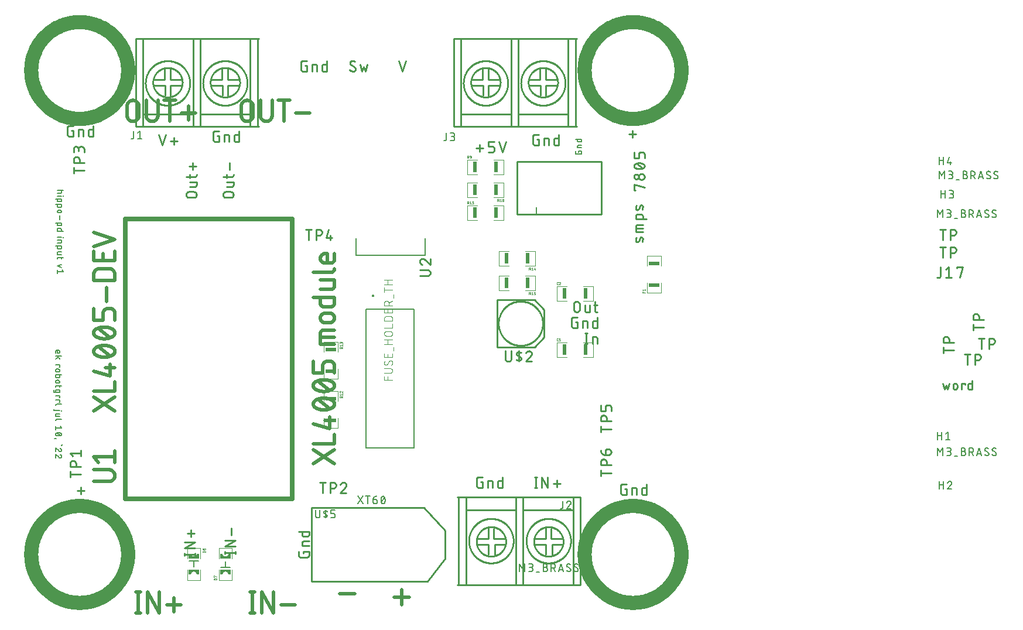
<source format=gbr>
G04 EAGLE Gerber RS-274X export*
G75*
%MOMM*%
%FSLAX34Y34*%
%LPD*%
%INSilkscreen Top*%
%IPPOS*%
%AMOC8*
5,1,8,0,0,1.08239X$1,22.5*%
G01*
%ADD10C,0.228600*%
%ADD11C,0.152400*%
%ADD12C,0.254000*%
%ADD13C,0.177800*%
%ADD14C,0.508000*%
%ADD15C,0.635000*%
%ADD16C,2.000000*%
%ADD17C,0.533400*%
%ADD18C,0.127000*%
%ADD19C,0.200000*%
%ADD20C,0.100000*%
%ADD21R,0.500000X1.600000*%
%ADD22R,3.600000X0.100000*%
%ADD23C,0.025400*%
%ADD24R,0.100000X1.700000*%
%ADD25R,1.600000X0.500000*%
%ADD26R,0.100000X3.600000*%
%ADD27C,0.076200*%

G36*
X483685Y203439D02*
X483685Y203439D01*
X483686Y203449D01*
X483687Y203454D01*
X483687Y203459D01*
X483688Y203464D01*
X483688Y203469D01*
X483689Y203474D01*
X483689Y203479D01*
X483690Y203484D01*
X483691Y203489D01*
X483693Y203509D01*
X483693Y203514D01*
X483694Y203519D01*
X483694Y203524D01*
X483695Y203529D01*
X483696Y203534D01*
X483696Y203539D01*
X483697Y203544D01*
X483699Y203569D01*
X483700Y203569D01*
X483699Y203569D01*
X483700Y203573D01*
X483700Y203574D01*
X483701Y203578D01*
X483701Y203579D01*
X483701Y203583D01*
X483702Y203588D01*
X483702Y203593D01*
X483703Y203598D01*
X483703Y203603D01*
X483706Y203623D01*
X483706Y203628D01*
X483707Y203633D01*
X483707Y203638D01*
X483708Y203643D01*
X483708Y203648D01*
X483709Y203653D01*
X483710Y203658D01*
X483712Y203683D01*
X483713Y203688D01*
X483713Y203693D01*
X483714Y203693D01*
X483713Y203693D01*
X483714Y203698D01*
X483715Y203703D01*
X483715Y203708D01*
X483716Y203713D01*
X483716Y203718D01*
X483719Y203737D01*
X483719Y203738D01*
X483719Y203742D01*
X483720Y203747D01*
X483720Y203752D01*
X483721Y203757D01*
X483721Y203762D01*
X483722Y203767D01*
X483722Y203772D01*
X483723Y203777D01*
X483725Y203797D01*
X483726Y203802D01*
X483726Y203807D01*
X483727Y203812D01*
X483727Y203817D01*
X483728Y203817D01*
X483727Y203817D01*
X483728Y203822D01*
X483729Y203827D01*
X483729Y203832D01*
X483731Y203852D01*
X483732Y203857D01*
X483733Y203862D01*
X483733Y203867D01*
X483734Y203872D01*
X483734Y203877D01*
X483735Y203882D01*
X483735Y203887D01*
X483736Y203891D01*
X483736Y203892D01*
X483738Y203911D01*
X483739Y203916D01*
X483739Y203921D01*
X483740Y203926D01*
X483740Y203931D01*
X483741Y203936D01*
X483741Y203941D01*
X483742Y203941D01*
X483741Y203941D01*
X483742Y203946D01*
X483744Y203966D01*
X483745Y203971D01*
X483745Y203976D01*
X483746Y203981D01*
X483747Y203986D01*
X483747Y203991D01*
X483748Y203996D01*
X483748Y204001D01*
X483749Y204006D01*
X483751Y204026D01*
X483752Y204031D01*
X483752Y204036D01*
X483753Y204041D01*
X483753Y204046D01*
X483754Y204050D01*
X483754Y204051D01*
X483754Y204055D01*
X483754Y204056D01*
X483755Y204060D01*
X483758Y204085D01*
X483758Y204090D01*
X483759Y204095D01*
X483759Y204100D01*
X483760Y204105D01*
X483761Y204110D01*
X483761Y204115D01*
X483762Y204120D01*
X483764Y204140D01*
X483764Y204145D01*
X483765Y204150D01*
X483766Y204155D01*
X483766Y204160D01*
X483767Y204165D01*
X483767Y204170D01*
X483768Y204175D01*
X483768Y204180D01*
X483771Y204200D01*
X483771Y204205D01*
X483772Y204209D01*
X483772Y204210D01*
X483772Y204214D01*
X483772Y204215D01*
X483773Y204219D01*
X483773Y204224D01*
X483774Y204229D01*
X483775Y204234D01*
X483777Y204254D01*
X483777Y204259D01*
X483778Y204264D01*
X483778Y204269D01*
X483779Y204274D01*
X483780Y204279D01*
X483780Y204284D01*
X483781Y204289D01*
X483781Y204294D01*
X483783Y204314D01*
X483784Y204319D01*
X483785Y204324D01*
X483785Y204329D01*
X484081Y205173D01*
X484557Y205931D01*
X485189Y206563D01*
X485947Y207039D01*
X486791Y207335D01*
X487680Y207435D01*
X488569Y207335D01*
X489413Y207039D01*
X490171Y206563D01*
X490803Y205931D01*
X491279Y205173D01*
X491575Y204329D01*
X491675Y203439D01*
X491680Y203435D01*
X495180Y203435D01*
X495185Y203439D01*
X495185Y203440D01*
X495185Y210440D01*
X495181Y210445D01*
X495180Y210445D01*
X480180Y210445D01*
X480175Y210441D01*
X480175Y210440D01*
X480175Y203440D01*
X480179Y203435D01*
X480180Y203435D01*
X483680Y203435D01*
X483685Y203439D01*
G37*
G36*
X529405Y203439D02*
X529405Y203439D01*
X529406Y203449D01*
X529407Y203454D01*
X529407Y203459D01*
X529408Y203464D01*
X529408Y203469D01*
X529409Y203474D01*
X529409Y203479D01*
X529410Y203484D01*
X529411Y203489D01*
X529413Y203509D01*
X529413Y203514D01*
X529414Y203519D01*
X529414Y203524D01*
X529415Y203529D01*
X529416Y203534D01*
X529416Y203539D01*
X529417Y203544D01*
X529419Y203569D01*
X529420Y203569D01*
X529419Y203569D01*
X529420Y203573D01*
X529420Y203574D01*
X529421Y203578D01*
X529421Y203579D01*
X529421Y203583D01*
X529422Y203588D01*
X529422Y203593D01*
X529423Y203598D01*
X529423Y203603D01*
X529426Y203623D01*
X529426Y203628D01*
X529427Y203633D01*
X529427Y203638D01*
X529428Y203643D01*
X529428Y203648D01*
X529429Y203653D01*
X529430Y203658D01*
X529432Y203683D01*
X529433Y203688D01*
X529433Y203693D01*
X529434Y203693D01*
X529433Y203693D01*
X529434Y203698D01*
X529435Y203703D01*
X529435Y203708D01*
X529436Y203713D01*
X529436Y203718D01*
X529439Y203737D01*
X529439Y203738D01*
X529439Y203742D01*
X529440Y203747D01*
X529440Y203752D01*
X529441Y203757D01*
X529441Y203762D01*
X529442Y203767D01*
X529442Y203772D01*
X529443Y203777D01*
X529445Y203797D01*
X529446Y203802D01*
X529446Y203807D01*
X529447Y203812D01*
X529447Y203817D01*
X529448Y203817D01*
X529447Y203817D01*
X529448Y203822D01*
X529449Y203827D01*
X529449Y203832D01*
X529451Y203852D01*
X529452Y203857D01*
X529453Y203862D01*
X529453Y203867D01*
X529454Y203872D01*
X529454Y203877D01*
X529455Y203882D01*
X529455Y203887D01*
X529456Y203891D01*
X529456Y203892D01*
X529458Y203911D01*
X529459Y203916D01*
X529459Y203921D01*
X529460Y203926D01*
X529460Y203931D01*
X529461Y203936D01*
X529461Y203941D01*
X529462Y203941D01*
X529461Y203941D01*
X529462Y203946D01*
X529464Y203966D01*
X529465Y203971D01*
X529465Y203976D01*
X529466Y203981D01*
X529467Y203986D01*
X529467Y203991D01*
X529468Y203996D01*
X529468Y204001D01*
X529469Y204006D01*
X529471Y204026D01*
X529472Y204031D01*
X529472Y204036D01*
X529473Y204041D01*
X529473Y204046D01*
X529474Y204050D01*
X529474Y204051D01*
X529474Y204055D01*
X529474Y204056D01*
X529475Y204060D01*
X529478Y204085D01*
X529478Y204090D01*
X529479Y204095D01*
X529479Y204100D01*
X529480Y204105D01*
X529481Y204110D01*
X529481Y204115D01*
X529482Y204120D01*
X529484Y204140D01*
X529484Y204145D01*
X529485Y204150D01*
X529486Y204155D01*
X529486Y204160D01*
X529487Y204165D01*
X529487Y204170D01*
X529488Y204175D01*
X529488Y204180D01*
X529491Y204200D01*
X529491Y204205D01*
X529492Y204209D01*
X529492Y204210D01*
X529492Y204214D01*
X529492Y204215D01*
X529493Y204219D01*
X529493Y204224D01*
X529494Y204229D01*
X529495Y204234D01*
X529497Y204254D01*
X529497Y204259D01*
X529498Y204264D01*
X529498Y204269D01*
X529499Y204274D01*
X529500Y204279D01*
X529500Y204284D01*
X529501Y204289D01*
X529501Y204294D01*
X529503Y204314D01*
X529504Y204319D01*
X529505Y204324D01*
X529505Y204329D01*
X529801Y205173D01*
X530277Y205931D01*
X530909Y206563D01*
X531667Y207039D01*
X532511Y207335D01*
X533400Y207435D01*
X534289Y207335D01*
X535133Y207039D01*
X535891Y206563D01*
X536523Y205931D01*
X536999Y205173D01*
X537295Y204329D01*
X537395Y203439D01*
X537400Y203435D01*
X540900Y203435D01*
X540905Y203439D01*
X540905Y203440D01*
X540905Y210440D01*
X540901Y210445D01*
X540900Y210445D01*
X525900Y210445D01*
X525895Y210441D01*
X525895Y210440D01*
X525895Y203440D01*
X525899Y203435D01*
X525900Y203435D01*
X529400Y203435D01*
X529405Y203439D01*
G37*
G36*
X495185Y226439D02*
X495185Y226439D01*
X495185Y226440D01*
X495185Y233440D01*
X495181Y233445D01*
X495180Y233445D01*
X491680Y233445D01*
X491675Y233441D01*
X491675Y233437D01*
X491674Y233432D01*
X491674Y233427D01*
X491673Y233427D01*
X491674Y233427D01*
X491673Y233422D01*
X491672Y233417D01*
X491672Y233412D01*
X491671Y233407D01*
X491669Y233387D01*
X491668Y233382D01*
X491668Y233377D01*
X491667Y233372D01*
X491667Y233367D01*
X491666Y233362D01*
X491666Y233357D01*
X491665Y233352D01*
X491663Y233332D01*
X491662Y233327D01*
X491662Y233322D01*
X491661Y233317D01*
X491661Y233312D01*
X491660Y233307D01*
X491660Y233302D01*
X491659Y233302D01*
X491660Y233302D01*
X491659Y233298D01*
X491659Y233297D01*
X491658Y233293D01*
X491658Y233292D01*
X491656Y233273D01*
X491656Y233268D01*
X491655Y233263D01*
X491654Y233258D01*
X491654Y233253D01*
X491653Y233248D01*
X491653Y233243D01*
X491652Y233238D01*
X491649Y233213D01*
X491649Y233208D01*
X491648Y233203D01*
X491648Y233198D01*
X491647Y233193D01*
X491647Y233188D01*
X491646Y233183D01*
X491646Y233178D01*
X491645Y233178D01*
X491646Y233178D01*
X491643Y233158D01*
X491643Y233153D01*
X491642Y233148D01*
X491642Y233143D01*
X491641Y233139D01*
X491641Y233138D01*
X491640Y233134D01*
X491640Y233133D01*
X491640Y233129D01*
X491639Y233124D01*
X491637Y233099D01*
X491636Y233094D01*
X491635Y233089D01*
X491635Y233084D01*
X491634Y233079D01*
X491634Y233074D01*
X491633Y233069D01*
X491633Y233064D01*
X491630Y233044D01*
X491630Y233039D01*
X491629Y233034D01*
X491629Y233029D01*
X491628Y233024D01*
X491628Y233019D01*
X491627Y233014D01*
X491626Y233009D01*
X491626Y233004D01*
X491624Y232984D01*
X491623Y232980D01*
X491623Y232979D01*
X491623Y232975D01*
X491623Y232974D01*
X491622Y232970D01*
X491621Y232965D01*
X491621Y232960D01*
X491620Y232955D01*
X491620Y232950D01*
X491618Y232930D01*
X491617Y232925D01*
X491616Y232920D01*
X491616Y232915D01*
X491615Y232910D01*
X491615Y232905D01*
X491614Y232900D01*
X491614Y232895D01*
X491613Y232890D01*
X491611Y232870D01*
X491610Y232865D01*
X491610Y232860D01*
X491609Y232855D01*
X491609Y232850D01*
X491608Y232845D01*
X491607Y232840D01*
X491607Y232835D01*
X491605Y232816D01*
X491605Y232815D01*
X491604Y232811D01*
X491604Y232806D01*
X491603Y232801D01*
X491602Y232796D01*
X491602Y232791D01*
X491601Y232786D01*
X491601Y232781D01*
X491600Y232776D01*
X491598Y232756D01*
X491597Y232751D01*
X491597Y232746D01*
X491596Y232741D01*
X491596Y232736D01*
X491595Y232731D01*
X491595Y232726D01*
X491594Y232721D01*
X491591Y232696D01*
X491591Y232691D01*
X491590Y232686D01*
X491590Y232681D01*
X491589Y232676D01*
X491588Y232671D01*
X491588Y232666D01*
X491587Y232662D01*
X491587Y232661D01*
X491585Y232642D01*
X491585Y232637D01*
X491584Y232637D01*
X491585Y232637D01*
X491584Y232632D01*
X491583Y232627D01*
X491583Y232622D01*
X491582Y232617D01*
X491582Y232612D01*
X491581Y232607D01*
X491581Y232602D01*
X491578Y232582D01*
X491578Y232577D01*
X491577Y232572D01*
X491577Y232567D01*
X491576Y232562D01*
X491576Y232557D01*
X491575Y232552D01*
X491575Y232551D01*
X491279Y231707D01*
X490803Y230949D01*
X490171Y230317D01*
X489413Y229841D01*
X488569Y229545D01*
X488528Y229541D01*
X488351Y229521D01*
X488043Y229486D01*
X487866Y229466D01*
X487734Y229451D01*
X487680Y229445D01*
X486791Y229545D01*
X485947Y229841D01*
X485189Y230317D01*
X484557Y230949D01*
X484081Y231707D01*
X483785Y232551D01*
X483685Y233441D01*
X483680Y233445D01*
X480180Y233445D01*
X480175Y233441D01*
X480175Y233440D01*
X480175Y226440D01*
X480179Y226435D01*
X480180Y226435D01*
X495180Y226435D01*
X495185Y226439D01*
G37*
G36*
X540905Y226439D02*
X540905Y226439D01*
X540905Y226440D01*
X540905Y233440D01*
X540901Y233445D01*
X540900Y233445D01*
X537400Y233445D01*
X537395Y233441D01*
X537395Y233437D01*
X537394Y233432D01*
X537394Y233427D01*
X537393Y233427D01*
X537394Y233427D01*
X537393Y233422D01*
X537392Y233417D01*
X537392Y233412D01*
X537391Y233407D01*
X537389Y233387D01*
X537388Y233382D01*
X537388Y233377D01*
X537387Y233372D01*
X537387Y233367D01*
X537386Y233362D01*
X537386Y233357D01*
X537385Y233352D01*
X537383Y233332D01*
X537382Y233327D01*
X537382Y233322D01*
X537381Y233317D01*
X537381Y233312D01*
X537380Y233307D01*
X537380Y233302D01*
X537379Y233302D01*
X537380Y233302D01*
X537379Y233298D01*
X537379Y233297D01*
X537378Y233293D01*
X537378Y233292D01*
X537376Y233273D01*
X537376Y233268D01*
X537375Y233263D01*
X537374Y233258D01*
X537374Y233253D01*
X537373Y233248D01*
X537373Y233243D01*
X537372Y233238D01*
X537369Y233213D01*
X537369Y233208D01*
X537368Y233203D01*
X537368Y233198D01*
X537367Y233193D01*
X537367Y233188D01*
X537366Y233183D01*
X537366Y233178D01*
X537365Y233178D01*
X537366Y233178D01*
X537363Y233158D01*
X537363Y233153D01*
X537362Y233148D01*
X537362Y233143D01*
X537361Y233139D01*
X537361Y233138D01*
X537360Y233134D01*
X537360Y233133D01*
X537360Y233129D01*
X537359Y233124D01*
X537357Y233099D01*
X537356Y233094D01*
X537355Y233089D01*
X537355Y233084D01*
X537354Y233079D01*
X537354Y233074D01*
X537353Y233069D01*
X537353Y233064D01*
X537350Y233044D01*
X537350Y233039D01*
X537349Y233034D01*
X537349Y233029D01*
X537348Y233024D01*
X537348Y233019D01*
X537347Y233014D01*
X537346Y233009D01*
X537346Y233004D01*
X537344Y232984D01*
X537343Y232980D01*
X537343Y232979D01*
X537343Y232975D01*
X537343Y232974D01*
X537342Y232970D01*
X537341Y232965D01*
X537341Y232960D01*
X537340Y232955D01*
X537340Y232950D01*
X537338Y232930D01*
X537337Y232925D01*
X537336Y232920D01*
X537336Y232915D01*
X537335Y232910D01*
X537335Y232905D01*
X537334Y232900D01*
X537334Y232895D01*
X537333Y232890D01*
X537331Y232870D01*
X537330Y232865D01*
X537330Y232860D01*
X537329Y232855D01*
X537329Y232850D01*
X537328Y232845D01*
X537327Y232840D01*
X537327Y232835D01*
X537325Y232816D01*
X537325Y232815D01*
X537324Y232811D01*
X537324Y232806D01*
X537323Y232801D01*
X537322Y232796D01*
X537322Y232791D01*
X537321Y232786D01*
X537321Y232781D01*
X537320Y232776D01*
X537318Y232756D01*
X537317Y232751D01*
X537317Y232746D01*
X537316Y232741D01*
X537316Y232736D01*
X537315Y232731D01*
X537315Y232726D01*
X537314Y232721D01*
X537311Y232696D01*
X537311Y232691D01*
X537310Y232686D01*
X537310Y232681D01*
X537309Y232676D01*
X537308Y232671D01*
X537308Y232666D01*
X537307Y232662D01*
X537307Y232661D01*
X537305Y232642D01*
X537305Y232637D01*
X537304Y232637D01*
X537305Y232637D01*
X537304Y232632D01*
X537303Y232627D01*
X537303Y232622D01*
X537302Y232617D01*
X537302Y232612D01*
X537301Y232607D01*
X537301Y232602D01*
X537298Y232582D01*
X537298Y232577D01*
X537297Y232572D01*
X537297Y232567D01*
X537296Y232562D01*
X537296Y232557D01*
X537295Y232552D01*
X537295Y232551D01*
X536999Y231707D01*
X536523Y230949D01*
X535891Y230317D01*
X535133Y229841D01*
X534289Y229545D01*
X534248Y229541D01*
X534071Y229521D01*
X533763Y229486D01*
X533586Y229466D01*
X533454Y229451D01*
X533400Y229445D01*
X532511Y229545D01*
X531667Y229841D01*
X530909Y230317D01*
X530277Y230949D01*
X529801Y231707D01*
X529505Y232551D01*
X529405Y233441D01*
X529400Y233445D01*
X525900Y233445D01*
X525895Y233441D01*
X525895Y233440D01*
X525895Y226440D01*
X525899Y226435D01*
X525900Y226435D01*
X540900Y226435D01*
X540905Y226439D01*
G37*
D10*
X1570863Y479679D02*
X1573022Y471043D01*
X1575181Y476800D01*
X1577340Y471043D01*
X1579499Y479679D01*
X1585535Y476800D02*
X1585535Y473922D01*
X1585534Y476800D02*
X1585536Y476906D01*
X1585542Y477013D01*
X1585552Y477119D01*
X1585565Y477224D01*
X1585583Y477329D01*
X1585605Y477433D01*
X1585630Y477537D01*
X1585659Y477639D01*
X1585692Y477740D01*
X1585728Y477840D01*
X1585769Y477939D01*
X1585813Y478035D01*
X1585860Y478131D01*
X1585911Y478224D01*
X1585965Y478316D01*
X1586023Y478405D01*
X1586084Y478492D01*
X1586148Y478577D01*
X1586215Y478660D01*
X1586285Y478740D01*
X1586359Y478817D01*
X1586434Y478891D01*
X1586513Y478963D01*
X1586594Y479032D01*
X1586678Y479097D01*
X1586764Y479160D01*
X1586852Y479219D01*
X1586943Y479275D01*
X1587035Y479328D01*
X1587130Y479377D01*
X1587226Y479423D01*
X1587324Y479465D01*
X1587423Y479503D01*
X1587523Y479538D01*
X1587625Y479569D01*
X1587728Y479596D01*
X1587832Y479620D01*
X1587936Y479639D01*
X1588042Y479655D01*
X1588147Y479667D01*
X1588253Y479675D01*
X1588360Y479679D01*
X1588466Y479679D01*
X1588573Y479675D01*
X1588679Y479667D01*
X1588784Y479655D01*
X1588890Y479639D01*
X1588994Y479620D01*
X1589098Y479596D01*
X1589201Y479569D01*
X1589303Y479538D01*
X1589403Y479503D01*
X1589502Y479465D01*
X1589600Y479423D01*
X1589696Y479377D01*
X1589791Y479328D01*
X1589883Y479275D01*
X1589974Y479219D01*
X1590062Y479160D01*
X1590148Y479097D01*
X1590232Y479032D01*
X1590313Y478963D01*
X1590392Y478891D01*
X1590467Y478817D01*
X1590541Y478740D01*
X1590611Y478660D01*
X1590678Y478577D01*
X1590742Y478492D01*
X1590803Y478405D01*
X1590861Y478316D01*
X1590915Y478224D01*
X1590966Y478131D01*
X1591013Y478035D01*
X1591057Y477939D01*
X1591098Y477840D01*
X1591134Y477740D01*
X1591167Y477639D01*
X1591196Y477537D01*
X1591221Y477433D01*
X1591243Y477329D01*
X1591261Y477224D01*
X1591274Y477119D01*
X1591284Y477013D01*
X1591290Y476906D01*
X1591292Y476800D01*
X1591292Y473922D01*
X1591290Y473816D01*
X1591284Y473709D01*
X1591274Y473603D01*
X1591261Y473498D01*
X1591243Y473393D01*
X1591221Y473289D01*
X1591196Y473185D01*
X1591167Y473083D01*
X1591134Y472982D01*
X1591098Y472882D01*
X1591057Y472783D01*
X1591013Y472687D01*
X1590966Y472591D01*
X1590915Y472498D01*
X1590861Y472406D01*
X1590803Y472317D01*
X1590742Y472230D01*
X1590678Y472145D01*
X1590611Y472062D01*
X1590541Y471982D01*
X1590467Y471905D01*
X1590392Y471831D01*
X1590313Y471759D01*
X1590232Y471690D01*
X1590148Y471625D01*
X1590062Y471562D01*
X1589974Y471503D01*
X1589883Y471447D01*
X1589791Y471394D01*
X1589696Y471345D01*
X1589600Y471299D01*
X1589502Y471257D01*
X1589403Y471219D01*
X1589303Y471184D01*
X1589201Y471153D01*
X1589098Y471126D01*
X1588994Y471102D01*
X1588890Y471083D01*
X1588784Y471067D01*
X1588679Y471055D01*
X1588573Y471047D01*
X1588466Y471043D01*
X1588360Y471043D01*
X1588253Y471047D01*
X1588147Y471055D01*
X1588042Y471067D01*
X1587936Y471083D01*
X1587832Y471102D01*
X1587728Y471126D01*
X1587625Y471153D01*
X1587523Y471184D01*
X1587423Y471219D01*
X1587324Y471257D01*
X1587226Y471299D01*
X1587130Y471345D01*
X1587035Y471394D01*
X1586943Y471447D01*
X1586852Y471503D01*
X1586764Y471562D01*
X1586678Y471625D01*
X1586594Y471690D01*
X1586513Y471759D01*
X1586434Y471831D01*
X1586359Y471905D01*
X1586285Y471982D01*
X1586215Y472062D01*
X1586148Y472145D01*
X1586084Y472230D01*
X1586023Y472317D01*
X1585965Y472406D01*
X1585911Y472498D01*
X1585860Y472591D01*
X1585813Y472687D01*
X1585769Y472783D01*
X1585728Y472882D01*
X1585692Y472982D01*
X1585659Y473083D01*
X1585630Y473185D01*
X1585605Y473289D01*
X1585583Y473393D01*
X1585565Y473498D01*
X1585552Y473603D01*
X1585542Y473709D01*
X1585536Y473816D01*
X1585534Y473922D01*
X1597968Y471043D02*
X1597968Y479679D01*
X1602286Y479679D01*
X1602286Y478240D01*
X1612637Y483997D02*
X1612637Y471043D01*
X1609038Y471043D01*
X1608946Y471045D01*
X1608855Y471051D01*
X1608764Y471060D01*
X1608673Y471074D01*
X1608583Y471091D01*
X1608494Y471113D01*
X1608406Y471138D01*
X1608319Y471166D01*
X1608233Y471199D01*
X1608149Y471235D01*
X1608066Y471274D01*
X1607985Y471317D01*
X1607906Y471364D01*
X1607829Y471413D01*
X1607754Y471466D01*
X1607682Y471522D01*
X1607612Y471581D01*
X1607544Y471643D01*
X1607479Y471708D01*
X1607417Y471776D01*
X1607358Y471846D01*
X1607302Y471918D01*
X1607249Y471993D01*
X1607200Y472070D01*
X1607153Y472149D01*
X1607110Y472230D01*
X1607071Y472313D01*
X1607035Y472397D01*
X1607002Y472483D01*
X1606974Y472570D01*
X1606949Y472658D01*
X1606927Y472747D01*
X1606910Y472837D01*
X1606896Y472928D01*
X1606887Y473019D01*
X1606881Y473110D01*
X1606879Y473202D01*
X1606879Y477520D01*
X1606881Y477612D01*
X1606887Y477703D01*
X1606896Y477794D01*
X1606910Y477885D01*
X1606927Y477975D01*
X1606949Y478064D01*
X1606974Y478152D01*
X1607002Y478239D01*
X1607035Y478325D01*
X1607071Y478409D01*
X1607110Y478492D01*
X1607153Y478573D01*
X1607200Y478652D01*
X1607249Y478729D01*
X1607302Y478804D01*
X1607358Y478876D01*
X1607417Y478946D01*
X1607479Y479014D01*
X1607544Y479079D01*
X1607612Y479141D01*
X1607682Y479200D01*
X1607754Y479256D01*
X1607829Y479309D01*
X1607906Y479358D01*
X1607985Y479405D01*
X1608066Y479448D01*
X1608149Y479487D01*
X1608233Y479523D01*
X1608319Y479556D01*
X1608406Y479584D01*
X1608494Y479609D01*
X1608583Y479631D01*
X1608673Y479648D01*
X1608764Y479662D01*
X1608855Y479671D01*
X1608946Y479677D01*
X1609038Y479679D01*
X1612637Y479679D01*
D11*
X1043460Y814380D02*
X1043460Y815820D01*
X1048258Y815820D01*
X1048258Y812941D01*
X1048256Y812855D01*
X1048250Y812769D01*
X1048241Y812683D01*
X1048227Y812598D01*
X1048210Y812514D01*
X1048189Y812430D01*
X1048164Y812348D01*
X1048136Y812267D01*
X1048104Y812187D01*
X1048068Y812108D01*
X1048029Y812032D01*
X1047986Y811957D01*
X1047941Y811884D01*
X1047892Y811813D01*
X1047839Y811745D01*
X1047784Y811678D01*
X1047726Y811615D01*
X1047665Y811554D01*
X1047602Y811496D01*
X1047535Y811441D01*
X1047467Y811389D01*
X1047396Y811339D01*
X1047323Y811294D01*
X1047248Y811251D01*
X1047172Y811212D01*
X1047093Y811176D01*
X1047013Y811144D01*
X1046932Y811116D01*
X1046850Y811091D01*
X1046766Y811070D01*
X1046682Y811053D01*
X1046597Y811039D01*
X1046511Y811030D01*
X1046425Y811024D01*
X1046339Y811022D01*
X1041541Y811022D01*
X1041455Y811024D01*
X1041369Y811030D01*
X1041283Y811039D01*
X1041198Y811053D01*
X1041114Y811070D01*
X1041030Y811091D01*
X1040948Y811116D01*
X1040867Y811144D01*
X1040787Y811176D01*
X1040708Y811212D01*
X1040632Y811251D01*
X1040557Y811294D01*
X1040484Y811339D01*
X1040413Y811388D01*
X1040345Y811441D01*
X1040278Y811496D01*
X1040215Y811554D01*
X1040154Y811615D01*
X1040096Y811678D01*
X1040041Y811745D01*
X1039989Y811813D01*
X1039939Y811884D01*
X1039894Y811957D01*
X1039851Y812032D01*
X1039812Y812108D01*
X1039776Y812187D01*
X1039744Y812267D01*
X1039716Y812348D01*
X1039691Y812430D01*
X1039670Y812514D01*
X1039653Y812598D01*
X1039639Y812683D01*
X1039630Y812769D01*
X1039624Y812855D01*
X1039622Y812941D01*
X1039622Y815820D01*
X1042501Y820646D02*
X1048258Y820646D01*
X1042501Y820646D02*
X1042501Y823045D01*
X1042503Y823120D01*
X1042509Y823195D01*
X1042519Y823270D01*
X1042532Y823344D01*
X1042550Y823417D01*
X1042571Y823490D01*
X1042597Y823561D01*
X1042625Y823630D01*
X1042658Y823698D01*
X1042694Y823764D01*
X1042733Y823829D01*
X1042776Y823891D01*
X1042822Y823951D01*
X1042871Y824008D01*
X1042922Y824063D01*
X1042977Y824114D01*
X1043034Y824163D01*
X1043094Y824209D01*
X1043156Y824252D01*
X1043220Y824291D01*
X1043287Y824327D01*
X1043355Y824360D01*
X1043424Y824388D01*
X1043495Y824414D01*
X1043568Y824435D01*
X1043641Y824453D01*
X1043715Y824466D01*
X1043790Y824476D01*
X1043865Y824482D01*
X1043940Y824484D01*
X1048258Y824484D01*
X1048258Y832646D02*
X1039622Y832646D01*
X1048258Y832646D02*
X1048258Y830247D01*
X1048256Y830172D01*
X1048250Y830097D01*
X1048240Y830022D01*
X1048227Y829948D01*
X1048209Y829875D01*
X1048188Y829802D01*
X1048162Y829731D01*
X1048134Y829662D01*
X1048101Y829594D01*
X1048065Y829528D01*
X1048026Y829463D01*
X1047983Y829401D01*
X1047937Y829341D01*
X1047888Y829284D01*
X1047837Y829229D01*
X1047782Y829178D01*
X1047725Y829129D01*
X1047665Y829083D01*
X1047603Y829040D01*
X1047539Y829001D01*
X1047472Y828965D01*
X1047404Y828932D01*
X1047335Y828904D01*
X1047264Y828878D01*
X1047191Y828857D01*
X1047118Y828839D01*
X1047044Y828826D01*
X1046969Y828816D01*
X1046894Y828810D01*
X1046819Y828808D01*
X1043940Y828808D01*
X1043865Y828810D01*
X1043790Y828816D01*
X1043715Y828826D01*
X1043641Y828839D01*
X1043568Y828857D01*
X1043495Y828878D01*
X1043424Y828904D01*
X1043355Y828932D01*
X1043287Y828965D01*
X1043221Y829001D01*
X1043156Y829040D01*
X1043094Y829083D01*
X1043034Y829129D01*
X1042977Y829178D01*
X1042922Y829229D01*
X1042871Y829284D01*
X1042822Y829341D01*
X1042776Y829401D01*
X1042733Y829463D01*
X1042694Y829528D01*
X1042658Y829594D01*
X1042625Y829662D01*
X1042597Y829731D01*
X1042571Y829802D01*
X1042550Y829875D01*
X1042532Y829948D01*
X1042519Y830022D01*
X1042509Y830097D01*
X1042503Y830172D01*
X1042501Y830247D01*
X1042501Y832646D01*
X298958Y758698D02*
X290322Y758698D01*
X296079Y758698D02*
X296079Y756299D01*
X296077Y756224D01*
X296071Y756149D01*
X296061Y756074D01*
X296048Y756000D01*
X296030Y755927D01*
X296009Y755854D01*
X295983Y755783D01*
X295955Y755714D01*
X295922Y755646D01*
X295886Y755580D01*
X295847Y755515D01*
X295804Y755453D01*
X295758Y755393D01*
X295709Y755336D01*
X295658Y755281D01*
X295603Y755230D01*
X295546Y755181D01*
X295486Y755135D01*
X295424Y755092D01*
X295360Y755053D01*
X295293Y755017D01*
X295225Y754984D01*
X295156Y754956D01*
X295085Y754930D01*
X295012Y754909D01*
X294939Y754891D01*
X294865Y754878D01*
X294790Y754868D01*
X294715Y754862D01*
X294640Y754860D01*
X290322Y754860D01*
X290322Y750683D02*
X296079Y750683D01*
X298478Y750923D02*
X298958Y750923D01*
X298958Y750443D01*
X298478Y750443D01*
X298478Y750923D01*
X296079Y746438D02*
X287443Y746438D01*
X296079Y746438D02*
X296079Y744040D01*
X296077Y743965D01*
X296071Y743890D01*
X296061Y743815D01*
X296048Y743741D01*
X296030Y743668D01*
X296009Y743595D01*
X295983Y743524D01*
X295955Y743455D01*
X295922Y743387D01*
X295886Y743321D01*
X295847Y743256D01*
X295804Y743194D01*
X295758Y743134D01*
X295709Y743077D01*
X295658Y743022D01*
X295603Y742971D01*
X295546Y742922D01*
X295486Y742876D01*
X295424Y742833D01*
X295360Y742794D01*
X295293Y742758D01*
X295225Y742725D01*
X295156Y742697D01*
X295085Y742671D01*
X295012Y742650D01*
X294939Y742632D01*
X294865Y742619D01*
X294790Y742609D01*
X294715Y742603D01*
X294640Y742601D01*
X294640Y742600D02*
X291761Y742600D01*
X291688Y742602D01*
X291615Y742607D01*
X291543Y742617D01*
X291471Y742629D01*
X291400Y742646D01*
X291330Y742666D01*
X291261Y742690D01*
X291194Y742717D01*
X291127Y742747D01*
X291063Y742781D01*
X291000Y742818D01*
X290939Y742858D01*
X290880Y742901D01*
X290824Y742947D01*
X290770Y742996D01*
X290718Y743048D01*
X290669Y743102D01*
X290623Y743158D01*
X290580Y743217D01*
X290540Y743278D01*
X290503Y743341D01*
X290469Y743405D01*
X290439Y743472D01*
X290412Y743539D01*
X290388Y743608D01*
X290368Y743678D01*
X290351Y743749D01*
X290339Y743821D01*
X290329Y743893D01*
X290324Y743966D01*
X290322Y744039D01*
X290322Y744040D02*
X290322Y746438D01*
X287443Y738209D02*
X296079Y738209D01*
X296079Y735810D01*
X296077Y735735D01*
X296071Y735660D01*
X296061Y735585D01*
X296048Y735511D01*
X296030Y735438D01*
X296009Y735365D01*
X295983Y735294D01*
X295955Y735225D01*
X295922Y735157D01*
X295886Y735091D01*
X295847Y735026D01*
X295804Y734964D01*
X295758Y734904D01*
X295709Y734847D01*
X295658Y734792D01*
X295603Y734741D01*
X295546Y734692D01*
X295486Y734646D01*
X295424Y734603D01*
X295360Y734564D01*
X295293Y734528D01*
X295225Y734495D01*
X295156Y734467D01*
X295085Y734441D01*
X295012Y734420D01*
X294939Y734402D01*
X294865Y734389D01*
X294790Y734379D01*
X294715Y734373D01*
X294640Y734371D01*
X291761Y734371D01*
X291688Y734373D01*
X291615Y734378D01*
X291543Y734388D01*
X291471Y734400D01*
X291400Y734417D01*
X291330Y734437D01*
X291261Y734461D01*
X291194Y734488D01*
X291127Y734518D01*
X291063Y734552D01*
X291000Y734589D01*
X290939Y734629D01*
X290880Y734672D01*
X290824Y734718D01*
X290770Y734767D01*
X290718Y734819D01*
X290669Y734873D01*
X290623Y734929D01*
X290580Y734988D01*
X290540Y735049D01*
X290503Y735112D01*
X290469Y735176D01*
X290439Y735243D01*
X290412Y735310D01*
X290388Y735379D01*
X290368Y735449D01*
X290351Y735520D01*
X290339Y735592D01*
X290329Y735664D01*
X290324Y735737D01*
X290322Y735810D01*
X290322Y738209D01*
X292241Y730352D02*
X294160Y730352D01*
X294246Y730350D01*
X294332Y730344D01*
X294418Y730335D01*
X294503Y730321D01*
X294587Y730304D01*
X294671Y730283D01*
X294753Y730258D01*
X294834Y730230D01*
X294914Y730198D01*
X294993Y730162D01*
X295069Y730123D01*
X295144Y730080D01*
X295217Y730035D01*
X295288Y729986D01*
X295356Y729933D01*
X295423Y729878D01*
X295486Y729820D01*
X295547Y729759D01*
X295605Y729696D01*
X295660Y729629D01*
X295713Y729561D01*
X295762Y729490D01*
X295807Y729417D01*
X295850Y729342D01*
X295889Y729266D01*
X295925Y729187D01*
X295957Y729107D01*
X295985Y729026D01*
X296010Y728944D01*
X296031Y728860D01*
X296048Y728776D01*
X296062Y728691D01*
X296071Y728605D01*
X296077Y728519D01*
X296079Y728433D01*
X296077Y728347D01*
X296071Y728261D01*
X296062Y728175D01*
X296048Y728090D01*
X296031Y728006D01*
X296010Y727922D01*
X295985Y727840D01*
X295957Y727759D01*
X295925Y727679D01*
X295889Y727600D01*
X295850Y727524D01*
X295807Y727449D01*
X295762Y727376D01*
X295713Y727305D01*
X295660Y727237D01*
X295605Y727170D01*
X295547Y727107D01*
X295486Y727046D01*
X295423Y726988D01*
X295356Y726933D01*
X295288Y726880D01*
X295217Y726831D01*
X295144Y726786D01*
X295069Y726743D01*
X294993Y726704D01*
X294914Y726668D01*
X294834Y726636D01*
X294753Y726608D01*
X294671Y726583D01*
X294587Y726562D01*
X294503Y726545D01*
X294418Y726531D01*
X294332Y726522D01*
X294246Y726516D01*
X294160Y726514D01*
X292241Y726514D01*
X292155Y726516D01*
X292069Y726522D01*
X291983Y726531D01*
X291898Y726545D01*
X291814Y726562D01*
X291730Y726583D01*
X291648Y726608D01*
X291567Y726636D01*
X291487Y726668D01*
X291408Y726704D01*
X291332Y726743D01*
X291257Y726786D01*
X291184Y726831D01*
X291113Y726880D01*
X291045Y726933D01*
X290978Y726988D01*
X290915Y727046D01*
X290854Y727107D01*
X290796Y727170D01*
X290741Y727237D01*
X290688Y727305D01*
X290639Y727376D01*
X290594Y727449D01*
X290551Y727524D01*
X290512Y727600D01*
X290476Y727679D01*
X290444Y727759D01*
X290416Y727840D01*
X290391Y727922D01*
X290370Y728006D01*
X290353Y728090D01*
X290339Y728175D01*
X290330Y728261D01*
X290324Y728347D01*
X290322Y728433D01*
X290324Y728519D01*
X290330Y728605D01*
X290339Y728691D01*
X290353Y728776D01*
X290370Y728860D01*
X290391Y728944D01*
X290416Y729026D01*
X290444Y729107D01*
X290476Y729187D01*
X290512Y729266D01*
X290551Y729342D01*
X290594Y729417D01*
X290639Y729490D01*
X290688Y729561D01*
X290741Y729629D01*
X290796Y729696D01*
X290854Y729759D01*
X290915Y729820D01*
X290978Y729878D01*
X291045Y729933D01*
X291113Y729986D01*
X291184Y730035D01*
X291257Y730080D01*
X291332Y730123D01*
X291408Y730162D01*
X291487Y730198D01*
X291567Y730230D01*
X291648Y730258D01*
X291730Y730283D01*
X291814Y730304D01*
X291898Y730321D01*
X291983Y730335D01*
X292069Y730344D01*
X292155Y730350D01*
X292241Y730352D01*
X293680Y722167D02*
X293680Y716410D01*
X296079Y711691D02*
X287443Y711691D01*
X296079Y711691D02*
X296079Y709292D01*
X296077Y709217D01*
X296071Y709142D01*
X296061Y709067D01*
X296048Y708993D01*
X296030Y708920D01*
X296009Y708847D01*
X295983Y708776D01*
X295955Y708707D01*
X295922Y708639D01*
X295886Y708573D01*
X295847Y708508D01*
X295804Y708446D01*
X295758Y708386D01*
X295709Y708329D01*
X295658Y708274D01*
X295603Y708223D01*
X295546Y708174D01*
X295486Y708128D01*
X295424Y708085D01*
X295360Y708046D01*
X295293Y708010D01*
X295225Y707977D01*
X295156Y707949D01*
X295085Y707923D01*
X295012Y707902D01*
X294939Y707884D01*
X294865Y707871D01*
X294790Y707861D01*
X294715Y707855D01*
X294640Y707853D01*
X291761Y707853D01*
X291688Y707855D01*
X291615Y707860D01*
X291543Y707870D01*
X291471Y707882D01*
X291400Y707899D01*
X291330Y707919D01*
X291261Y707943D01*
X291194Y707970D01*
X291127Y708000D01*
X291063Y708034D01*
X291000Y708071D01*
X290939Y708111D01*
X290880Y708154D01*
X290824Y708200D01*
X290770Y708249D01*
X290718Y708301D01*
X290669Y708355D01*
X290623Y708411D01*
X290580Y708470D01*
X290540Y708531D01*
X290503Y708594D01*
X290469Y708658D01*
X290439Y708725D01*
X290412Y708792D01*
X290388Y708861D01*
X290368Y708931D01*
X290351Y709002D01*
X290339Y709074D01*
X290329Y709146D01*
X290324Y709219D01*
X290322Y709292D01*
X290322Y711691D01*
X290322Y700064D02*
X298958Y700064D01*
X290322Y700064D02*
X290322Y702463D01*
X290324Y702538D01*
X290330Y702613D01*
X290340Y702688D01*
X290353Y702762D01*
X290371Y702835D01*
X290392Y702908D01*
X290418Y702979D01*
X290446Y703048D01*
X290479Y703116D01*
X290515Y703183D01*
X290554Y703247D01*
X290597Y703309D01*
X290643Y703369D01*
X290692Y703426D01*
X290743Y703481D01*
X290798Y703532D01*
X290855Y703581D01*
X290915Y703627D01*
X290977Y703670D01*
X291042Y703709D01*
X291108Y703745D01*
X291176Y703778D01*
X291245Y703806D01*
X291316Y703832D01*
X291389Y703853D01*
X291462Y703871D01*
X291536Y703884D01*
X291611Y703894D01*
X291686Y703900D01*
X291761Y703902D01*
X294640Y703902D01*
X294715Y703900D01*
X294790Y703894D01*
X294865Y703884D01*
X294939Y703871D01*
X295012Y703853D01*
X295085Y703832D01*
X295156Y703806D01*
X295225Y703778D01*
X295293Y703745D01*
X295360Y703709D01*
X295424Y703670D01*
X295486Y703627D01*
X295546Y703581D01*
X295603Y703532D01*
X295658Y703481D01*
X295709Y703426D01*
X295758Y703369D01*
X295804Y703309D01*
X295847Y703247D01*
X295886Y703183D01*
X295922Y703116D01*
X295955Y703048D01*
X295983Y702979D01*
X296009Y702908D01*
X296030Y702835D01*
X296048Y702762D01*
X296061Y702688D01*
X296071Y702613D01*
X296077Y702538D01*
X296079Y702463D01*
X296079Y700064D01*
X296079Y690943D02*
X290322Y690943D01*
X298478Y691182D02*
X298958Y691182D01*
X298958Y690703D01*
X298478Y690703D01*
X298478Y691182D01*
X296079Y686766D02*
X290322Y686766D01*
X296079Y686766D02*
X296079Y684367D01*
X296077Y684292D01*
X296071Y684217D01*
X296061Y684142D01*
X296048Y684068D01*
X296030Y683995D01*
X296009Y683922D01*
X295983Y683851D01*
X295955Y683782D01*
X295922Y683714D01*
X295886Y683648D01*
X295847Y683583D01*
X295804Y683521D01*
X295758Y683461D01*
X295709Y683404D01*
X295658Y683349D01*
X295603Y683298D01*
X295546Y683249D01*
X295486Y683203D01*
X295424Y683160D01*
X295360Y683121D01*
X295293Y683085D01*
X295225Y683052D01*
X295156Y683024D01*
X295085Y682998D01*
X295012Y682977D01*
X294939Y682959D01*
X294865Y682946D01*
X294790Y682936D01*
X294715Y682930D01*
X294640Y682928D01*
X294640Y682927D02*
X290322Y682927D01*
X287443Y678164D02*
X296079Y678164D01*
X296079Y675765D01*
X296077Y675690D01*
X296071Y675615D01*
X296061Y675540D01*
X296048Y675466D01*
X296030Y675393D01*
X296009Y675320D01*
X295983Y675249D01*
X295955Y675180D01*
X295922Y675112D01*
X295886Y675046D01*
X295847Y674981D01*
X295804Y674919D01*
X295758Y674859D01*
X295709Y674802D01*
X295658Y674747D01*
X295603Y674696D01*
X295546Y674647D01*
X295486Y674601D01*
X295424Y674558D01*
X295360Y674519D01*
X295293Y674483D01*
X295225Y674450D01*
X295156Y674422D01*
X295085Y674396D01*
X295012Y674375D01*
X294939Y674357D01*
X294865Y674344D01*
X294790Y674334D01*
X294715Y674328D01*
X294640Y674326D01*
X294640Y674325D02*
X291761Y674325D01*
X291761Y674326D02*
X291688Y674328D01*
X291615Y674333D01*
X291543Y674343D01*
X291471Y674355D01*
X291400Y674372D01*
X291330Y674392D01*
X291261Y674416D01*
X291194Y674443D01*
X291127Y674473D01*
X291063Y674507D01*
X291000Y674544D01*
X290939Y674584D01*
X290880Y674627D01*
X290824Y674673D01*
X290770Y674722D01*
X290718Y674774D01*
X290669Y674828D01*
X290623Y674884D01*
X290580Y674943D01*
X290540Y675004D01*
X290503Y675067D01*
X290469Y675131D01*
X290439Y675198D01*
X290412Y675265D01*
X290388Y675334D01*
X290368Y675404D01*
X290351Y675475D01*
X290339Y675547D01*
X290329Y675619D01*
X290324Y675692D01*
X290322Y675765D01*
X290322Y678164D01*
X291761Y670002D02*
X296079Y670002D01*
X291761Y670001D02*
X291686Y669999D01*
X291611Y669993D01*
X291536Y669983D01*
X291462Y669970D01*
X291389Y669952D01*
X291316Y669931D01*
X291245Y669905D01*
X291176Y669877D01*
X291108Y669844D01*
X291042Y669808D01*
X290977Y669769D01*
X290915Y669726D01*
X290855Y669680D01*
X290798Y669631D01*
X290743Y669580D01*
X290692Y669525D01*
X290643Y669468D01*
X290597Y669408D01*
X290554Y669346D01*
X290515Y669282D01*
X290479Y669215D01*
X290446Y669147D01*
X290418Y669078D01*
X290392Y669007D01*
X290371Y668934D01*
X290353Y668861D01*
X290340Y668787D01*
X290330Y668712D01*
X290324Y668637D01*
X290322Y668562D01*
X290322Y666164D01*
X296079Y666164D01*
X296079Y662618D02*
X296079Y659739D01*
X298958Y661658D02*
X291761Y661658D01*
X291686Y661656D01*
X291611Y661650D01*
X291536Y661640D01*
X291462Y661627D01*
X291389Y661609D01*
X291316Y661588D01*
X291245Y661562D01*
X291176Y661534D01*
X291108Y661501D01*
X291042Y661465D01*
X290977Y661426D01*
X290915Y661383D01*
X290855Y661337D01*
X290798Y661288D01*
X290743Y661237D01*
X290692Y661182D01*
X290643Y661125D01*
X290597Y661065D01*
X290554Y661003D01*
X290515Y660939D01*
X290479Y660872D01*
X290446Y660804D01*
X290418Y660735D01*
X290392Y660664D01*
X290371Y660591D01*
X290353Y660518D01*
X290340Y660444D01*
X290330Y660369D01*
X290324Y660294D01*
X290322Y660219D01*
X290322Y659739D01*
X296079Y651409D02*
X290322Y649490D01*
X296079Y647571D01*
X297039Y643659D02*
X298958Y641260D01*
X290322Y641260D01*
X290322Y638862D02*
X290322Y643659D01*
X287782Y526119D02*
X287782Y523720D01*
X287782Y526119D02*
X287784Y526194D01*
X287790Y526269D01*
X287800Y526344D01*
X287813Y526418D01*
X287831Y526491D01*
X287852Y526564D01*
X287878Y526635D01*
X287906Y526704D01*
X287939Y526772D01*
X287975Y526839D01*
X288014Y526903D01*
X288057Y526965D01*
X288103Y527025D01*
X288152Y527082D01*
X288203Y527137D01*
X288258Y527188D01*
X288315Y527237D01*
X288375Y527283D01*
X288437Y527326D01*
X288502Y527365D01*
X288568Y527401D01*
X288636Y527434D01*
X288705Y527462D01*
X288776Y527488D01*
X288849Y527509D01*
X288922Y527527D01*
X288996Y527540D01*
X289071Y527550D01*
X289146Y527556D01*
X289221Y527558D01*
X291620Y527558D01*
X291706Y527556D01*
X291792Y527550D01*
X291878Y527541D01*
X291963Y527527D01*
X292047Y527510D01*
X292131Y527489D01*
X292213Y527464D01*
X292294Y527436D01*
X292374Y527404D01*
X292453Y527368D01*
X292529Y527329D01*
X292604Y527286D01*
X292677Y527241D01*
X292748Y527192D01*
X292816Y527139D01*
X292883Y527084D01*
X292946Y527026D01*
X293007Y526965D01*
X293065Y526902D01*
X293120Y526835D01*
X293173Y526767D01*
X293222Y526696D01*
X293267Y526623D01*
X293310Y526548D01*
X293349Y526472D01*
X293385Y526393D01*
X293417Y526313D01*
X293445Y526232D01*
X293470Y526150D01*
X293491Y526066D01*
X293508Y525982D01*
X293522Y525897D01*
X293531Y525811D01*
X293537Y525725D01*
X293539Y525639D01*
X293537Y525553D01*
X293531Y525467D01*
X293522Y525381D01*
X293508Y525296D01*
X293491Y525212D01*
X293470Y525128D01*
X293445Y525046D01*
X293417Y524965D01*
X293385Y524885D01*
X293349Y524806D01*
X293310Y524730D01*
X293267Y524655D01*
X293222Y524582D01*
X293173Y524511D01*
X293120Y524443D01*
X293065Y524376D01*
X293007Y524313D01*
X292946Y524252D01*
X292883Y524194D01*
X292816Y524139D01*
X292748Y524086D01*
X292677Y524037D01*
X292604Y523992D01*
X292529Y523949D01*
X292453Y523910D01*
X292374Y523874D01*
X292294Y523842D01*
X292213Y523814D01*
X292131Y523789D01*
X292047Y523768D01*
X291963Y523751D01*
X291878Y523737D01*
X291792Y523728D01*
X291706Y523722D01*
X291620Y523720D01*
X290661Y523720D01*
X290661Y527558D01*
X287782Y519173D02*
X296418Y519173D01*
X293539Y515334D02*
X290661Y519173D01*
X291860Y517493D02*
X287782Y515334D01*
X287782Y506451D02*
X293539Y506451D01*
X293539Y503572D01*
X292580Y503572D01*
X291620Y500431D02*
X289701Y500431D01*
X291620Y500431D02*
X291706Y500429D01*
X291792Y500423D01*
X291878Y500414D01*
X291963Y500400D01*
X292047Y500383D01*
X292131Y500362D01*
X292213Y500337D01*
X292294Y500309D01*
X292374Y500277D01*
X292453Y500241D01*
X292529Y500202D01*
X292604Y500159D01*
X292677Y500114D01*
X292748Y500065D01*
X292816Y500012D01*
X292883Y499957D01*
X292946Y499899D01*
X293007Y499838D01*
X293065Y499775D01*
X293120Y499708D01*
X293173Y499640D01*
X293222Y499569D01*
X293267Y499496D01*
X293310Y499421D01*
X293349Y499345D01*
X293385Y499266D01*
X293417Y499186D01*
X293445Y499105D01*
X293470Y499023D01*
X293491Y498939D01*
X293508Y498855D01*
X293522Y498770D01*
X293531Y498684D01*
X293537Y498598D01*
X293539Y498512D01*
X293537Y498426D01*
X293531Y498340D01*
X293522Y498254D01*
X293508Y498169D01*
X293491Y498085D01*
X293470Y498001D01*
X293445Y497919D01*
X293417Y497838D01*
X293385Y497758D01*
X293349Y497679D01*
X293310Y497603D01*
X293267Y497528D01*
X293222Y497455D01*
X293173Y497384D01*
X293120Y497316D01*
X293065Y497249D01*
X293007Y497186D01*
X292946Y497125D01*
X292883Y497067D01*
X292816Y497012D01*
X292748Y496959D01*
X292677Y496910D01*
X292604Y496865D01*
X292529Y496822D01*
X292453Y496783D01*
X292374Y496747D01*
X292294Y496715D01*
X292213Y496687D01*
X292131Y496662D01*
X292047Y496641D01*
X291963Y496624D01*
X291878Y496610D01*
X291792Y496601D01*
X291706Y496595D01*
X291620Y496593D01*
X289701Y496593D01*
X289615Y496595D01*
X289529Y496601D01*
X289443Y496610D01*
X289358Y496624D01*
X289274Y496641D01*
X289190Y496662D01*
X289108Y496687D01*
X289027Y496715D01*
X288947Y496747D01*
X288868Y496783D01*
X288792Y496822D01*
X288717Y496865D01*
X288644Y496910D01*
X288573Y496959D01*
X288505Y497012D01*
X288438Y497067D01*
X288375Y497125D01*
X288314Y497186D01*
X288256Y497249D01*
X288201Y497316D01*
X288148Y497384D01*
X288099Y497455D01*
X288054Y497528D01*
X288011Y497603D01*
X287972Y497679D01*
X287936Y497758D01*
X287904Y497838D01*
X287876Y497919D01*
X287851Y498001D01*
X287830Y498085D01*
X287813Y498169D01*
X287799Y498254D01*
X287790Y498340D01*
X287784Y498426D01*
X287782Y498512D01*
X287784Y498598D01*
X287790Y498684D01*
X287799Y498770D01*
X287813Y498855D01*
X287830Y498939D01*
X287851Y499023D01*
X287876Y499105D01*
X287904Y499186D01*
X287936Y499266D01*
X287972Y499345D01*
X288011Y499421D01*
X288054Y499496D01*
X288099Y499569D01*
X288148Y499640D01*
X288201Y499708D01*
X288256Y499775D01*
X288314Y499838D01*
X288375Y499899D01*
X288438Y499957D01*
X288505Y500012D01*
X288573Y500065D01*
X288644Y500114D01*
X288717Y500159D01*
X288792Y500202D01*
X288868Y500241D01*
X288947Y500277D01*
X289027Y500309D01*
X289108Y500337D01*
X289190Y500362D01*
X289274Y500383D01*
X289358Y500400D01*
X289443Y500414D01*
X289529Y500423D01*
X289615Y500429D01*
X289701Y500431D01*
X287782Y492134D02*
X296418Y492134D01*
X287782Y492134D02*
X287782Y489735D01*
X287784Y489660D01*
X287790Y489585D01*
X287800Y489510D01*
X287813Y489436D01*
X287831Y489363D01*
X287852Y489290D01*
X287878Y489219D01*
X287906Y489150D01*
X287939Y489082D01*
X287975Y489016D01*
X288014Y488951D01*
X288057Y488889D01*
X288103Y488829D01*
X288152Y488772D01*
X288203Y488717D01*
X288258Y488666D01*
X288315Y488617D01*
X288375Y488571D01*
X288437Y488528D01*
X288501Y488489D01*
X288568Y488453D01*
X288636Y488420D01*
X288705Y488392D01*
X288776Y488366D01*
X288849Y488345D01*
X288922Y488327D01*
X288996Y488314D01*
X289071Y488304D01*
X289146Y488298D01*
X289221Y488296D01*
X289221Y488295D02*
X292100Y488295D01*
X292100Y488296D02*
X292173Y488298D01*
X292246Y488303D01*
X292318Y488313D01*
X292390Y488325D01*
X292461Y488342D01*
X292531Y488362D01*
X292600Y488386D01*
X292667Y488413D01*
X292734Y488443D01*
X292798Y488477D01*
X292861Y488514D01*
X292922Y488554D01*
X292981Y488597D01*
X293037Y488643D01*
X293091Y488692D01*
X293143Y488744D01*
X293192Y488798D01*
X293238Y488854D01*
X293281Y488913D01*
X293321Y488974D01*
X293358Y489037D01*
X293392Y489101D01*
X293422Y489168D01*
X293449Y489235D01*
X293473Y489304D01*
X293493Y489374D01*
X293510Y489445D01*
X293522Y489517D01*
X293532Y489589D01*
X293537Y489662D01*
X293539Y489735D01*
X293539Y492134D01*
X291620Y484277D02*
X289701Y484277D01*
X291620Y484277D02*
X291706Y484275D01*
X291792Y484269D01*
X291878Y484260D01*
X291963Y484246D01*
X292047Y484229D01*
X292131Y484208D01*
X292213Y484183D01*
X292294Y484155D01*
X292374Y484123D01*
X292453Y484087D01*
X292529Y484048D01*
X292604Y484005D01*
X292677Y483960D01*
X292748Y483911D01*
X292816Y483858D01*
X292883Y483803D01*
X292946Y483745D01*
X293007Y483684D01*
X293065Y483621D01*
X293120Y483554D01*
X293173Y483486D01*
X293222Y483415D01*
X293267Y483342D01*
X293310Y483267D01*
X293349Y483191D01*
X293385Y483112D01*
X293417Y483032D01*
X293445Y482951D01*
X293470Y482869D01*
X293491Y482785D01*
X293508Y482701D01*
X293522Y482616D01*
X293531Y482530D01*
X293537Y482444D01*
X293539Y482358D01*
X293537Y482272D01*
X293531Y482186D01*
X293522Y482100D01*
X293508Y482015D01*
X293491Y481931D01*
X293470Y481847D01*
X293445Y481765D01*
X293417Y481684D01*
X293385Y481604D01*
X293349Y481525D01*
X293310Y481449D01*
X293267Y481374D01*
X293222Y481301D01*
X293173Y481230D01*
X293120Y481162D01*
X293065Y481095D01*
X293007Y481032D01*
X292946Y480971D01*
X292883Y480913D01*
X292816Y480858D01*
X292748Y480805D01*
X292677Y480756D01*
X292604Y480711D01*
X292529Y480668D01*
X292453Y480629D01*
X292374Y480593D01*
X292294Y480561D01*
X292213Y480533D01*
X292131Y480508D01*
X292047Y480487D01*
X291963Y480470D01*
X291878Y480456D01*
X291792Y480447D01*
X291706Y480441D01*
X291620Y480439D01*
X291620Y480438D02*
X289701Y480438D01*
X289701Y480439D02*
X289615Y480441D01*
X289529Y480447D01*
X289443Y480456D01*
X289358Y480470D01*
X289274Y480487D01*
X289190Y480508D01*
X289108Y480533D01*
X289027Y480561D01*
X288947Y480593D01*
X288868Y480629D01*
X288792Y480668D01*
X288717Y480711D01*
X288644Y480756D01*
X288573Y480805D01*
X288505Y480858D01*
X288438Y480913D01*
X288375Y480971D01*
X288314Y481032D01*
X288256Y481095D01*
X288201Y481162D01*
X288148Y481230D01*
X288099Y481301D01*
X288054Y481374D01*
X288011Y481449D01*
X287972Y481525D01*
X287936Y481604D01*
X287904Y481684D01*
X287876Y481765D01*
X287851Y481847D01*
X287830Y481931D01*
X287813Y482015D01*
X287799Y482100D01*
X287790Y482186D01*
X287784Y482272D01*
X287782Y482358D01*
X287784Y482444D01*
X287790Y482530D01*
X287799Y482616D01*
X287813Y482701D01*
X287830Y482785D01*
X287851Y482869D01*
X287876Y482951D01*
X287904Y483032D01*
X287936Y483112D01*
X287972Y483191D01*
X288011Y483267D01*
X288054Y483342D01*
X288099Y483415D01*
X288148Y483486D01*
X288201Y483554D01*
X288256Y483621D01*
X288314Y483684D01*
X288375Y483745D01*
X288438Y483803D01*
X288505Y483858D01*
X288573Y483911D01*
X288644Y483960D01*
X288717Y484005D01*
X288792Y484048D01*
X288868Y484087D01*
X288947Y484123D01*
X289027Y484155D01*
X289108Y484183D01*
X289190Y484208D01*
X289274Y484229D01*
X289358Y484246D01*
X289443Y484260D01*
X289529Y484269D01*
X289615Y484275D01*
X289701Y484277D01*
X293539Y477198D02*
X293539Y474319D01*
X296418Y476238D02*
X289221Y476238D01*
X289146Y476236D01*
X289071Y476230D01*
X288996Y476220D01*
X288922Y476207D01*
X288849Y476189D01*
X288776Y476168D01*
X288705Y476142D01*
X288636Y476114D01*
X288568Y476081D01*
X288502Y476045D01*
X288437Y476006D01*
X288375Y475963D01*
X288315Y475917D01*
X288258Y475868D01*
X288203Y475817D01*
X288152Y475762D01*
X288103Y475705D01*
X288057Y475645D01*
X288014Y475583D01*
X287975Y475519D01*
X287939Y475452D01*
X287906Y475384D01*
X287878Y475315D01*
X287852Y475244D01*
X287831Y475171D01*
X287813Y475098D01*
X287800Y475024D01*
X287790Y474949D01*
X287784Y474874D01*
X287782Y474799D01*
X287782Y474319D01*
X287782Y469189D02*
X287782Y466790D01*
X287782Y469189D02*
X287784Y469264D01*
X287790Y469339D01*
X287800Y469414D01*
X287813Y469488D01*
X287831Y469561D01*
X287852Y469634D01*
X287878Y469705D01*
X287906Y469774D01*
X287939Y469842D01*
X287975Y469909D01*
X288014Y469973D01*
X288057Y470035D01*
X288103Y470095D01*
X288152Y470152D01*
X288203Y470207D01*
X288258Y470258D01*
X288315Y470307D01*
X288375Y470353D01*
X288437Y470396D01*
X288502Y470435D01*
X288568Y470471D01*
X288636Y470504D01*
X288705Y470532D01*
X288776Y470558D01*
X288849Y470579D01*
X288922Y470597D01*
X288996Y470610D01*
X289071Y470620D01*
X289146Y470626D01*
X289221Y470628D01*
X292100Y470628D01*
X292175Y470626D01*
X292250Y470620D01*
X292325Y470610D01*
X292399Y470597D01*
X292472Y470579D01*
X292545Y470558D01*
X292616Y470532D01*
X292685Y470504D01*
X292753Y470471D01*
X292820Y470435D01*
X292884Y470396D01*
X292946Y470353D01*
X293006Y470307D01*
X293063Y470258D01*
X293118Y470207D01*
X293169Y470152D01*
X293218Y470095D01*
X293264Y470035D01*
X293307Y469973D01*
X293346Y469909D01*
X293382Y469842D01*
X293415Y469774D01*
X293443Y469705D01*
X293469Y469634D01*
X293490Y469561D01*
X293508Y469488D01*
X293521Y469414D01*
X293531Y469339D01*
X293537Y469264D01*
X293539Y469189D01*
X293539Y466790D01*
X286343Y466790D01*
X286343Y466791D02*
X286268Y466793D01*
X286193Y466799D01*
X286118Y466809D01*
X286044Y466822D01*
X285971Y466840D01*
X285898Y466861D01*
X285827Y466887D01*
X285758Y466915D01*
X285690Y466948D01*
X285624Y466984D01*
X285559Y467023D01*
X285497Y467066D01*
X285437Y467112D01*
X285380Y467161D01*
X285325Y467212D01*
X285274Y467267D01*
X285225Y467324D01*
X285179Y467384D01*
X285136Y467446D01*
X285097Y467511D01*
X285061Y467577D01*
X285028Y467645D01*
X285000Y467714D01*
X284974Y467785D01*
X284953Y467858D01*
X284935Y467931D01*
X284922Y468005D01*
X284912Y468080D01*
X284906Y468155D01*
X284904Y468230D01*
X284903Y468230D02*
X284903Y470149D01*
X287782Y461950D02*
X293539Y461950D01*
X293539Y459071D01*
X292580Y459071D01*
X293539Y455549D02*
X287782Y455549D01*
X293539Y455549D02*
X293539Y452671D01*
X292580Y452671D01*
X289221Y449491D02*
X296418Y449491D01*
X289221Y449491D02*
X289146Y449489D01*
X289071Y449483D01*
X288996Y449473D01*
X288922Y449460D01*
X288849Y449442D01*
X288776Y449421D01*
X288705Y449395D01*
X288636Y449367D01*
X288568Y449334D01*
X288502Y449298D01*
X288437Y449259D01*
X288375Y449216D01*
X288315Y449170D01*
X288258Y449121D01*
X288203Y449070D01*
X288152Y449015D01*
X288103Y448958D01*
X288057Y448898D01*
X288014Y448836D01*
X287975Y448772D01*
X287939Y448705D01*
X287906Y448637D01*
X287878Y448568D01*
X287852Y448497D01*
X287831Y448424D01*
X287813Y448351D01*
X287800Y448277D01*
X287790Y448202D01*
X287784Y448127D01*
X287782Y448052D01*
X286343Y440218D02*
X293539Y440218D01*
X286343Y440218D02*
X286268Y440220D01*
X286193Y440226D01*
X286118Y440236D01*
X286044Y440249D01*
X285971Y440267D01*
X285898Y440288D01*
X285827Y440314D01*
X285758Y440342D01*
X285690Y440375D01*
X285624Y440411D01*
X285559Y440450D01*
X285497Y440493D01*
X285437Y440539D01*
X285380Y440588D01*
X285325Y440639D01*
X285274Y440694D01*
X285225Y440751D01*
X285179Y440811D01*
X285136Y440873D01*
X285097Y440938D01*
X285061Y441004D01*
X285028Y441072D01*
X285000Y441141D01*
X284974Y441212D01*
X284953Y441285D01*
X284935Y441358D01*
X284922Y441432D01*
X284912Y441507D01*
X284906Y441582D01*
X284904Y441657D01*
X284903Y441657D02*
X284903Y442137D01*
X295938Y440458D02*
X296418Y440458D01*
X296418Y439978D01*
X295938Y439978D01*
X295938Y440458D01*
X293539Y435814D02*
X289221Y435814D01*
X289221Y435813D02*
X289146Y435811D01*
X289071Y435805D01*
X288996Y435795D01*
X288922Y435782D01*
X288849Y435764D01*
X288776Y435743D01*
X288705Y435717D01*
X288636Y435689D01*
X288568Y435656D01*
X288502Y435620D01*
X288437Y435581D01*
X288375Y435538D01*
X288315Y435492D01*
X288258Y435443D01*
X288203Y435392D01*
X288152Y435337D01*
X288103Y435280D01*
X288057Y435220D01*
X288014Y435158D01*
X287975Y435094D01*
X287939Y435027D01*
X287906Y434959D01*
X287878Y434890D01*
X287852Y434819D01*
X287831Y434746D01*
X287813Y434673D01*
X287800Y434599D01*
X287790Y434524D01*
X287784Y434449D01*
X287782Y434374D01*
X287782Y431976D01*
X293539Y431976D01*
X296418Y427546D02*
X289221Y427546D01*
X289221Y427545D02*
X289146Y427543D01*
X289071Y427537D01*
X288996Y427527D01*
X288922Y427514D01*
X288849Y427496D01*
X288776Y427475D01*
X288705Y427449D01*
X288636Y427421D01*
X288568Y427388D01*
X288502Y427352D01*
X288437Y427313D01*
X288375Y427270D01*
X288315Y427224D01*
X288258Y427175D01*
X288203Y427124D01*
X288152Y427069D01*
X288103Y427012D01*
X288057Y426952D01*
X288014Y426890D01*
X287975Y426826D01*
X287939Y426759D01*
X287906Y426691D01*
X287878Y426622D01*
X287852Y426551D01*
X287831Y426478D01*
X287813Y426405D01*
X287800Y426331D01*
X287790Y426256D01*
X287784Y426181D01*
X287782Y426106D01*
X294499Y417701D02*
X296418Y415302D01*
X287782Y415302D01*
X287782Y417701D02*
X287782Y412903D01*
X292100Y408557D02*
X292270Y408555D01*
X292440Y408549D01*
X292609Y408539D01*
X292779Y408525D01*
X292948Y408506D01*
X293116Y408484D01*
X293284Y408458D01*
X293451Y408428D01*
X293617Y408393D01*
X293783Y408355D01*
X293948Y408313D01*
X294111Y408267D01*
X294274Y408217D01*
X294435Y408163D01*
X294595Y408106D01*
X294753Y408044D01*
X294910Y407979D01*
X295065Y407910D01*
X295219Y407837D01*
X295295Y407809D01*
X295370Y407777D01*
X295444Y407742D01*
X295516Y407704D01*
X295586Y407662D01*
X295654Y407617D01*
X295720Y407569D01*
X295784Y407518D01*
X295845Y407464D01*
X295904Y407408D01*
X295960Y407348D01*
X296013Y407287D01*
X296063Y407223D01*
X296111Y407156D01*
X296155Y407088D01*
X296196Y407017D01*
X296234Y406945D01*
X296268Y406871D01*
X296299Y406796D01*
X296327Y406719D01*
X296351Y406641D01*
X296371Y406562D01*
X296388Y406482D01*
X296401Y406402D01*
X296411Y406321D01*
X296416Y406240D01*
X296418Y406158D01*
X296416Y406076D01*
X296411Y405995D01*
X296401Y405914D01*
X296388Y405834D01*
X296371Y405754D01*
X296351Y405675D01*
X296327Y405597D01*
X296299Y405520D01*
X296268Y405445D01*
X296234Y405371D01*
X296196Y405299D01*
X296155Y405228D01*
X296111Y405160D01*
X296063Y405093D01*
X296013Y405029D01*
X295960Y404968D01*
X295904Y404908D01*
X295845Y404852D01*
X295784Y404798D01*
X295720Y404747D01*
X295654Y404699D01*
X295586Y404654D01*
X295516Y404612D01*
X295444Y404574D01*
X295370Y404539D01*
X295295Y404507D01*
X295219Y404479D01*
X295065Y404406D01*
X294910Y404337D01*
X294753Y404272D01*
X294595Y404210D01*
X294435Y404153D01*
X294274Y404099D01*
X294111Y404049D01*
X293948Y404003D01*
X293783Y403961D01*
X293617Y403923D01*
X293451Y403888D01*
X293284Y403858D01*
X293116Y403832D01*
X292948Y403810D01*
X292779Y403791D01*
X292609Y403777D01*
X292440Y403767D01*
X292270Y403761D01*
X292100Y403759D01*
X292100Y408557D02*
X291930Y408555D01*
X291760Y408549D01*
X291591Y408539D01*
X291421Y408525D01*
X291252Y408506D01*
X291084Y408484D01*
X290916Y408458D01*
X290749Y408428D01*
X290583Y408393D01*
X290417Y408355D01*
X290252Y408313D01*
X290089Y408267D01*
X289927Y408217D01*
X289765Y408163D01*
X289606Y408106D01*
X289447Y408044D01*
X289290Y407979D01*
X289135Y407910D01*
X288981Y407837D01*
X288905Y407809D01*
X288830Y407777D01*
X288756Y407742D01*
X288684Y407704D01*
X288614Y407662D01*
X288546Y407617D01*
X288480Y407569D01*
X288416Y407518D01*
X288355Y407464D01*
X288296Y407408D01*
X288240Y407348D01*
X288187Y407287D01*
X288137Y407223D01*
X288089Y407156D01*
X288045Y407088D01*
X288004Y407017D01*
X287966Y406945D01*
X287932Y406871D01*
X287901Y406796D01*
X287873Y406719D01*
X287849Y406641D01*
X287829Y406562D01*
X287812Y406482D01*
X287799Y406402D01*
X287789Y406321D01*
X287784Y406240D01*
X287782Y406158D01*
X288981Y404479D02*
X289135Y404406D01*
X289290Y404337D01*
X289447Y404272D01*
X289606Y404210D01*
X289765Y404153D01*
X289927Y404099D01*
X290089Y404049D01*
X290252Y404003D01*
X290417Y403961D01*
X290583Y403923D01*
X290749Y403888D01*
X290916Y403858D01*
X291084Y403832D01*
X291252Y403810D01*
X291421Y403791D01*
X291591Y403777D01*
X291760Y403767D01*
X291930Y403761D01*
X292100Y403759D01*
X288981Y404479D02*
X288905Y404507D01*
X288830Y404539D01*
X288756Y404574D01*
X288684Y404612D01*
X288614Y404654D01*
X288546Y404699D01*
X288480Y404747D01*
X288416Y404798D01*
X288355Y404852D01*
X288296Y404908D01*
X288240Y404968D01*
X288187Y405029D01*
X288137Y405093D01*
X288089Y405160D01*
X288045Y405228D01*
X288004Y405299D01*
X287966Y405371D01*
X287932Y405445D01*
X287901Y405520D01*
X287873Y405597D01*
X287849Y405675D01*
X287829Y405754D01*
X287812Y405834D01*
X287799Y405914D01*
X287789Y405995D01*
X287784Y406076D01*
X287782Y406158D01*
X289701Y408077D02*
X294499Y404239D01*
X287782Y400047D02*
X287782Y399567D01*
X287782Y400047D02*
X288262Y400047D01*
X288262Y399567D01*
X287782Y399567D01*
X285863Y400287D01*
X297857Y391573D02*
X296418Y389654D01*
X296418Y383363D02*
X296416Y383271D01*
X296410Y383180D01*
X296401Y383089D01*
X296387Y382998D01*
X296370Y382908D01*
X296348Y382819D01*
X296323Y382731D01*
X296295Y382644D01*
X296262Y382558D01*
X296226Y382474D01*
X296187Y382391D01*
X296144Y382310D01*
X296097Y382231D01*
X296048Y382154D01*
X295995Y382079D01*
X295939Y382007D01*
X295880Y381937D01*
X295818Y381869D01*
X295753Y381804D01*
X295685Y381742D01*
X295615Y381683D01*
X295543Y381627D01*
X295468Y381574D01*
X295391Y381525D01*
X295312Y381478D01*
X295231Y381435D01*
X295148Y381396D01*
X295064Y381360D01*
X294978Y381327D01*
X294891Y381299D01*
X294803Y381274D01*
X294714Y381252D01*
X294624Y381235D01*
X294533Y381221D01*
X294442Y381212D01*
X294351Y381206D01*
X294259Y381204D01*
X296418Y383363D02*
X296416Y383466D01*
X296410Y383568D01*
X296401Y383670D01*
X296388Y383772D01*
X296371Y383873D01*
X296350Y383974D01*
X296326Y384073D01*
X296297Y384172D01*
X296266Y384269D01*
X296230Y384366D01*
X296192Y384461D01*
X296149Y384554D01*
X296103Y384646D01*
X296054Y384736D01*
X296002Y384824D01*
X295946Y384911D01*
X295887Y384995D01*
X295826Y385076D01*
X295761Y385156D01*
X295693Y385233D01*
X295622Y385308D01*
X295549Y385379D01*
X295473Y385448D01*
X295395Y385515D01*
X295314Y385578D01*
X295231Y385638D01*
X295146Y385695D01*
X295059Y385749D01*
X294969Y385800D01*
X294878Y385847D01*
X294786Y385891D01*
X294691Y385932D01*
X294596Y385969D01*
X294499Y386002D01*
X292580Y381924D02*
X292646Y381857D01*
X292715Y381793D01*
X292786Y381732D01*
X292860Y381674D01*
X292936Y381619D01*
X293014Y381567D01*
X293094Y381518D01*
X293176Y381472D01*
X293260Y381430D01*
X293346Y381391D01*
X293433Y381356D01*
X293521Y381325D01*
X293611Y381297D01*
X293701Y381272D01*
X293793Y381251D01*
X293885Y381234D01*
X293978Y381221D01*
X294071Y381212D01*
X294165Y381206D01*
X294259Y381204D01*
X292580Y381924D02*
X287782Y386002D01*
X287782Y381204D01*
X296418Y374219D02*
X296416Y374127D01*
X296410Y374036D01*
X296401Y373945D01*
X296387Y373854D01*
X296370Y373764D01*
X296348Y373675D01*
X296323Y373587D01*
X296295Y373500D01*
X296262Y373414D01*
X296226Y373330D01*
X296187Y373247D01*
X296144Y373166D01*
X296097Y373087D01*
X296048Y373010D01*
X295995Y372935D01*
X295939Y372863D01*
X295880Y372793D01*
X295818Y372725D01*
X295753Y372660D01*
X295685Y372598D01*
X295615Y372539D01*
X295543Y372483D01*
X295468Y372430D01*
X295391Y372381D01*
X295312Y372334D01*
X295231Y372291D01*
X295148Y372252D01*
X295064Y372216D01*
X294978Y372183D01*
X294891Y372155D01*
X294803Y372130D01*
X294714Y372108D01*
X294624Y372091D01*
X294533Y372077D01*
X294442Y372068D01*
X294351Y372062D01*
X294259Y372060D01*
X296418Y374219D02*
X296416Y374322D01*
X296410Y374424D01*
X296401Y374526D01*
X296388Y374628D01*
X296371Y374729D01*
X296350Y374830D01*
X296326Y374929D01*
X296297Y375028D01*
X296266Y375125D01*
X296230Y375222D01*
X296192Y375317D01*
X296149Y375410D01*
X296103Y375502D01*
X296054Y375592D01*
X296002Y375680D01*
X295946Y375767D01*
X295887Y375851D01*
X295826Y375932D01*
X295761Y376012D01*
X295693Y376089D01*
X295622Y376164D01*
X295549Y376235D01*
X295473Y376304D01*
X295395Y376371D01*
X295314Y376434D01*
X295231Y376494D01*
X295146Y376551D01*
X295059Y376605D01*
X294969Y376656D01*
X294878Y376703D01*
X294786Y376747D01*
X294691Y376788D01*
X294596Y376825D01*
X294499Y376858D01*
X292580Y372780D02*
X292646Y372713D01*
X292715Y372649D01*
X292786Y372588D01*
X292860Y372530D01*
X292936Y372475D01*
X293014Y372423D01*
X293094Y372374D01*
X293176Y372328D01*
X293260Y372286D01*
X293346Y372247D01*
X293433Y372212D01*
X293521Y372181D01*
X293611Y372153D01*
X293701Y372128D01*
X293793Y372107D01*
X293885Y372090D01*
X293978Y372077D01*
X294071Y372068D01*
X294165Y372062D01*
X294259Y372060D01*
X292580Y372780D02*
X287782Y376858D01*
X287782Y372060D01*
D12*
X902160Y337397D02*
X904700Y337397D01*
X904700Y328930D01*
X899620Y328930D01*
X899504Y328932D01*
X899389Y328938D01*
X899274Y328948D01*
X899159Y328962D01*
X899045Y328979D01*
X898931Y329001D01*
X898818Y329026D01*
X898706Y329056D01*
X898595Y329089D01*
X898486Y329126D01*
X898377Y329166D01*
X898271Y329210D01*
X898165Y329258D01*
X898062Y329310D01*
X897960Y329365D01*
X897860Y329423D01*
X897762Y329485D01*
X897667Y329550D01*
X897573Y329618D01*
X897483Y329690D01*
X897394Y329764D01*
X897308Y329842D01*
X897225Y329922D01*
X897145Y330005D01*
X897067Y330091D01*
X896993Y330180D01*
X896921Y330270D01*
X896853Y330364D01*
X896788Y330459D01*
X896726Y330557D01*
X896668Y330657D01*
X896613Y330759D01*
X896561Y330862D01*
X896513Y330968D01*
X896469Y331074D01*
X896429Y331183D01*
X896392Y331292D01*
X896359Y331403D01*
X896329Y331515D01*
X896304Y331628D01*
X896282Y331742D01*
X896265Y331856D01*
X896251Y331971D01*
X896241Y332086D01*
X896235Y332201D01*
X896233Y332317D01*
X896234Y332317D02*
X896234Y340783D01*
X896233Y340783D02*
X896235Y340899D01*
X896241Y341014D01*
X896251Y341129D01*
X896265Y341244D01*
X896282Y341358D01*
X896304Y341472D01*
X896329Y341585D01*
X896359Y341697D01*
X896392Y341808D01*
X896429Y341917D01*
X896469Y342026D01*
X896513Y342132D01*
X896561Y342238D01*
X896613Y342341D01*
X896668Y342443D01*
X896726Y342543D01*
X896788Y342641D01*
X896853Y342736D01*
X896921Y342830D01*
X896993Y342920D01*
X897067Y343009D01*
X897145Y343095D01*
X897225Y343178D01*
X897308Y343258D01*
X897394Y343336D01*
X897482Y343410D01*
X897573Y343482D01*
X897667Y343550D01*
X897762Y343615D01*
X897860Y343677D01*
X897960Y343735D01*
X898062Y343790D01*
X898165Y343842D01*
X898271Y343890D01*
X898377Y343934D01*
X898486Y343974D01*
X898595Y344011D01*
X898706Y344044D01*
X898818Y344074D01*
X898931Y344099D01*
X899044Y344121D01*
X899159Y344138D01*
X899274Y344152D01*
X899389Y344162D01*
X899504Y344168D01*
X899620Y344170D01*
X904700Y344170D01*
X912712Y339090D02*
X912712Y328930D01*
X912712Y339090D02*
X916945Y339090D01*
X917045Y339088D01*
X917144Y339082D01*
X917244Y339072D01*
X917342Y339059D01*
X917441Y339041D01*
X917538Y339020D01*
X917634Y338995D01*
X917730Y338966D01*
X917824Y338933D01*
X917917Y338897D01*
X918008Y338857D01*
X918098Y338813D01*
X918186Y338766D01*
X918272Y338716D01*
X918356Y338662D01*
X918438Y338605D01*
X918517Y338545D01*
X918595Y338481D01*
X918669Y338415D01*
X918741Y338346D01*
X918810Y338274D01*
X918876Y338200D01*
X918940Y338122D01*
X919000Y338043D01*
X919057Y337961D01*
X919111Y337877D01*
X919161Y337791D01*
X919208Y337703D01*
X919252Y337613D01*
X919292Y337522D01*
X919328Y337429D01*
X919361Y337335D01*
X919390Y337239D01*
X919415Y337143D01*
X919436Y337046D01*
X919454Y336947D01*
X919467Y336849D01*
X919477Y336749D01*
X919483Y336650D01*
X919485Y336550D01*
X919485Y328930D01*
X933450Y328930D02*
X933450Y344170D01*
X933450Y328930D02*
X929217Y328930D01*
X929117Y328932D01*
X929018Y328938D01*
X928918Y328948D01*
X928820Y328961D01*
X928721Y328979D01*
X928624Y329000D01*
X928528Y329025D01*
X928432Y329054D01*
X928338Y329087D01*
X928245Y329123D01*
X928154Y329163D01*
X928064Y329207D01*
X927976Y329254D01*
X927890Y329304D01*
X927806Y329358D01*
X927724Y329415D01*
X927645Y329475D01*
X927567Y329539D01*
X927493Y329605D01*
X927421Y329674D01*
X927352Y329746D01*
X927286Y329820D01*
X927222Y329898D01*
X927162Y329977D01*
X927105Y330059D01*
X927051Y330143D01*
X927001Y330229D01*
X926954Y330317D01*
X926910Y330407D01*
X926870Y330498D01*
X926834Y330591D01*
X926801Y330685D01*
X926772Y330781D01*
X926747Y330877D01*
X926726Y330974D01*
X926708Y331073D01*
X926695Y331171D01*
X926685Y331271D01*
X926679Y331370D01*
X926677Y331470D01*
X926677Y336550D01*
X926679Y336650D01*
X926685Y336749D01*
X926695Y336849D01*
X926708Y336947D01*
X926726Y337046D01*
X926747Y337143D01*
X926772Y337239D01*
X926801Y337335D01*
X926834Y337429D01*
X926870Y337522D01*
X926910Y337613D01*
X926954Y337703D01*
X927001Y337791D01*
X927051Y337877D01*
X927105Y337961D01*
X927162Y338043D01*
X927222Y338122D01*
X927286Y338200D01*
X927352Y338274D01*
X927421Y338346D01*
X927493Y338415D01*
X927567Y338481D01*
X927645Y338545D01*
X927724Y338605D01*
X927806Y338662D01*
X927890Y338716D01*
X927976Y338766D01*
X928064Y338813D01*
X928154Y338857D01*
X928245Y338897D01*
X928338Y338933D01*
X928432Y338966D01*
X928528Y338995D01*
X928624Y339020D01*
X928721Y339041D01*
X928820Y339059D01*
X928918Y339072D01*
X929018Y339082D01*
X929117Y339088D01*
X929217Y339090D01*
X933450Y339090D01*
X981970Y344170D02*
X981970Y328930D01*
X983663Y328930D02*
X980276Y328930D01*
X980276Y344170D02*
X983663Y344170D01*
X990762Y344170D02*
X990762Y328930D01*
X999229Y328930D02*
X990762Y344170D01*
X999229Y344170D02*
X999229Y328930D01*
X1007110Y334857D02*
X1017270Y334857D01*
X1012190Y329777D02*
X1012190Y339937D01*
X645583Y236680D02*
X645583Y234140D01*
X645583Y236680D02*
X654050Y236680D01*
X654050Y231600D01*
X654048Y231484D01*
X654042Y231369D01*
X654032Y231254D01*
X654018Y231139D01*
X654001Y231025D01*
X653979Y230911D01*
X653954Y230798D01*
X653924Y230686D01*
X653891Y230575D01*
X653854Y230466D01*
X653814Y230357D01*
X653770Y230251D01*
X653722Y230145D01*
X653670Y230042D01*
X653615Y229940D01*
X653557Y229840D01*
X653495Y229742D01*
X653430Y229647D01*
X653362Y229553D01*
X653290Y229463D01*
X653216Y229374D01*
X653138Y229288D01*
X653058Y229205D01*
X652975Y229125D01*
X652889Y229047D01*
X652801Y228973D01*
X652710Y228901D01*
X652616Y228833D01*
X652521Y228768D01*
X652423Y228706D01*
X652323Y228648D01*
X652221Y228593D01*
X652118Y228541D01*
X652012Y228493D01*
X651906Y228449D01*
X651797Y228409D01*
X651688Y228372D01*
X651577Y228339D01*
X651465Y228309D01*
X651352Y228284D01*
X651239Y228262D01*
X651124Y228245D01*
X651009Y228231D01*
X650894Y228221D01*
X650779Y228215D01*
X650663Y228213D01*
X650663Y228214D02*
X642197Y228214D01*
X642197Y228213D02*
X642081Y228215D01*
X641966Y228221D01*
X641851Y228231D01*
X641736Y228245D01*
X641622Y228262D01*
X641508Y228284D01*
X641395Y228309D01*
X641283Y228339D01*
X641172Y228372D01*
X641063Y228409D01*
X640954Y228449D01*
X640848Y228493D01*
X640742Y228541D01*
X640639Y228593D01*
X640537Y228648D01*
X640437Y228706D01*
X640339Y228768D01*
X640244Y228833D01*
X640150Y228901D01*
X640060Y228973D01*
X639971Y229047D01*
X639885Y229125D01*
X639802Y229205D01*
X639722Y229288D01*
X639644Y229374D01*
X639570Y229462D01*
X639498Y229553D01*
X639430Y229647D01*
X639365Y229742D01*
X639303Y229840D01*
X639245Y229940D01*
X639190Y230042D01*
X639138Y230145D01*
X639090Y230251D01*
X639046Y230357D01*
X639006Y230466D01*
X638969Y230575D01*
X638936Y230686D01*
X638906Y230798D01*
X638881Y230911D01*
X638859Y231024D01*
X638842Y231139D01*
X638828Y231254D01*
X638818Y231369D01*
X638812Y231484D01*
X638810Y231600D01*
X638810Y236680D01*
X643890Y244692D02*
X654050Y244692D01*
X643890Y244692D02*
X643890Y248925D01*
X643892Y249025D01*
X643898Y249124D01*
X643908Y249224D01*
X643921Y249322D01*
X643939Y249421D01*
X643960Y249518D01*
X643985Y249614D01*
X644014Y249710D01*
X644047Y249804D01*
X644083Y249897D01*
X644123Y249988D01*
X644167Y250078D01*
X644214Y250166D01*
X644264Y250252D01*
X644318Y250336D01*
X644375Y250418D01*
X644435Y250497D01*
X644499Y250575D01*
X644565Y250649D01*
X644634Y250721D01*
X644706Y250790D01*
X644780Y250856D01*
X644858Y250920D01*
X644937Y250980D01*
X645019Y251037D01*
X645103Y251091D01*
X645189Y251141D01*
X645277Y251188D01*
X645367Y251232D01*
X645458Y251272D01*
X645551Y251308D01*
X645645Y251341D01*
X645741Y251370D01*
X645837Y251395D01*
X645934Y251416D01*
X646033Y251434D01*
X646131Y251447D01*
X646231Y251457D01*
X646330Y251463D01*
X646430Y251465D01*
X654050Y251465D01*
X654050Y265430D02*
X638810Y265430D01*
X654050Y265430D02*
X654050Y261197D01*
X654048Y261097D01*
X654042Y260998D01*
X654032Y260898D01*
X654019Y260800D01*
X654001Y260701D01*
X653980Y260604D01*
X653955Y260508D01*
X653926Y260412D01*
X653893Y260318D01*
X653857Y260225D01*
X653817Y260134D01*
X653773Y260044D01*
X653726Y259956D01*
X653676Y259870D01*
X653622Y259786D01*
X653565Y259704D01*
X653505Y259625D01*
X653441Y259547D01*
X653375Y259473D01*
X653306Y259401D01*
X653234Y259332D01*
X653160Y259266D01*
X653082Y259202D01*
X653003Y259142D01*
X652921Y259085D01*
X652837Y259031D01*
X652751Y258981D01*
X652663Y258934D01*
X652573Y258890D01*
X652482Y258850D01*
X652389Y258814D01*
X652295Y258781D01*
X652199Y258752D01*
X652103Y258727D01*
X652006Y258706D01*
X651907Y258688D01*
X651809Y258675D01*
X651709Y258665D01*
X651610Y258659D01*
X651510Y258657D01*
X646430Y258657D01*
X646330Y258659D01*
X646231Y258665D01*
X646131Y258675D01*
X646033Y258688D01*
X645934Y258706D01*
X645837Y258727D01*
X645741Y258752D01*
X645645Y258781D01*
X645551Y258814D01*
X645458Y258850D01*
X645367Y258890D01*
X645277Y258934D01*
X645189Y258981D01*
X645103Y259031D01*
X645019Y259085D01*
X644937Y259142D01*
X644858Y259202D01*
X644780Y259266D01*
X644706Y259332D01*
X644634Y259401D01*
X644565Y259473D01*
X644499Y259547D01*
X644435Y259625D01*
X644375Y259704D01*
X644318Y259786D01*
X644264Y259870D01*
X644214Y259956D01*
X644167Y260044D01*
X644123Y260134D01*
X644083Y260225D01*
X644047Y260318D01*
X644014Y260412D01*
X643985Y260508D01*
X643960Y260604D01*
X643939Y260701D01*
X643921Y260800D01*
X643908Y260898D01*
X643898Y260998D01*
X643892Y261097D01*
X643890Y261197D01*
X643890Y265430D01*
X547370Y235210D02*
X532130Y235210D01*
X547370Y233516D02*
X547370Y236903D01*
X532130Y236903D02*
X532130Y233516D01*
X532130Y244002D02*
X547370Y244002D01*
X547370Y252469D02*
X532130Y244002D01*
X532130Y252469D02*
X547370Y252469D01*
X541443Y260350D02*
X541443Y270510D01*
X488950Y232670D02*
X473710Y232670D01*
X488950Y230976D02*
X488950Y234363D01*
X473710Y234363D02*
X473710Y230976D01*
X473710Y241462D02*
X488950Y241462D01*
X488950Y249929D02*
X473710Y241462D01*
X473710Y249929D02*
X488950Y249929D01*
X483023Y257810D02*
X483023Y267970D01*
X488103Y262890D02*
X477943Y262890D01*
X328930Y324697D02*
X318770Y324697D01*
X323850Y319617D02*
X323850Y329777D01*
X1110440Y327237D02*
X1112980Y327237D01*
X1112980Y318770D01*
X1107900Y318770D01*
X1107784Y318772D01*
X1107669Y318778D01*
X1107554Y318788D01*
X1107439Y318802D01*
X1107325Y318819D01*
X1107211Y318841D01*
X1107098Y318866D01*
X1106986Y318896D01*
X1106875Y318929D01*
X1106766Y318966D01*
X1106657Y319006D01*
X1106551Y319050D01*
X1106445Y319098D01*
X1106342Y319150D01*
X1106240Y319205D01*
X1106140Y319263D01*
X1106042Y319325D01*
X1105947Y319390D01*
X1105853Y319458D01*
X1105763Y319530D01*
X1105674Y319604D01*
X1105588Y319682D01*
X1105505Y319762D01*
X1105425Y319845D01*
X1105347Y319931D01*
X1105273Y320020D01*
X1105201Y320110D01*
X1105133Y320204D01*
X1105068Y320299D01*
X1105006Y320397D01*
X1104948Y320497D01*
X1104893Y320599D01*
X1104841Y320702D01*
X1104793Y320808D01*
X1104749Y320914D01*
X1104709Y321023D01*
X1104672Y321132D01*
X1104639Y321243D01*
X1104609Y321355D01*
X1104584Y321468D01*
X1104562Y321582D01*
X1104545Y321696D01*
X1104531Y321811D01*
X1104521Y321926D01*
X1104515Y322041D01*
X1104513Y322157D01*
X1104514Y322157D02*
X1104514Y330623D01*
X1104513Y330623D02*
X1104515Y330739D01*
X1104521Y330854D01*
X1104531Y330969D01*
X1104545Y331084D01*
X1104562Y331198D01*
X1104584Y331312D01*
X1104609Y331425D01*
X1104639Y331537D01*
X1104672Y331648D01*
X1104709Y331757D01*
X1104749Y331866D01*
X1104793Y331972D01*
X1104841Y332078D01*
X1104893Y332181D01*
X1104948Y332283D01*
X1105006Y332383D01*
X1105068Y332481D01*
X1105133Y332576D01*
X1105201Y332670D01*
X1105273Y332760D01*
X1105347Y332849D01*
X1105425Y332935D01*
X1105505Y333018D01*
X1105588Y333098D01*
X1105674Y333176D01*
X1105762Y333250D01*
X1105853Y333322D01*
X1105947Y333390D01*
X1106042Y333455D01*
X1106140Y333517D01*
X1106240Y333575D01*
X1106342Y333630D01*
X1106445Y333682D01*
X1106551Y333730D01*
X1106657Y333774D01*
X1106766Y333814D01*
X1106875Y333851D01*
X1106986Y333884D01*
X1107098Y333914D01*
X1107211Y333939D01*
X1107324Y333961D01*
X1107439Y333978D01*
X1107554Y333992D01*
X1107669Y334002D01*
X1107784Y334008D01*
X1107900Y334010D01*
X1112980Y334010D01*
X1120992Y328930D02*
X1120992Y318770D01*
X1120992Y328930D02*
X1125225Y328930D01*
X1125325Y328928D01*
X1125424Y328922D01*
X1125524Y328912D01*
X1125622Y328899D01*
X1125721Y328881D01*
X1125818Y328860D01*
X1125914Y328835D01*
X1126010Y328806D01*
X1126104Y328773D01*
X1126197Y328737D01*
X1126288Y328697D01*
X1126378Y328653D01*
X1126466Y328606D01*
X1126552Y328556D01*
X1126636Y328502D01*
X1126718Y328445D01*
X1126797Y328385D01*
X1126875Y328321D01*
X1126949Y328255D01*
X1127021Y328186D01*
X1127090Y328114D01*
X1127156Y328040D01*
X1127220Y327962D01*
X1127280Y327883D01*
X1127337Y327801D01*
X1127391Y327717D01*
X1127441Y327631D01*
X1127488Y327543D01*
X1127532Y327453D01*
X1127572Y327362D01*
X1127608Y327269D01*
X1127641Y327175D01*
X1127670Y327079D01*
X1127695Y326983D01*
X1127716Y326886D01*
X1127734Y326787D01*
X1127747Y326689D01*
X1127757Y326589D01*
X1127763Y326490D01*
X1127765Y326390D01*
X1127765Y318770D01*
X1141730Y318770D02*
X1141730Y334010D01*
X1141730Y318770D02*
X1137497Y318770D01*
X1137397Y318772D01*
X1137298Y318778D01*
X1137198Y318788D01*
X1137100Y318801D01*
X1137001Y318819D01*
X1136904Y318840D01*
X1136808Y318865D01*
X1136712Y318894D01*
X1136618Y318927D01*
X1136525Y318963D01*
X1136434Y319003D01*
X1136344Y319047D01*
X1136256Y319094D01*
X1136170Y319144D01*
X1136086Y319198D01*
X1136004Y319255D01*
X1135925Y319315D01*
X1135847Y319379D01*
X1135773Y319445D01*
X1135701Y319514D01*
X1135632Y319586D01*
X1135566Y319660D01*
X1135502Y319738D01*
X1135442Y319817D01*
X1135385Y319899D01*
X1135331Y319983D01*
X1135281Y320069D01*
X1135234Y320157D01*
X1135190Y320247D01*
X1135150Y320338D01*
X1135114Y320431D01*
X1135081Y320525D01*
X1135052Y320621D01*
X1135027Y320717D01*
X1135006Y320814D01*
X1134988Y320913D01*
X1134975Y321011D01*
X1134965Y321111D01*
X1134959Y321210D01*
X1134957Y321310D01*
X1134957Y326390D01*
X1134959Y326490D01*
X1134965Y326589D01*
X1134975Y326689D01*
X1134988Y326787D01*
X1135006Y326886D01*
X1135027Y326983D01*
X1135052Y327079D01*
X1135081Y327175D01*
X1135114Y327269D01*
X1135150Y327362D01*
X1135190Y327453D01*
X1135234Y327543D01*
X1135281Y327631D01*
X1135331Y327717D01*
X1135385Y327801D01*
X1135442Y327883D01*
X1135502Y327962D01*
X1135566Y328040D01*
X1135632Y328114D01*
X1135701Y328186D01*
X1135773Y328255D01*
X1135847Y328321D01*
X1135925Y328385D01*
X1136004Y328445D01*
X1136086Y328502D01*
X1136170Y328556D01*
X1136256Y328606D01*
X1136344Y328653D01*
X1136434Y328697D01*
X1136525Y328737D01*
X1136618Y328773D01*
X1136712Y328806D01*
X1136808Y328835D01*
X1136904Y328860D01*
X1137001Y328881D01*
X1137100Y328899D01*
X1137198Y328912D01*
X1137298Y328922D01*
X1137397Y328928D01*
X1137497Y328930D01*
X1141730Y328930D01*
X1036906Y587163D02*
X1036906Y593937D01*
X1036908Y594066D01*
X1036914Y594195D01*
X1036924Y594324D01*
X1036937Y594452D01*
X1036955Y594580D01*
X1036977Y594707D01*
X1037002Y594834D01*
X1037031Y594960D01*
X1037064Y595084D01*
X1037101Y595208D01*
X1037142Y595331D01*
X1037186Y595452D01*
X1037234Y595572D01*
X1037286Y595690D01*
X1037341Y595807D01*
X1037400Y595922D01*
X1037462Y596035D01*
X1037528Y596146D01*
X1037597Y596255D01*
X1037669Y596362D01*
X1037745Y596467D01*
X1037824Y596569D01*
X1037906Y596669D01*
X1037990Y596766D01*
X1038078Y596861D01*
X1038169Y596953D01*
X1038262Y597042D01*
X1038358Y597128D01*
X1038457Y597212D01*
X1038558Y597292D01*
X1038661Y597369D01*
X1038767Y597443D01*
X1038875Y597514D01*
X1038985Y597581D01*
X1039097Y597645D01*
X1039212Y597706D01*
X1039327Y597763D01*
X1039445Y597816D01*
X1039564Y597866D01*
X1039684Y597912D01*
X1039806Y597955D01*
X1039930Y597994D01*
X1040054Y598029D01*
X1040179Y598060D01*
X1040305Y598087D01*
X1040432Y598111D01*
X1040560Y598130D01*
X1040688Y598146D01*
X1040817Y598158D01*
X1040945Y598166D01*
X1041074Y598170D01*
X1041204Y598170D01*
X1041333Y598166D01*
X1041461Y598158D01*
X1041590Y598146D01*
X1041718Y598130D01*
X1041846Y598111D01*
X1041973Y598087D01*
X1042099Y598060D01*
X1042224Y598029D01*
X1042348Y597994D01*
X1042472Y597955D01*
X1042594Y597912D01*
X1042714Y597866D01*
X1042833Y597816D01*
X1042951Y597763D01*
X1043066Y597706D01*
X1043181Y597645D01*
X1043293Y597581D01*
X1043403Y597514D01*
X1043511Y597443D01*
X1043617Y597369D01*
X1043720Y597292D01*
X1043821Y597212D01*
X1043920Y597128D01*
X1044016Y597042D01*
X1044109Y596953D01*
X1044200Y596861D01*
X1044288Y596766D01*
X1044372Y596669D01*
X1044454Y596569D01*
X1044533Y596467D01*
X1044609Y596362D01*
X1044681Y596255D01*
X1044750Y596146D01*
X1044816Y596035D01*
X1044878Y595922D01*
X1044937Y595807D01*
X1044992Y595690D01*
X1045044Y595572D01*
X1045092Y595452D01*
X1045136Y595331D01*
X1045177Y595208D01*
X1045214Y595084D01*
X1045247Y594960D01*
X1045276Y594834D01*
X1045301Y594707D01*
X1045323Y594580D01*
X1045341Y594452D01*
X1045354Y594324D01*
X1045364Y594195D01*
X1045370Y594066D01*
X1045372Y593937D01*
X1045373Y593937D02*
X1045373Y587163D01*
X1045372Y587163D02*
X1045370Y587034D01*
X1045364Y586905D01*
X1045354Y586776D01*
X1045341Y586648D01*
X1045323Y586520D01*
X1045301Y586393D01*
X1045276Y586266D01*
X1045247Y586140D01*
X1045214Y586016D01*
X1045177Y585892D01*
X1045136Y585769D01*
X1045092Y585648D01*
X1045044Y585528D01*
X1044992Y585410D01*
X1044937Y585293D01*
X1044878Y585178D01*
X1044816Y585065D01*
X1044750Y584954D01*
X1044681Y584845D01*
X1044609Y584738D01*
X1044533Y584633D01*
X1044454Y584531D01*
X1044372Y584431D01*
X1044288Y584334D01*
X1044200Y584239D01*
X1044109Y584147D01*
X1044016Y584058D01*
X1043920Y583972D01*
X1043821Y583888D01*
X1043720Y583808D01*
X1043617Y583731D01*
X1043511Y583657D01*
X1043403Y583586D01*
X1043293Y583519D01*
X1043181Y583455D01*
X1043066Y583394D01*
X1042951Y583337D01*
X1042833Y583284D01*
X1042714Y583234D01*
X1042594Y583188D01*
X1042472Y583145D01*
X1042348Y583106D01*
X1042224Y583071D01*
X1042099Y583040D01*
X1041973Y583013D01*
X1041846Y582989D01*
X1041718Y582970D01*
X1041590Y582954D01*
X1041461Y582942D01*
X1041333Y582934D01*
X1041204Y582930D01*
X1041074Y582930D01*
X1040945Y582934D01*
X1040817Y582942D01*
X1040688Y582954D01*
X1040560Y582970D01*
X1040432Y582989D01*
X1040305Y583013D01*
X1040179Y583040D01*
X1040054Y583071D01*
X1039930Y583106D01*
X1039806Y583145D01*
X1039684Y583188D01*
X1039564Y583234D01*
X1039445Y583284D01*
X1039327Y583337D01*
X1039212Y583394D01*
X1039097Y583455D01*
X1038985Y583519D01*
X1038875Y583586D01*
X1038767Y583657D01*
X1038661Y583731D01*
X1038558Y583808D01*
X1038457Y583888D01*
X1038358Y583972D01*
X1038262Y584058D01*
X1038169Y584147D01*
X1038078Y584239D01*
X1037990Y584334D01*
X1037906Y584431D01*
X1037824Y584531D01*
X1037745Y584633D01*
X1037669Y584738D01*
X1037597Y584845D01*
X1037528Y584954D01*
X1037462Y585065D01*
X1037400Y585178D01*
X1037341Y585293D01*
X1037286Y585410D01*
X1037234Y585528D01*
X1037186Y585648D01*
X1037142Y585769D01*
X1037101Y585892D01*
X1037064Y586016D01*
X1037031Y586140D01*
X1037002Y586266D01*
X1036977Y586393D01*
X1036955Y586520D01*
X1036937Y586648D01*
X1036924Y586776D01*
X1036914Y586905D01*
X1036908Y587034D01*
X1036906Y587163D01*
X1052863Y585470D02*
X1052863Y593090D01*
X1052863Y585470D02*
X1052865Y585370D01*
X1052871Y585271D01*
X1052881Y585171D01*
X1052894Y585073D01*
X1052912Y584974D01*
X1052933Y584877D01*
X1052958Y584781D01*
X1052987Y584685D01*
X1053020Y584591D01*
X1053056Y584498D01*
X1053096Y584407D01*
X1053140Y584317D01*
X1053187Y584229D01*
X1053237Y584143D01*
X1053291Y584059D01*
X1053348Y583977D01*
X1053408Y583898D01*
X1053472Y583820D01*
X1053538Y583746D01*
X1053607Y583674D01*
X1053679Y583605D01*
X1053753Y583539D01*
X1053831Y583475D01*
X1053910Y583415D01*
X1053992Y583358D01*
X1054076Y583304D01*
X1054162Y583254D01*
X1054250Y583207D01*
X1054340Y583163D01*
X1054431Y583123D01*
X1054524Y583087D01*
X1054618Y583054D01*
X1054714Y583025D01*
X1054810Y583000D01*
X1054907Y582979D01*
X1055006Y582961D01*
X1055104Y582948D01*
X1055204Y582938D01*
X1055303Y582932D01*
X1055403Y582930D01*
X1059636Y582930D01*
X1059636Y593090D01*
X1065530Y593090D02*
X1070610Y593090D01*
X1067223Y598170D02*
X1067223Y585470D01*
X1067225Y585370D01*
X1067231Y585271D01*
X1067241Y585171D01*
X1067254Y585073D01*
X1067272Y584974D01*
X1067293Y584877D01*
X1067318Y584781D01*
X1067347Y584685D01*
X1067380Y584591D01*
X1067416Y584498D01*
X1067456Y584407D01*
X1067500Y584317D01*
X1067547Y584229D01*
X1067597Y584143D01*
X1067651Y584059D01*
X1067708Y583977D01*
X1067768Y583898D01*
X1067832Y583820D01*
X1067898Y583746D01*
X1067967Y583674D01*
X1068039Y583605D01*
X1068113Y583539D01*
X1068191Y583475D01*
X1068270Y583415D01*
X1068352Y583358D01*
X1068436Y583304D01*
X1068522Y583254D01*
X1068610Y583207D01*
X1068700Y583163D01*
X1068791Y583123D01*
X1068884Y583087D01*
X1068978Y583054D01*
X1069074Y583025D01*
X1069170Y583000D01*
X1069267Y582979D01*
X1069366Y582961D01*
X1069464Y582948D01*
X1069564Y582938D01*
X1069663Y582932D01*
X1069763Y582930D01*
X1070610Y582930D01*
X1041860Y568537D02*
X1039320Y568537D01*
X1041860Y568537D02*
X1041860Y560070D01*
X1036780Y560070D01*
X1036664Y560072D01*
X1036549Y560078D01*
X1036434Y560088D01*
X1036319Y560102D01*
X1036205Y560119D01*
X1036091Y560141D01*
X1035978Y560166D01*
X1035866Y560196D01*
X1035755Y560229D01*
X1035646Y560266D01*
X1035537Y560306D01*
X1035431Y560350D01*
X1035325Y560398D01*
X1035222Y560450D01*
X1035120Y560505D01*
X1035020Y560563D01*
X1034922Y560625D01*
X1034827Y560690D01*
X1034733Y560758D01*
X1034643Y560830D01*
X1034554Y560904D01*
X1034468Y560982D01*
X1034385Y561062D01*
X1034305Y561145D01*
X1034227Y561231D01*
X1034153Y561320D01*
X1034081Y561410D01*
X1034013Y561504D01*
X1033948Y561599D01*
X1033886Y561697D01*
X1033828Y561797D01*
X1033773Y561899D01*
X1033721Y562002D01*
X1033673Y562108D01*
X1033629Y562214D01*
X1033589Y562323D01*
X1033552Y562432D01*
X1033519Y562543D01*
X1033489Y562655D01*
X1033464Y562768D01*
X1033442Y562882D01*
X1033425Y562996D01*
X1033411Y563111D01*
X1033401Y563226D01*
X1033395Y563341D01*
X1033393Y563457D01*
X1033394Y563457D02*
X1033394Y571923D01*
X1033393Y571923D02*
X1033395Y572039D01*
X1033401Y572154D01*
X1033411Y572269D01*
X1033425Y572384D01*
X1033442Y572498D01*
X1033464Y572612D01*
X1033489Y572725D01*
X1033519Y572837D01*
X1033552Y572948D01*
X1033589Y573057D01*
X1033629Y573166D01*
X1033673Y573272D01*
X1033721Y573378D01*
X1033773Y573481D01*
X1033828Y573583D01*
X1033886Y573683D01*
X1033948Y573781D01*
X1034013Y573876D01*
X1034081Y573970D01*
X1034153Y574060D01*
X1034227Y574149D01*
X1034305Y574235D01*
X1034385Y574318D01*
X1034468Y574398D01*
X1034554Y574476D01*
X1034642Y574550D01*
X1034733Y574622D01*
X1034827Y574690D01*
X1034922Y574755D01*
X1035020Y574817D01*
X1035120Y574875D01*
X1035222Y574930D01*
X1035325Y574982D01*
X1035431Y575030D01*
X1035537Y575074D01*
X1035646Y575114D01*
X1035755Y575151D01*
X1035866Y575184D01*
X1035978Y575214D01*
X1036091Y575239D01*
X1036204Y575261D01*
X1036319Y575278D01*
X1036434Y575292D01*
X1036549Y575302D01*
X1036664Y575308D01*
X1036780Y575310D01*
X1041860Y575310D01*
X1049872Y570230D02*
X1049872Y560070D01*
X1049872Y570230D02*
X1054105Y570230D01*
X1054205Y570228D01*
X1054304Y570222D01*
X1054404Y570212D01*
X1054502Y570199D01*
X1054601Y570181D01*
X1054698Y570160D01*
X1054794Y570135D01*
X1054890Y570106D01*
X1054984Y570073D01*
X1055077Y570037D01*
X1055168Y569997D01*
X1055258Y569953D01*
X1055346Y569906D01*
X1055432Y569856D01*
X1055516Y569802D01*
X1055598Y569745D01*
X1055677Y569685D01*
X1055755Y569621D01*
X1055829Y569555D01*
X1055901Y569486D01*
X1055970Y569414D01*
X1056036Y569340D01*
X1056100Y569262D01*
X1056160Y569183D01*
X1056217Y569101D01*
X1056271Y569017D01*
X1056321Y568931D01*
X1056368Y568843D01*
X1056412Y568753D01*
X1056452Y568662D01*
X1056488Y568569D01*
X1056521Y568475D01*
X1056550Y568379D01*
X1056575Y568283D01*
X1056596Y568186D01*
X1056614Y568087D01*
X1056627Y567989D01*
X1056637Y567889D01*
X1056643Y567790D01*
X1056645Y567690D01*
X1056645Y560070D01*
X1070610Y560070D02*
X1070610Y575310D01*
X1070610Y560070D02*
X1066377Y560070D01*
X1066277Y560072D01*
X1066178Y560078D01*
X1066078Y560088D01*
X1065980Y560101D01*
X1065881Y560119D01*
X1065784Y560140D01*
X1065688Y560165D01*
X1065592Y560194D01*
X1065498Y560227D01*
X1065405Y560263D01*
X1065314Y560303D01*
X1065224Y560347D01*
X1065136Y560394D01*
X1065050Y560444D01*
X1064966Y560498D01*
X1064884Y560555D01*
X1064805Y560615D01*
X1064727Y560679D01*
X1064653Y560745D01*
X1064581Y560814D01*
X1064512Y560886D01*
X1064446Y560960D01*
X1064382Y561038D01*
X1064322Y561117D01*
X1064265Y561199D01*
X1064211Y561283D01*
X1064161Y561369D01*
X1064114Y561457D01*
X1064070Y561547D01*
X1064030Y561638D01*
X1063994Y561731D01*
X1063961Y561825D01*
X1063932Y561921D01*
X1063907Y562017D01*
X1063886Y562114D01*
X1063868Y562213D01*
X1063855Y562311D01*
X1063845Y562411D01*
X1063839Y562510D01*
X1063837Y562610D01*
X1063837Y567690D01*
X1063839Y567790D01*
X1063845Y567889D01*
X1063855Y567989D01*
X1063868Y568087D01*
X1063886Y568186D01*
X1063907Y568283D01*
X1063932Y568379D01*
X1063961Y568475D01*
X1063994Y568569D01*
X1064030Y568662D01*
X1064070Y568753D01*
X1064114Y568843D01*
X1064161Y568931D01*
X1064211Y569017D01*
X1064265Y569101D01*
X1064322Y569183D01*
X1064382Y569262D01*
X1064446Y569340D01*
X1064512Y569414D01*
X1064581Y569486D01*
X1064653Y569555D01*
X1064727Y569621D01*
X1064805Y569685D01*
X1064884Y569745D01*
X1064966Y569802D01*
X1065050Y569856D01*
X1065136Y569906D01*
X1065224Y569953D01*
X1065314Y569997D01*
X1065405Y570037D01*
X1065498Y570073D01*
X1065592Y570106D01*
X1065688Y570135D01*
X1065784Y570160D01*
X1065881Y570181D01*
X1065980Y570199D01*
X1066078Y570212D01*
X1066178Y570222D01*
X1066277Y570228D01*
X1066377Y570230D01*
X1070610Y570230D01*
X1055239Y552450D02*
X1055239Y537210D01*
X1053546Y537210D02*
X1056933Y537210D01*
X1056933Y552450D02*
X1053546Y552450D01*
X1063837Y547370D02*
X1063837Y537210D01*
X1063837Y547370D02*
X1068070Y547370D01*
X1068170Y547368D01*
X1068269Y547362D01*
X1068369Y547352D01*
X1068467Y547339D01*
X1068566Y547321D01*
X1068663Y547300D01*
X1068759Y547275D01*
X1068855Y547246D01*
X1068949Y547213D01*
X1069042Y547177D01*
X1069133Y547137D01*
X1069223Y547093D01*
X1069311Y547046D01*
X1069397Y546996D01*
X1069481Y546942D01*
X1069563Y546885D01*
X1069642Y546825D01*
X1069720Y546761D01*
X1069794Y546695D01*
X1069866Y546626D01*
X1069935Y546554D01*
X1070001Y546480D01*
X1070065Y546402D01*
X1070125Y546323D01*
X1070182Y546241D01*
X1070236Y546157D01*
X1070286Y546071D01*
X1070333Y545983D01*
X1070377Y545893D01*
X1070417Y545802D01*
X1070453Y545709D01*
X1070486Y545615D01*
X1070515Y545519D01*
X1070540Y545423D01*
X1070561Y545326D01*
X1070579Y545227D01*
X1070592Y545129D01*
X1070602Y545029D01*
X1070608Y544930D01*
X1070610Y544830D01*
X1070610Y537210D01*
X1116330Y840317D02*
X1126490Y840317D01*
X1121410Y835237D02*
X1121410Y845397D01*
X985980Y832697D02*
X983440Y832697D01*
X985980Y832697D02*
X985980Y824230D01*
X980900Y824230D01*
X980784Y824232D01*
X980669Y824238D01*
X980554Y824248D01*
X980439Y824262D01*
X980325Y824279D01*
X980211Y824301D01*
X980098Y824326D01*
X979986Y824356D01*
X979875Y824389D01*
X979766Y824426D01*
X979657Y824466D01*
X979551Y824510D01*
X979445Y824558D01*
X979342Y824610D01*
X979240Y824665D01*
X979140Y824723D01*
X979042Y824785D01*
X978947Y824850D01*
X978853Y824918D01*
X978763Y824990D01*
X978674Y825064D01*
X978588Y825142D01*
X978505Y825222D01*
X978425Y825305D01*
X978347Y825391D01*
X978273Y825480D01*
X978201Y825570D01*
X978133Y825664D01*
X978068Y825759D01*
X978006Y825857D01*
X977948Y825957D01*
X977893Y826059D01*
X977841Y826162D01*
X977793Y826268D01*
X977749Y826374D01*
X977709Y826483D01*
X977672Y826592D01*
X977639Y826703D01*
X977609Y826815D01*
X977584Y826928D01*
X977562Y827042D01*
X977545Y827156D01*
X977531Y827271D01*
X977521Y827386D01*
X977515Y827501D01*
X977513Y827617D01*
X977514Y827617D02*
X977514Y836083D01*
X977513Y836083D02*
X977515Y836199D01*
X977521Y836314D01*
X977531Y836429D01*
X977545Y836544D01*
X977562Y836658D01*
X977584Y836772D01*
X977609Y836885D01*
X977639Y836997D01*
X977672Y837108D01*
X977709Y837217D01*
X977749Y837326D01*
X977793Y837432D01*
X977841Y837538D01*
X977893Y837641D01*
X977948Y837743D01*
X978006Y837843D01*
X978068Y837941D01*
X978133Y838036D01*
X978201Y838130D01*
X978273Y838220D01*
X978347Y838309D01*
X978425Y838395D01*
X978505Y838478D01*
X978588Y838558D01*
X978674Y838636D01*
X978762Y838710D01*
X978853Y838782D01*
X978947Y838850D01*
X979042Y838915D01*
X979140Y838977D01*
X979240Y839035D01*
X979342Y839090D01*
X979445Y839142D01*
X979551Y839190D01*
X979657Y839234D01*
X979766Y839274D01*
X979875Y839311D01*
X979986Y839344D01*
X980098Y839374D01*
X980211Y839399D01*
X980324Y839421D01*
X980439Y839438D01*
X980554Y839452D01*
X980669Y839462D01*
X980784Y839468D01*
X980900Y839470D01*
X985980Y839470D01*
X993992Y834390D02*
X993992Y824230D01*
X993992Y834390D02*
X998225Y834390D01*
X998325Y834388D01*
X998424Y834382D01*
X998524Y834372D01*
X998622Y834359D01*
X998721Y834341D01*
X998818Y834320D01*
X998914Y834295D01*
X999010Y834266D01*
X999104Y834233D01*
X999197Y834197D01*
X999288Y834157D01*
X999378Y834113D01*
X999466Y834066D01*
X999552Y834016D01*
X999636Y833962D01*
X999718Y833905D01*
X999797Y833845D01*
X999875Y833781D01*
X999949Y833715D01*
X1000021Y833646D01*
X1000090Y833574D01*
X1000156Y833500D01*
X1000220Y833422D01*
X1000280Y833343D01*
X1000337Y833261D01*
X1000391Y833177D01*
X1000441Y833091D01*
X1000488Y833003D01*
X1000532Y832913D01*
X1000572Y832822D01*
X1000608Y832729D01*
X1000641Y832635D01*
X1000670Y832539D01*
X1000695Y832443D01*
X1000716Y832346D01*
X1000734Y832247D01*
X1000747Y832149D01*
X1000757Y832049D01*
X1000763Y831950D01*
X1000765Y831850D01*
X1000765Y824230D01*
X1014730Y824230D02*
X1014730Y839470D01*
X1014730Y824230D02*
X1010497Y824230D01*
X1010397Y824232D01*
X1010298Y824238D01*
X1010198Y824248D01*
X1010100Y824261D01*
X1010001Y824279D01*
X1009904Y824300D01*
X1009808Y824325D01*
X1009712Y824354D01*
X1009618Y824387D01*
X1009525Y824423D01*
X1009434Y824463D01*
X1009344Y824507D01*
X1009256Y824554D01*
X1009170Y824604D01*
X1009086Y824658D01*
X1009004Y824715D01*
X1008925Y824775D01*
X1008847Y824839D01*
X1008773Y824905D01*
X1008701Y824974D01*
X1008632Y825046D01*
X1008566Y825120D01*
X1008502Y825198D01*
X1008442Y825277D01*
X1008385Y825359D01*
X1008331Y825443D01*
X1008281Y825529D01*
X1008234Y825617D01*
X1008190Y825707D01*
X1008150Y825798D01*
X1008114Y825891D01*
X1008081Y825985D01*
X1008052Y826081D01*
X1008027Y826177D01*
X1008006Y826274D01*
X1007988Y826373D01*
X1007975Y826471D01*
X1007965Y826571D01*
X1007959Y826670D01*
X1007957Y826770D01*
X1007957Y831850D01*
X1007959Y831950D01*
X1007965Y832049D01*
X1007975Y832149D01*
X1007988Y832247D01*
X1008006Y832346D01*
X1008027Y832443D01*
X1008052Y832539D01*
X1008081Y832635D01*
X1008114Y832729D01*
X1008150Y832822D01*
X1008190Y832913D01*
X1008234Y833003D01*
X1008281Y833091D01*
X1008331Y833177D01*
X1008385Y833261D01*
X1008442Y833343D01*
X1008502Y833422D01*
X1008566Y833500D01*
X1008632Y833574D01*
X1008701Y833646D01*
X1008773Y833715D01*
X1008847Y833781D01*
X1008925Y833845D01*
X1009004Y833905D01*
X1009086Y833962D01*
X1009170Y834016D01*
X1009256Y834066D01*
X1009344Y834113D01*
X1009434Y834157D01*
X1009525Y834197D01*
X1009618Y834233D01*
X1009712Y834266D01*
X1009808Y834295D01*
X1009904Y834320D01*
X1010001Y834341D01*
X1010100Y834359D01*
X1010198Y834372D01*
X1010298Y834382D01*
X1010397Y834388D01*
X1010497Y834390D01*
X1014730Y834390D01*
X906225Y819997D02*
X896065Y819997D01*
X901145Y814917D02*
X901145Y825077D01*
X913585Y814070D02*
X918665Y814070D01*
X918781Y814072D01*
X918896Y814078D01*
X919011Y814088D01*
X919126Y814102D01*
X919240Y814119D01*
X919354Y814141D01*
X919467Y814166D01*
X919579Y814196D01*
X919690Y814229D01*
X919799Y814266D01*
X919908Y814306D01*
X920014Y814350D01*
X920120Y814398D01*
X920223Y814450D01*
X920325Y814505D01*
X920425Y814563D01*
X920523Y814625D01*
X920618Y814690D01*
X920712Y814758D01*
X920803Y814830D01*
X920891Y814904D01*
X920977Y814982D01*
X921060Y815062D01*
X921140Y815145D01*
X921218Y815231D01*
X921292Y815320D01*
X921364Y815410D01*
X921432Y815504D01*
X921497Y815599D01*
X921559Y815697D01*
X921617Y815797D01*
X921672Y815899D01*
X921724Y816002D01*
X921772Y816108D01*
X921816Y816214D01*
X921856Y816323D01*
X921893Y816432D01*
X921926Y816543D01*
X921956Y816655D01*
X921981Y816768D01*
X922003Y816882D01*
X922020Y816996D01*
X922034Y817111D01*
X922044Y817226D01*
X922050Y817341D01*
X922052Y817457D01*
X922052Y819150D01*
X922050Y819266D01*
X922044Y819381D01*
X922034Y819496D01*
X922020Y819611D01*
X922003Y819725D01*
X921981Y819839D01*
X921956Y819952D01*
X921926Y820064D01*
X921893Y820175D01*
X921856Y820284D01*
X921816Y820393D01*
X921772Y820499D01*
X921724Y820605D01*
X921672Y820708D01*
X921617Y820810D01*
X921559Y820910D01*
X921497Y821008D01*
X921432Y821103D01*
X921364Y821197D01*
X921292Y821287D01*
X921218Y821376D01*
X921140Y821462D01*
X921060Y821545D01*
X920977Y821625D01*
X920891Y821703D01*
X920802Y821777D01*
X920712Y821849D01*
X920618Y821917D01*
X920523Y821982D01*
X920425Y822044D01*
X920325Y822102D01*
X920223Y822157D01*
X920120Y822209D01*
X920014Y822257D01*
X919908Y822301D01*
X919799Y822341D01*
X919690Y822378D01*
X919579Y822411D01*
X919467Y822441D01*
X919354Y822466D01*
X919240Y822488D01*
X919126Y822505D01*
X919011Y822519D01*
X918896Y822529D01*
X918781Y822535D01*
X918665Y822537D01*
X913585Y822537D01*
X913585Y829310D01*
X922052Y829310D01*
X928370Y829310D02*
X933450Y814070D01*
X938530Y829310D01*
X650700Y939377D02*
X648160Y939377D01*
X650700Y939377D02*
X650700Y930910D01*
X645620Y930910D01*
X645504Y930912D01*
X645389Y930918D01*
X645274Y930928D01*
X645159Y930942D01*
X645045Y930959D01*
X644931Y930981D01*
X644818Y931006D01*
X644706Y931036D01*
X644595Y931069D01*
X644486Y931106D01*
X644377Y931146D01*
X644271Y931190D01*
X644165Y931238D01*
X644062Y931290D01*
X643960Y931345D01*
X643860Y931403D01*
X643762Y931465D01*
X643667Y931530D01*
X643573Y931598D01*
X643483Y931670D01*
X643394Y931744D01*
X643308Y931822D01*
X643225Y931902D01*
X643145Y931985D01*
X643067Y932071D01*
X642993Y932160D01*
X642921Y932250D01*
X642853Y932344D01*
X642788Y932439D01*
X642726Y932537D01*
X642668Y932637D01*
X642613Y932739D01*
X642561Y932842D01*
X642513Y932948D01*
X642469Y933054D01*
X642429Y933163D01*
X642392Y933272D01*
X642359Y933383D01*
X642329Y933495D01*
X642304Y933608D01*
X642282Y933722D01*
X642265Y933836D01*
X642251Y933951D01*
X642241Y934066D01*
X642235Y934181D01*
X642233Y934297D01*
X642234Y934297D02*
X642234Y942763D01*
X642233Y942763D02*
X642235Y942879D01*
X642241Y942994D01*
X642251Y943109D01*
X642265Y943224D01*
X642282Y943338D01*
X642304Y943452D01*
X642329Y943565D01*
X642359Y943677D01*
X642392Y943788D01*
X642429Y943897D01*
X642469Y944006D01*
X642513Y944112D01*
X642561Y944218D01*
X642613Y944321D01*
X642668Y944423D01*
X642726Y944523D01*
X642788Y944621D01*
X642853Y944716D01*
X642921Y944810D01*
X642993Y944900D01*
X643067Y944989D01*
X643145Y945075D01*
X643225Y945158D01*
X643308Y945238D01*
X643394Y945316D01*
X643482Y945390D01*
X643573Y945462D01*
X643667Y945530D01*
X643762Y945595D01*
X643860Y945657D01*
X643960Y945715D01*
X644062Y945770D01*
X644165Y945822D01*
X644271Y945870D01*
X644377Y945914D01*
X644486Y945954D01*
X644595Y945991D01*
X644706Y946024D01*
X644818Y946054D01*
X644931Y946079D01*
X645044Y946101D01*
X645159Y946118D01*
X645274Y946132D01*
X645389Y946142D01*
X645504Y946148D01*
X645620Y946150D01*
X650700Y946150D01*
X658712Y941070D02*
X658712Y930910D01*
X658712Y941070D02*
X662945Y941070D01*
X663045Y941068D01*
X663144Y941062D01*
X663244Y941052D01*
X663342Y941039D01*
X663441Y941021D01*
X663538Y941000D01*
X663634Y940975D01*
X663730Y940946D01*
X663824Y940913D01*
X663917Y940877D01*
X664008Y940837D01*
X664098Y940793D01*
X664186Y940746D01*
X664272Y940696D01*
X664356Y940642D01*
X664438Y940585D01*
X664517Y940525D01*
X664595Y940461D01*
X664669Y940395D01*
X664741Y940326D01*
X664810Y940254D01*
X664876Y940180D01*
X664940Y940102D01*
X665000Y940023D01*
X665057Y939941D01*
X665111Y939857D01*
X665161Y939771D01*
X665208Y939683D01*
X665252Y939593D01*
X665292Y939502D01*
X665328Y939409D01*
X665361Y939315D01*
X665390Y939219D01*
X665415Y939123D01*
X665436Y939026D01*
X665454Y938927D01*
X665467Y938829D01*
X665477Y938729D01*
X665483Y938630D01*
X665485Y938530D01*
X665485Y930910D01*
X679450Y930910D02*
X679450Y946150D01*
X679450Y930910D02*
X675217Y930910D01*
X675117Y930912D01*
X675018Y930918D01*
X674918Y930928D01*
X674820Y930941D01*
X674721Y930959D01*
X674624Y930980D01*
X674528Y931005D01*
X674432Y931034D01*
X674338Y931067D01*
X674245Y931103D01*
X674154Y931143D01*
X674064Y931187D01*
X673976Y931234D01*
X673890Y931284D01*
X673806Y931338D01*
X673724Y931395D01*
X673645Y931455D01*
X673567Y931519D01*
X673493Y931585D01*
X673421Y931654D01*
X673352Y931726D01*
X673286Y931800D01*
X673222Y931878D01*
X673162Y931957D01*
X673105Y932039D01*
X673051Y932123D01*
X673001Y932209D01*
X672954Y932297D01*
X672910Y932387D01*
X672870Y932478D01*
X672834Y932571D01*
X672801Y932665D01*
X672772Y932761D01*
X672747Y932857D01*
X672726Y932954D01*
X672708Y933053D01*
X672695Y933151D01*
X672685Y933251D01*
X672679Y933350D01*
X672677Y933450D01*
X672677Y938530D01*
X672679Y938630D01*
X672685Y938729D01*
X672695Y938829D01*
X672708Y938927D01*
X672726Y939026D01*
X672747Y939123D01*
X672772Y939219D01*
X672801Y939315D01*
X672834Y939409D01*
X672870Y939502D01*
X672910Y939593D01*
X672954Y939683D01*
X673001Y939771D01*
X673051Y939857D01*
X673105Y939941D01*
X673162Y940023D01*
X673222Y940102D01*
X673286Y940180D01*
X673352Y940254D01*
X673421Y940326D01*
X673493Y940395D01*
X673567Y940461D01*
X673645Y940525D01*
X673724Y940585D01*
X673806Y940642D01*
X673890Y940696D01*
X673976Y940746D01*
X674064Y940793D01*
X674154Y940837D01*
X674245Y940877D01*
X674338Y940913D01*
X674432Y940946D01*
X674528Y940975D01*
X674624Y941000D01*
X674721Y941021D01*
X674820Y941039D01*
X674918Y941052D01*
X675018Y941062D01*
X675117Y941068D01*
X675217Y941070D01*
X679450Y941070D01*
X718005Y930910D02*
X718121Y930912D01*
X718236Y930918D01*
X718351Y930928D01*
X718466Y930942D01*
X718581Y930959D01*
X718694Y930981D01*
X718807Y931006D01*
X718919Y931036D01*
X719030Y931069D01*
X719139Y931106D01*
X719248Y931146D01*
X719354Y931190D01*
X719460Y931238D01*
X719563Y931290D01*
X719665Y931345D01*
X719765Y931403D01*
X719863Y931465D01*
X719958Y931530D01*
X720052Y931598D01*
X720143Y931670D01*
X720231Y931744D01*
X720317Y931822D01*
X720400Y931902D01*
X720480Y931985D01*
X720558Y932071D01*
X720632Y932160D01*
X720704Y932250D01*
X720772Y932344D01*
X720837Y932439D01*
X720899Y932537D01*
X720957Y932637D01*
X721012Y932739D01*
X721064Y932842D01*
X721112Y932948D01*
X721156Y933054D01*
X721196Y933163D01*
X721233Y933272D01*
X721266Y933383D01*
X721296Y933495D01*
X721321Y933608D01*
X721343Y933722D01*
X721360Y933836D01*
X721374Y933951D01*
X721384Y934066D01*
X721390Y934181D01*
X721392Y934297D01*
X718005Y930910D02*
X717834Y930912D01*
X717663Y930918D01*
X717492Y930928D01*
X717321Y930943D01*
X717151Y930961D01*
X716982Y930984D01*
X716812Y931010D01*
X716644Y931041D01*
X716476Y931075D01*
X716310Y931114D01*
X716144Y931156D01*
X715979Y931203D01*
X715815Y931253D01*
X715653Y931308D01*
X715492Y931366D01*
X715333Y931428D01*
X715175Y931494D01*
X715018Y931563D01*
X714864Y931637D01*
X714711Y931714D01*
X714560Y931794D01*
X714411Y931878D01*
X714264Y931966D01*
X714119Y932057D01*
X713976Y932152D01*
X713836Y932250D01*
X713698Y932352D01*
X713563Y932456D01*
X713430Y932564D01*
X713300Y932675D01*
X713172Y932789D01*
X713047Y932907D01*
X712925Y933027D01*
X713348Y942763D02*
X713350Y942879D01*
X713356Y942994D01*
X713366Y943109D01*
X713380Y943224D01*
X713397Y943338D01*
X713419Y943452D01*
X713444Y943565D01*
X713474Y943677D01*
X713507Y943788D01*
X713544Y943897D01*
X713584Y944006D01*
X713628Y944112D01*
X713676Y944218D01*
X713728Y944321D01*
X713783Y944423D01*
X713841Y944523D01*
X713903Y944621D01*
X713968Y944716D01*
X714036Y944810D01*
X714108Y944900D01*
X714182Y944989D01*
X714260Y945075D01*
X714340Y945158D01*
X714423Y945238D01*
X714509Y945316D01*
X714598Y945390D01*
X714688Y945462D01*
X714782Y945530D01*
X714877Y945595D01*
X714975Y945657D01*
X715075Y945715D01*
X715177Y945770D01*
X715280Y945822D01*
X715386Y945870D01*
X715492Y945914D01*
X715601Y945954D01*
X715710Y945991D01*
X715821Y946024D01*
X715933Y946054D01*
X716046Y946079D01*
X716160Y946101D01*
X716274Y946118D01*
X716389Y946132D01*
X716504Y946142D01*
X716619Y946148D01*
X716735Y946150D01*
X716892Y946148D01*
X717049Y946142D01*
X717206Y946133D01*
X717363Y946119D01*
X717519Y946101D01*
X717675Y946080D01*
X717830Y946055D01*
X717984Y946026D01*
X718138Y945993D01*
X718291Y945957D01*
X718443Y945916D01*
X718593Y945872D01*
X718743Y945824D01*
X718892Y945773D01*
X719039Y945717D01*
X719184Y945659D01*
X719329Y945596D01*
X719471Y945530D01*
X719612Y945461D01*
X719751Y945388D01*
X719889Y945311D01*
X720024Y945232D01*
X720158Y945149D01*
X720289Y945062D01*
X720418Y944973D01*
X720545Y944880D01*
X715042Y939799D02*
X714943Y939859D01*
X714847Y939923D01*
X714753Y939989D01*
X714661Y940059D01*
X714572Y940132D01*
X714485Y940208D01*
X714401Y940286D01*
X714319Y940367D01*
X714240Y940451D01*
X714164Y940538D01*
X714091Y940627D01*
X714021Y940719D01*
X713954Y940812D01*
X713891Y940908D01*
X713830Y941006D01*
X713773Y941107D01*
X713719Y941208D01*
X713669Y941312D01*
X713622Y941417D01*
X713579Y941524D01*
X713539Y941632D01*
X713503Y941742D01*
X713471Y941852D01*
X713442Y941964D01*
X713417Y942076D01*
X713396Y942190D01*
X713379Y942304D01*
X713365Y942418D01*
X713356Y942533D01*
X713350Y942648D01*
X713348Y942763D01*
X719699Y937261D02*
X719798Y937201D01*
X719894Y937137D01*
X719988Y937071D01*
X720080Y937001D01*
X720169Y936928D01*
X720256Y936852D01*
X720340Y936774D01*
X720422Y936693D01*
X720501Y936609D01*
X720577Y936522D01*
X720650Y936433D01*
X720720Y936341D01*
X720787Y936248D01*
X720850Y936152D01*
X720911Y936053D01*
X720968Y935953D01*
X721022Y935852D01*
X721072Y935748D01*
X721119Y935643D01*
X721162Y935536D01*
X721202Y935428D01*
X721238Y935318D01*
X721270Y935208D01*
X721299Y935096D01*
X721324Y934984D01*
X721345Y934870D01*
X721362Y934756D01*
X721376Y934642D01*
X721385Y934527D01*
X721391Y934412D01*
X721393Y934297D01*
X719699Y937260D02*
X715042Y939800D01*
X727710Y941070D02*
X730250Y930910D01*
X732790Y937683D01*
X735330Y930910D01*
X737870Y941070D01*
X783590Y946150D02*
X788670Y930910D01*
X793750Y946150D01*
X523700Y837777D02*
X521160Y837777D01*
X523700Y837777D02*
X523700Y829310D01*
X518620Y829310D01*
X518504Y829312D01*
X518389Y829318D01*
X518274Y829328D01*
X518159Y829342D01*
X518045Y829359D01*
X517931Y829381D01*
X517818Y829406D01*
X517706Y829436D01*
X517595Y829469D01*
X517486Y829506D01*
X517377Y829546D01*
X517271Y829590D01*
X517165Y829638D01*
X517062Y829690D01*
X516960Y829745D01*
X516860Y829803D01*
X516762Y829865D01*
X516667Y829930D01*
X516573Y829998D01*
X516483Y830070D01*
X516394Y830144D01*
X516308Y830222D01*
X516225Y830302D01*
X516145Y830385D01*
X516067Y830471D01*
X515993Y830560D01*
X515921Y830650D01*
X515853Y830744D01*
X515788Y830839D01*
X515726Y830937D01*
X515668Y831037D01*
X515613Y831139D01*
X515561Y831242D01*
X515513Y831348D01*
X515469Y831454D01*
X515429Y831563D01*
X515392Y831672D01*
X515359Y831783D01*
X515329Y831895D01*
X515304Y832008D01*
X515282Y832122D01*
X515265Y832236D01*
X515251Y832351D01*
X515241Y832466D01*
X515235Y832581D01*
X515233Y832697D01*
X515234Y832697D02*
X515234Y841163D01*
X515233Y841163D02*
X515235Y841279D01*
X515241Y841394D01*
X515251Y841509D01*
X515265Y841624D01*
X515282Y841738D01*
X515304Y841852D01*
X515329Y841965D01*
X515359Y842077D01*
X515392Y842188D01*
X515429Y842297D01*
X515469Y842406D01*
X515513Y842512D01*
X515561Y842618D01*
X515613Y842721D01*
X515668Y842823D01*
X515726Y842923D01*
X515788Y843021D01*
X515853Y843116D01*
X515921Y843210D01*
X515993Y843300D01*
X516067Y843389D01*
X516145Y843475D01*
X516225Y843558D01*
X516308Y843638D01*
X516394Y843716D01*
X516482Y843790D01*
X516573Y843862D01*
X516667Y843930D01*
X516762Y843995D01*
X516860Y844057D01*
X516960Y844115D01*
X517062Y844170D01*
X517165Y844222D01*
X517271Y844270D01*
X517377Y844314D01*
X517486Y844354D01*
X517595Y844391D01*
X517706Y844424D01*
X517818Y844454D01*
X517931Y844479D01*
X518044Y844501D01*
X518159Y844518D01*
X518274Y844532D01*
X518389Y844542D01*
X518504Y844548D01*
X518620Y844550D01*
X523700Y844550D01*
X531712Y839470D02*
X531712Y829310D01*
X531712Y839470D02*
X535945Y839470D01*
X536045Y839468D01*
X536144Y839462D01*
X536244Y839452D01*
X536342Y839439D01*
X536441Y839421D01*
X536538Y839400D01*
X536634Y839375D01*
X536730Y839346D01*
X536824Y839313D01*
X536917Y839277D01*
X537008Y839237D01*
X537098Y839193D01*
X537186Y839146D01*
X537272Y839096D01*
X537356Y839042D01*
X537438Y838985D01*
X537517Y838925D01*
X537595Y838861D01*
X537669Y838795D01*
X537741Y838726D01*
X537810Y838654D01*
X537876Y838580D01*
X537940Y838502D01*
X538000Y838423D01*
X538057Y838341D01*
X538111Y838257D01*
X538161Y838171D01*
X538208Y838083D01*
X538252Y837993D01*
X538292Y837902D01*
X538328Y837809D01*
X538361Y837715D01*
X538390Y837619D01*
X538415Y837523D01*
X538436Y837426D01*
X538454Y837327D01*
X538467Y837229D01*
X538477Y837129D01*
X538483Y837030D01*
X538485Y836930D01*
X538485Y829310D01*
X552450Y829310D02*
X552450Y844550D01*
X552450Y829310D02*
X548217Y829310D01*
X548117Y829312D01*
X548018Y829318D01*
X547918Y829328D01*
X547820Y829341D01*
X547721Y829359D01*
X547624Y829380D01*
X547528Y829405D01*
X547432Y829434D01*
X547338Y829467D01*
X547245Y829503D01*
X547154Y829543D01*
X547064Y829587D01*
X546976Y829634D01*
X546890Y829684D01*
X546806Y829738D01*
X546724Y829795D01*
X546645Y829855D01*
X546567Y829919D01*
X546493Y829985D01*
X546421Y830054D01*
X546352Y830126D01*
X546286Y830200D01*
X546222Y830278D01*
X546162Y830357D01*
X546105Y830439D01*
X546051Y830523D01*
X546001Y830609D01*
X545954Y830697D01*
X545910Y830787D01*
X545870Y830878D01*
X545834Y830971D01*
X545801Y831065D01*
X545772Y831161D01*
X545747Y831257D01*
X545726Y831354D01*
X545708Y831453D01*
X545695Y831551D01*
X545685Y831651D01*
X545679Y831750D01*
X545677Y831850D01*
X545677Y836930D01*
X545679Y837030D01*
X545685Y837129D01*
X545695Y837229D01*
X545708Y837327D01*
X545726Y837426D01*
X545747Y837523D01*
X545772Y837619D01*
X545801Y837715D01*
X545834Y837809D01*
X545870Y837902D01*
X545910Y837993D01*
X545954Y838083D01*
X546001Y838171D01*
X546051Y838257D01*
X546105Y838341D01*
X546162Y838423D01*
X546222Y838502D01*
X546286Y838580D01*
X546352Y838654D01*
X546421Y838726D01*
X546493Y838795D01*
X546567Y838861D01*
X546645Y838925D01*
X546724Y838985D01*
X546806Y839042D01*
X546890Y839096D01*
X546976Y839146D01*
X547064Y839193D01*
X547154Y839237D01*
X547245Y839277D01*
X547338Y839313D01*
X547432Y839346D01*
X547528Y839375D01*
X547624Y839400D01*
X547721Y839421D01*
X547820Y839439D01*
X547918Y839452D01*
X548018Y839462D01*
X548117Y839468D01*
X548217Y839470D01*
X552450Y839470D01*
X441797Y824230D02*
X436717Y839470D01*
X446877Y839470D02*
X441797Y824230D01*
X453390Y830157D02*
X463550Y830157D01*
X458470Y825077D02*
X458470Y835237D01*
X533823Y748354D02*
X540597Y748354D01*
X533823Y748355D02*
X533694Y748357D01*
X533565Y748363D01*
X533436Y748373D01*
X533308Y748386D01*
X533180Y748404D01*
X533053Y748426D01*
X532926Y748451D01*
X532800Y748480D01*
X532676Y748513D01*
X532552Y748550D01*
X532429Y748591D01*
X532308Y748635D01*
X532188Y748683D01*
X532070Y748735D01*
X531953Y748790D01*
X531838Y748849D01*
X531725Y748911D01*
X531614Y748977D01*
X531505Y749046D01*
X531398Y749118D01*
X531293Y749194D01*
X531191Y749273D01*
X531091Y749355D01*
X530994Y749439D01*
X530899Y749527D01*
X530807Y749618D01*
X530718Y749711D01*
X530632Y749807D01*
X530548Y749906D01*
X530468Y750007D01*
X530391Y750110D01*
X530317Y750216D01*
X530246Y750324D01*
X530179Y750434D01*
X530115Y750546D01*
X530054Y750661D01*
X529997Y750776D01*
X529944Y750894D01*
X529894Y751013D01*
X529848Y751133D01*
X529805Y751255D01*
X529766Y751379D01*
X529731Y751503D01*
X529700Y751628D01*
X529673Y751754D01*
X529649Y751881D01*
X529630Y752009D01*
X529614Y752137D01*
X529602Y752266D01*
X529594Y752394D01*
X529590Y752523D01*
X529590Y752653D01*
X529594Y752782D01*
X529602Y752910D01*
X529614Y753039D01*
X529630Y753167D01*
X529649Y753295D01*
X529673Y753422D01*
X529700Y753548D01*
X529731Y753673D01*
X529766Y753797D01*
X529805Y753921D01*
X529848Y754043D01*
X529894Y754163D01*
X529944Y754282D01*
X529997Y754400D01*
X530054Y754515D01*
X530115Y754630D01*
X530179Y754742D01*
X530246Y754852D01*
X530317Y754960D01*
X530391Y755066D01*
X530468Y755169D01*
X530548Y755270D01*
X530632Y755369D01*
X530718Y755465D01*
X530807Y755558D01*
X530899Y755649D01*
X530994Y755737D01*
X531091Y755821D01*
X531191Y755903D01*
X531293Y755982D01*
X531398Y756058D01*
X531505Y756130D01*
X531614Y756199D01*
X531725Y756265D01*
X531838Y756327D01*
X531953Y756386D01*
X532070Y756441D01*
X532188Y756493D01*
X532308Y756541D01*
X532429Y756585D01*
X532552Y756626D01*
X532676Y756663D01*
X532800Y756696D01*
X532926Y756725D01*
X533053Y756750D01*
X533180Y756772D01*
X533308Y756790D01*
X533436Y756803D01*
X533565Y756813D01*
X533694Y756819D01*
X533823Y756821D01*
X540597Y756821D01*
X540726Y756819D01*
X540855Y756813D01*
X540984Y756803D01*
X541112Y756790D01*
X541240Y756772D01*
X541367Y756750D01*
X541494Y756725D01*
X541620Y756696D01*
X541744Y756663D01*
X541868Y756626D01*
X541991Y756585D01*
X542112Y756541D01*
X542232Y756493D01*
X542350Y756441D01*
X542467Y756386D01*
X542582Y756327D01*
X542695Y756265D01*
X542806Y756199D01*
X542915Y756130D01*
X543022Y756058D01*
X543127Y755982D01*
X543229Y755903D01*
X543329Y755821D01*
X543426Y755737D01*
X543521Y755649D01*
X543613Y755558D01*
X543702Y755465D01*
X543788Y755369D01*
X543872Y755270D01*
X543952Y755169D01*
X544029Y755066D01*
X544103Y754960D01*
X544174Y754852D01*
X544241Y754742D01*
X544305Y754630D01*
X544366Y754515D01*
X544423Y754400D01*
X544476Y754282D01*
X544526Y754163D01*
X544572Y754043D01*
X544615Y753921D01*
X544654Y753797D01*
X544689Y753673D01*
X544720Y753548D01*
X544747Y753422D01*
X544771Y753295D01*
X544790Y753167D01*
X544806Y753039D01*
X544818Y752910D01*
X544826Y752782D01*
X544830Y752653D01*
X544830Y752523D01*
X544826Y752394D01*
X544818Y752266D01*
X544806Y752137D01*
X544790Y752009D01*
X544771Y751881D01*
X544747Y751754D01*
X544720Y751628D01*
X544689Y751503D01*
X544654Y751379D01*
X544615Y751255D01*
X544572Y751133D01*
X544526Y751013D01*
X544476Y750894D01*
X544423Y750776D01*
X544366Y750661D01*
X544305Y750546D01*
X544241Y750434D01*
X544174Y750324D01*
X544103Y750216D01*
X544029Y750110D01*
X543952Y750007D01*
X543872Y749906D01*
X543788Y749807D01*
X543702Y749711D01*
X543613Y749618D01*
X543521Y749527D01*
X543426Y749439D01*
X543329Y749355D01*
X543229Y749273D01*
X543127Y749194D01*
X543022Y749118D01*
X542915Y749046D01*
X542806Y748977D01*
X542695Y748911D01*
X542582Y748849D01*
X542467Y748790D01*
X542350Y748735D01*
X542232Y748683D01*
X542112Y748635D01*
X541991Y748591D01*
X541868Y748550D01*
X541744Y748513D01*
X541620Y748480D01*
X541494Y748451D01*
X541367Y748426D01*
X541240Y748404D01*
X541112Y748386D01*
X540984Y748373D01*
X540855Y748363D01*
X540726Y748357D01*
X540597Y748355D01*
X542290Y764311D02*
X534670Y764311D01*
X542290Y764311D02*
X542390Y764313D01*
X542489Y764319D01*
X542589Y764329D01*
X542687Y764342D01*
X542786Y764360D01*
X542883Y764381D01*
X542979Y764406D01*
X543075Y764435D01*
X543169Y764468D01*
X543262Y764504D01*
X543353Y764544D01*
X543443Y764588D01*
X543531Y764635D01*
X543617Y764685D01*
X543701Y764739D01*
X543783Y764796D01*
X543862Y764856D01*
X543940Y764920D01*
X544014Y764986D01*
X544086Y765055D01*
X544155Y765127D01*
X544221Y765201D01*
X544285Y765279D01*
X544345Y765358D01*
X544402Y765440D01*
X544456Y765524D01*
X544506Y765610D01*
X544553Y765698D01*
X544597Y765788D01*
X544637Y765879D01*
X544673Y765972D01*
X544706Y766066D01*
X544735Y766162D01*
X544760Y766258D01*
X544781Y766355D01*
X544799Y766454D01*
X544812Y766552D01*
X544822Y766652D01*
X544828Y766751D01*
X544830Y766851D01*
X544830Y771085D01*
X534670Y771085D01*
X534670Y776979D02*
X534670Y782059D01*
X529590Y778672D02*
X542290Y778672D01*
X542390Y778674D01*
X542489Y778680D01*
X542589Y778690D01*
X542687Y778703D01*
X542786Y778721D01*
X542883Y778742D01*
X542979Y778767D01*
X543075Y778796D01*
X543169Y778829D01*
X543262Y778865D01*
X543353Y778905D01*
X543443Y778949D01*
X543531Y778996D01*
X543617Y779046D01*
X543701Y779100D01*
X543783Y779157D01*
X543862Y779217D01*
X543940Y779281D01*
X544014Y779347D01*
X544086Y779416D01*
X544155Y779488D01*
X544221Y779562D01*
X544285Y779640D01*
X544345Y779719D01*
X544402Y779801D01*
X544456Y779885D01*
X544506Y779971D01*
X544553Y780059D01*
X544597Y780149D01*
X544637Y780240D01*
X544673Y780333D01*
X544706Y780427D01*
X544735Y780523D01*
X544760Y780619D01*
X544781Y780716D01*
X544799Y780815D01*
X544812Y780913D01*
X544822Y781013D01*
X544828Y781112D01*
X544830Y781212D01*
X544830Y782059D01*
X538903Y788670D02*
X538903Y798830D01*
X487257Y748354D02*
X480483Y748354D01*
X480483Y748355D02*
X480354Y748357D01*
X480225Y748363D01*
X480096Y748373D01*
X479968Y748386D01*
X479840Y748404D01*
X479713Y748426D01*
X479586Y748451D01*
X479460Y748480D01*
X479336Y748513D01*
X479212Y748550D01*
X479089Y748591D01*
X478968Y748635D01*
X478848Y748683D01*
X478730Y748735D01*
X478613Y748790D01*
X478498Y748849D01*
X478385Y748911D01*
X478274Y748977D01*
X478165Y749046D01*
X478058Y749118D01*
X477953Y749194D01*
X477851Y749273D01*
X477751Y749355D01*
X477654Y749439D01*
X477559Y749527D01*
X477467Y749618D01*
X477378Y749711D01*
X477292Y749807D01*
X477208Y749906D01*
X477128Y750007D01*
X477051Y750110D01*
X476977Y750216D01*
X476906Y750324D01*
X476839Y750434D01*
X476775Y750546D01*
X476714Y750661D01*
X476657Y750776D01*
X476604Y750894D01*
X476554Y751013D01*
X476508Y751133D01*
X476465Y751255D01*
X476426Y751379D01*
X476391Y751503D01*
X476360Y751628D01*
X476333Y751754D01*
X476309Y751881D01*
X476290Y752009D01*
X476274Y752137D01*
X476262Y752266D01*
X476254Y752394D01*
X476250Y752523D01*
X476250Y752653D01*
X476254Y752782D01*
X476262Y752910D01*
X476274Y753039D01*
X476290Y753167D01*
X476309Y753295D01*
X476333Y753422D01*
X476360Y753548D01*
X476391Y753673D01*
X476426Y753797D01*
X476465Y753921D01*
X476508Y754043D01*
X476554Y754163D01*
X476604Y754282D01*
X476657Y754400D01*
X476714Y754515D01*
X476775Y754630D01*
X476839Y754742D01*
X476906Y754852D01*
X476977Y754960D01*
X477051Y755066D01*
X477128Y755169D01*
X477208Y755270D01*
X477292Y755369D01*
X477378Y755465D01*
X477467Y755558D01*
X477559Y755649D01*
X477654Y755737D01*
X477751Y755821D01*
X477851Y755903D01*
X477953Y755982D01*
X478058Y756058D01*
X478165Y756130D01*
X478274Y756199D01*
X478385Y756265D01*
X478498Y756327D01*
X478613Y756386D01*
X478730Y756441D01*
X478848Y756493D01*
X478968Y756541D01*
X479089Y756585D01*
X479212Y756626D01*
X479336Y756663D01*
X479460Y756696D01*
X479586Y756725D01*
X479713Y756750D01*
X479840Y756772D01*
X479968Y756790D01*
X480096Y756803D01*
X480225Y756813D01*
X480354Y756819D01*
X480483Y756821D01*
X487257Y756821D01*
X487386Y756819D01*
X487515Y756813D01*
X487644Y756803D01*
X487772Y756790D01*
X487900Y756772D01*
X488027Y756750D01*
X488154Y756725D01*
X488280Y756696D01*
X488404Y756663D01*
X488528Y756626D01*
X488651Y756585D01*
X488772Y756541D01*
X488892Y756493D01*
X489010Y756441D01*
X489127Y756386D01*
X489242Y756327D01*
X489355Y756265D01*
X489466Y756199D01*
X489575Y756130D01*
X489682Y756058D01*
X489787Y755982D01*
X489889Y755903D01*
X489989Y755821D01*
X490086Y755737D01*
X490181Y755649D01*
X490273Y755558D01*
X490362Y755465D01*
X490448Y755369D01*
X490532Y755270D01*
X490612Y755169D01*
X490689Y755066D01*
X490763Y754960D01*
X490834Y754852D01*
X490901Y754742D01*
X490965Y754630D01*
X491026Y754515D01*
X491083Y754400D01*
X491136Y754282D01*
X491186Y754163D01*
X491232Y754043D01*
X491275Y753921D01*
X491314Y753797D01*
X491349Y753673D01*
X491380Y753548D01*
X491407Y753422D01*
X491431Y753295D01*
X491450Y753167D01*
X491466Y753039D01*
X491478Y752910D01*
X491486Y752782D01*
X491490Y752653D01*
X491490Y752523D01*
X491486Y752394D01*
X491478Y752266D01*
X491466Y752137D01*
X491450Y752009D01*
X491431Y751881D01*
X491407Y751754D01*
X491380Y751628D01*
X491349Y751503D01*
X491314Y751379D01*
X491275Y751255D01*
X491232Y751133D01*
X491186Y751013D01*
X491136Y750894D01*
X491083Y750776D01*
X491026Y750661D01*
X490965Y750546D01*
X490901Y750434D01*
X490834Y750324D01*
X490763Y750216D01*
X490689Y750110D01*
X490612Y750007D01*
X490532Y749906D01*
X490448Y749807D01*
X490362Y749711D01*
X490273Y749618D01*
X490181Y749527D01*
X490086Y749439D01*
X489989Y749355D01*
X489889Y749273D01*
X489787Y749194D01*
X489682Y749118D01*
X489575Y749046D01*
X489466Y748977D01*
X489355Y748911D01*
X489242Y748849D01*
X489127Y748790D01*
X489010Y748735D01*
X488892Y748683D01*
X488772Y748635D01*
X488651Y748591D01*
X488528Y748550D01*
X488404Y748513D01*
X488280Y748480D01*
X488154Y748451D01*
X488027Y748426D01*
X487900Y748404D01*
X487772Y748386D01*
X487644Y748373D01*
X487515Y748363D01*
X487386Y748357D01*
X487257Y748355D01*
X488950Y764311D02*
X481330Y764311D01*
X488950Y764311D02*
X489050Y764313D01*
X489149Y764319D01*
X489249Y764329D01*
X489347Y764342D01*
X489446Y764360D01*
X489543Y764381D01*
X489639Y764406D01*
X489735Y764435D01*
X489829Y764468D01*
X489922Y764504D01*
X490013Y764544D01*
X490103Y764588D01*
X490191Y764635D01*
X490277Y764685D01*
X490361Y764739D01*
X490443Y764796D01*
X490522Y764856D01*
X490600Y764920D01*
X490674Y764986D01*
X490746Y765055D01*
X490815Y765127D01*
X490881Y765201D01*
X490945Y765279D01*
X491005Y765358D01*
X491062Y765440D01*
X491116Y765524D01*
X491166Y765610D01*
X491213Y765698D01*
X491257Y765788D01*
X491297Y765879D01*
X491333Y765972D01*
X491366Y766066D01*
X491395Y766162D01*
X491420Y766258D01*
X491441Y766355D01*
X491459Y766454D01*
X491472Y766552D01*
X491482Y766652D01*
X491488Y766751D01*
X491490Y766851D01*
X491490Y771085D01*
X481330Y771085D01*
X481330Y776979D02*
X481330Y782059D01*
X476250Y778672D02*
X488950Y778672D01*
X489050Y778674D01*
X489149Y778680D01*
X489249Y778690D01*
X489347Y778703D01*
X489446Y778721D01*
X489543Y778742D01*
X489639Y778767D01*
X489735Y778796D01*
X489829Y778829D01*
X489922Y778865D01*
X490013Y778905D01*
X490103Y778949D01*
X490191Y778996D01*
X490277Y779046D01*
X490361Y779100D01*
X490443Y779157D01*
X490522Y779217D01*
X490600Y779281D01*
X490674Y779347D01*
X490746Y779416D01*
X490815Y779488D01*
X490881Y779562D01*
X490945Y779640D01*
X491005Y779719D01*
X491062Y779801D01*
X491116Y779885D01*
X491166Y779971D01*
X491213Y780059D01*
X491257Y780149D01*
X491297Y780240D01*
X491333Y780333D01*
X491366Y780427D01*
X491395Y780523D01*
X491420Y780619D01*
X491441Y780716D01*
X491459Y780815D01*
X491472Y780913D01*
X491482Y781013D01*
X491488Y781112D01*
X491490Y781212D01*
X491490Y782059D01*
X485563Y788670D02*
X485563Y798830D01*
X490643Y793750D02*
X480483Y793750D01*
X1130723Y685571D02*
X1132417Y689804D01*
X1130723Y685571D02*
X1130687Y685486D01*
X1130647Y685402D01*
X1130604Y685321D01*
X1130558Y685241D01*
X1130508Y685163D01*
X1130455Y685088D01*
X1130399Y685015D01*
X1130340Y684944D01*
X1130278Y684875D01*
X1130213Y684810D01*
X1130145Y684747D01*
X1130075Y684687D01*
X1130002Y684630D01*
X1129927Y684576D01*
X1129850Y684526D01*
X1129771Y684478D01*
X1129690Y684434D01*
X1129607Y684394D01*
X1129522Y684357D01*
X1129436Y684324D01*
X1129349Y684294D01*
X1129260Y684268D01*
X1129171Y684245D01*
X1129080Y684227D01*
X1128989Y684212D01*
X1128897Y684201D01*
X1128805Y684194D01*
X1128713Y684191D01*
X1128621Y684192D01*
X1128529Y684197D01*
X1128437Y684205D01*
X1128345Y684217D01*
X1128255Y684234D01*
X1128164Y684254D01*
X1128075Y684277D01*
X1127987Y684305D01*
X1127900Y684336D01*
X1127815Y684371D01*
X1127731Y684409D01*
X1127649Y684451D01*
X1127568Y684496D01*
X1127490Y684545D01*
X1127413Y684597D01*
X1127339Y684652D01*
X1127268Y684710D01*
X1127198Y684771D01*
X1127132Y684835D01*
X1127068Y684902D01*
X1127007Y684971D01*
X1126949Y685043D01*
X1126894Y685117D01*
X1126842Y685193D01*
X1126794Y685272D01*
X1126749Y685352D01*
X1126707Y685435D01*
X1126669Y685519D01*
X1126634Y685604D01*
X1126603Y685691D01*
X1126576Y685779D01*
X1126552Y685868D01*
X1126532Y685959D01*
X1126516Y686049D01*
X1126504Y686141D01*
X1126495Y686233D01*
X1126491Y686325D01*
X1126490Y686417D01*
X1126496Y686649D01*
X1126508Y686879D01*
X1126525Y687110D01*
X1126548Y687340D01*
X1126576Y687569D01*
X1126610Y687798D01*
X1126649Y688026D01*
X1126694Y688253D01*
X1126744Y688479D01*
X1126799Y688703D01*
X1126860Y688926D01*
X1126927Y689147D01*
X1126998Y689367D01*
X1127075Y689585D01*
X1127157Y689801D01*
X1127244Y690015D01*
X1127337Y690227D01*
X1132417Y689804D02*
X1132453Y689889D01*
X1132493Y689973D01*
X1132536Y690054D01*
X1132582Y690134D01*
X1132632Y690212D01*
X1132685Y690287D01*
X1132741Y690360D01*
X1132800Y690431D01*
X1132862Y690500D01*
X1132927Y690565D01*
X1132995Y690628D01*
X1133065Y690688D01*
X1133138Y690745D01*
X1133213Y690799D01*
X1133290Y690849D01*
X1133369Y690897D01*
X1133450Y690941D01*
X1133533Y690981D01*
X1133618Y691018D01*
X1133704Y691051D01*
X1133791Y691081D01*
X1133880Y691107D01*
X1133969Y691130D01*
X1134060Y691148D01*
X1134151Y691163D01*
X1134243Y691174D01*
X1134335Y691181D01*
X1134427Y691184D01*
X1134519Y691183D01*
X1134611Y691178D01*
X1134703Y691170D01*
X1134795Y691158D01*
X1134885Y691141D01*
X1134976Y691121D01*
X1135065Y691098D01*
X1135153Y691070D01*
X1135240Y691039D01*
X1135325Y691004D01*
X1135409Y690966D01*
X1135491Y690924D01*
X1135572Y690879D01*
X1135650Y690830D01*
X1135727Y690778D01*
X1135801Y690723D01*
X1135872Y690665D01*
X1135942Y690604D01*
X1136008Y690540D01*
X1136072Y690473D01*
X1136133Y690404D01*
X1136191Y690332D01*
X1136246Y690258D01*
X1136298Y690182D01*
X1136346Y690103D01*
X1136391Y690023D01*
X1136433Y689940D01*
X1136471Y689856D01*
X1136506Y689771D01*
X1136537Y689684D01*
X1136564Y689596D01*
X1136588Y689507D01*
X1136608Y689416D01*
X1136624Y689326D01*
X1136636Y689234D01*
X1136645Y689142D01*
X1136649Y689050D01*
X1136650Y688958D01*
X1136650Y688957D02*
X1136641Y688618D01*
X1136624Y688278D01*
X1136599Y687940D01*
X1136566Y687602D01*
X1136525Y687265D01*
X1136476Y686928D01*
X1136419Y686594D01*
X1136355Y686260D01*
X1136282Y685928D01*
X1136202Y685599D01*
X1136114Y685271D01*
X1136018Y684945D01*
X1135914Y684621D01*
X1135803Y684300D01*
X1136650Y698760D02*
X1126490Y698760D01*
X1126490Y706380D01*
X1126492Y706480D01*
X1126498Y706579D01*
X1126508Y706679D01*
X1126521Y706777D01*
X1126539Y706876D01*
X1126560Y706973D01*
X1126585Y707069D01*
X1126614Y707165D01*
X1126647Y707259D01*
X1126683Y707352D01*
X1126723Y707443D01*
X1126767Y707533D01*
X1126814Y707621D01*
X1126864Y707707D01*
X1126918Y707791D01*
X1126975Y707873D01*
X1127035Y707952D01*
X1127099Y708030D01*
X1127165Y708104D01*
X1127234Y708176D01*
X1127306Y708245D01*
X1127380Y708311D01*
X1127458Y708375D01*
X1127537Y708435D01*
X1127619Y708492D01*
X1127703Y708546D01*
X1127789Y708596D01*
X1127877Y708643D01*
X1127967Y708687D01*
X1128058Y708727D01*
X1128151Y708763D01*
X1128245Y708796D01*
X1128341Y708825D01*
X1128437Y708850D01*
X1128534Y708871D01*
X1128633Y708889D01*
X1128731Y708902D01*
X1128831Y708912D01*
X1128930Y708918D01*
X1129030Y708920D01*
X1136650Y708920D01*
X1136650Y703840D02*
X1126490Y703840D01*
X1126490Y717229D02*
X1141730Y717229D01*
X1126490Y717229D02*
X1126490Y721463D01*
X1126492Y721563D01*
X1126498Y721662D01*
X1126508Y721762D01*
X1126521Y721860D01*
X1126539Y721959D01*
X1126560Y722056D01*
X1126585Y722152D01*
X1126614Y722248D01*
X1126647Y722342D01*
X1126683Y722435D01*
X1126723Y722526D01*
X1126767Y722616D01*
X1126814Y722704D01*
X1126864Y722790D01*
X1126918Y722874D01*
X1126975Y722956D01*
X1127035Y723035D01*
X1127099Y723113D01*
X1127165Y723187D01*
X1127234Y723259D01*
X1127306Y723328D01*
X1127380Y723394D01*
X1127458Y723458D01*
X1127537Y723518D01*
X1127619Y723575D01*
X1127703Y723629D01*
X1127789Y723679D01*
X1127877Y723726D01*
X1127967Y723770D01*
X1128058Y723810D01*
X1128151Y723846D01*
X1128245Y723879D01*
X1128341Y723908D01*
X1128437Y723933D01*
X1128534Y723954D01*
X1128633Y723972D01*
X1128731Y723985D01*
X1128831Y723995D01*
X1128930Y724001D01*
X1129030Y724003D01*
X1134110Y724003D01*
X1134210Y724001D01*
X1134309Y723995D01*
X1134409Y723985D01*
X1134507Y723972D01*
X1134606Y723954D01*
X1134703Y723933D01*
X1134799Y723908D01*
X1134895Y723879D01*
X1134989Y723846D01*
X1135082Y723810D01*
X1135173Y723770D01*
X1135263Y723726D01*
X1135351Y723679D01*
X1135437Y723629D01*
X1135521Y723575D01*
X1135603Y723518D01*
X1135682Y723458D01*
X1135760Y723394D01*
X1135834Y723328D01*
X1135906Y723259D01*
X1135975Y723187D01*
X1136041Y723113D01*
X1136105Y723035D01*
X1136165Y722956D01*
X1136222Y722874D01*
X1136276Y722790D01*
X1136326Y722704D01*
X1136373Y722616D01*
X1136417Y722526D01*
X1136457Y722435D01*
X1136493Y722342D01*
X1136526Y722248D01*
X1136555Y722152D01*
X1136580Y722056D01*
X1136601Y721959D01*
X1136619Y721860D01*
X1136632Y721762D01*
X1136642Y721662D01*
X1136648Y721563D01*
X1136650Y721463D01*
X1136650Y717229D01*
X1130723Y731943D02*
X1132417Y736177D01*
X1130723Y731944D02*
X1130687Y731859D01*
X1130647Y731775D01*
X1130604Y731694D01*
X1130558Y731614D01*
X1130508Y731536D01*
X1130455Y731461D01*
X1130399Y731388D01*
X1130340Y731317D01*
X1130278Y731248D01*
X1130213Y731183D01*
X1130145Y731120D01*
X1130075Y731060D01*
X1130002Y731003D01*
X1129927Y730949D01*
X1129850Y730899D01*
X1129771Y730851D01*
X1129690Y730807D01*
X1129607Y730767D01*
X1129522Y730730D01*
X1129436Y730697D01*
X1129349Y730667D01*
X1129260Y730641D01*
X1129171Y730618D01*
X1129080Y730600D01*
X1128989Y730585D01*
X1128897Y730574D01*
X1128805Y730567D01*
X1128713Y730564D01*
X1128621Y730565D01*
X1128529Y730570D01*
X1128437Y730578D01*
X1128345Y730590D01*
X1128255Y730607D01*
X1128164Y730627D01*
X1128075Y730650D01*
X1127987Y730678D01*
X1127900Y730709D01*
X1127815Y730744D01*
X1127731Y730782D01*
X1127649Y730824D01*
X1127568Y730869D01*
X1127490Y730918D01*
X1127413Y730970D01*
X1127339Y731025D01*
X1127268Y731083D01*
X1127198Y731144D01*
X1127132Y731208D01*
X1127068Y731275D01*
X1127007Y731344D01*
X1126949Y731416D01*
X1126894Y731490D01*
X1126842Y731566D01*
X1126794Y731645D01*
X1126749Y731725D01*
X1126707Y731808D01*
X1126669Y731892D01*
X1126634Y731977D01*
X1126603Y732064D01*
X1126576Y732152D01*
X1126552Y732241D01*
X1126532Y732332D01*
X1126516Y732422D01*
X1126504Y732514D01*
X1126495Y732606D01*
X1126491Y732698D01*
X1126490Y732790D01*
X1126496Y733022D01*
X1126508Y733252D01*
X1126525Y733483D01*
X1126548Y733713D01*
X1126576Y733942D01*
X1126610Y734171D01*
X1126649Y734399D01*
X1126694Y734626D01*
X1126744Y734852D01*
X1126799Y735076D01*
X1126860Y735299D01*
X1126927Y735520D01*
X1126998Y735740D01*
X1127075Y735958D01*
X1127157Y736174D01*
X1127244Y736388D01*
X1127337Y736600D01*
X1132417Y736176D02*
X1132453Y736261D01*
X1132493Y736345D01*
X1132536Y736426D01*
X1132582Y736506D01*
X1132632Y736584D01*
X1132685Y736659D01*
X1132741Y736732D01*
X1132800Y736803D01*
X1132862Y736872D01*
X1132927Y736937D01*
X1132995Y737000D01*
X1133065Y737060D01*
X1133138Y737117D01*
X1133213Y737171D01*
X1133290Y737221D01*
X1133369Y737269D01*
X1133450Y737313D01*
X1133533Y737353D01*
X1133618Y737390D01*
X1133704Y737423D01*
X1133791Y737453D01*
X1133880Y737479D01*
X1133969Y737502D01*
X1134060Y737520D01*
X1134151Y737535D01*
X1134243Y737546D01*
X1134335Y737553D01*
X1134427Y737556D01*
X1134519Y737555D01*
X1134611Y737550D01*
X1134703Y737542D01*
X1134795Y737530D01*
X1134885Y737513D01*
X1134976Y737493D01*
X1135065Y737470D01*
X1135153Y737442D01*
X1135240Y737411D01*
X1135325Y737376D01*
X1135409Y737338D01*
X1135491Y737296D01*
X1135572Y737251D01*
X1135650Y737202D01*
X1135727Y737150D01*
X1135801Y737095D01*
X1135872Y737037D01*
X1135942Y736976D01*
X1136008Y736912D01*
X1136072Y736845D01*
X1136133Y736776D01*
X1136191Y736704D01*
X1136246Y736630D01*
X1136298Y736554D01*
X1136346Y736475D01*
X1136391Y736395D01*
X1136433Y736312D01*
X1136471Y736228D01*
X1136506Y736143D01*
X1136537Y736056D01*
X1136564Y735968D01*
X1136588Y735879D01*
X1136608Y735788D01*
X1136624Y735698D01*
X1136636Y735606D01*
X1136645Y735514D01*
X1136649Y735422D01*
X1136650Y735330D01*
X1136641Y734991D01*
X1136624Y734651D01*
X1136599Y734313D01*
X1136566Y733975D01*
X1136525Y733638D01*
X1136476Y733301D01*
X1136419Y732967D01*
X1136355Y732633D01*
X1136282Y732301D01*
X1136202Y731972D01*
X1136114Y731644D01*
X1136018Y731318D01*
X1135914Y730994D01*
X1135803Y730673D01*
X1125643Y758710D02*
X1123950Y758710D01*
X1123950Y767176D01*
X1139190Y762943D01*
X1134957Y774341D02*
X1134828Y774343D01*
X1134699Y774349D01*
X1134570Y774359D01*
X1134442Y774372D01*
X1134314Y774390D01*
X1134187Y774412D01*
X1134060Y774437D01*
X1133934Y774466D01*
X1133810Y774499D01*
X1133686Y774536D01*
X1133563Y774577D01*
X1133442Y774621D01*
X1133322Y774669D01*
X1133204Y774721D01*
X1133087Y774776D01*
X1132972Y774835D01*
X1132859Y774897D01*
X1132748Y774963D01*
X1132639Y775032D01*
X1132532Y775104D01*
X1132427Y775180D01*
X1132325Y775259D01*
X1132225Y775341D01*
X1132128Y775425D01*
X1132033Y775513D01*
X1131941Y775604D01*
X1131852Y775697D01*
X1131766Y775793D01*
X1131682Y775892D01*
X1131602Y775993D01*
X1131525Y776096D01*
X1131451Y776202D01*
X1131380Y776310D01*
X1131313Y776420D01*
X1131249Y776532D01*
X1131188Y776647D01*
X1131131Y776762D01*
X1131078Y776880D01*
X1131028Y776999D01*
X1130982Y777119D01*
X1130939Y777241D01*
X1130900Y777365D01*
X1130865Y777489D01*
X1130834Y777614D01*
X1130807Y777740D01*
X1130783Y777867D01*
X1130764Y777995D01*
X1130748Y778123D01*
X1130736Y778252D01*
X1130728Y778380D01*
X1130724Y778509D01*
X1130724Y778639D01*
X1130728Y778768D01*
X1130736Y778896D01*
X1130748Y779025D01*
X1130764Y779153D01*
X1130783Y779281D01*
X1130807Y779408D01*
X1130834Y779534D01*
X1130865Y779659D01*
X1130900Y779783D01*
X1130939Y779907D01*
X1130982Y780029D01*
X1131028Y780149D01*
X1131078Y780268D01*
X1131131Y780386D01*
X1131188Y780501D01*
X1131249Y780616D01*
X1131313Y780728D01*
X1131380Y780838D01*
X1131451Y780946D01*
X1131525Y781052D01*
X1131602Y781155D01*
X1131682Y781256D01*
X1131766Y781355D01*
X1131852Y781451D01*
X1131941Y781544D01*
X1132033Y781635D01*
X1132128Y781723D01*
X1132225Y781807D01*
X1132325Y781889D01*
X1132427Y781968D01*
X1132532Y782044D01*
X1132639Y782116D01*
X1132748Y782185D01*
X1132859Y782251D01*
X1132972Y782313D01*
X1133087Y782372D01*
X1133204Y782427D01*
X1133322Y782479D01*
X1133442Y782527D01*
X1133563Y782571D01*
X1133686Y782612D01*
X1133810Y782649D01*
X1133934Y782682D01*
X1134060Y782711D01*
X1134187Y782736D01*
X1134314Y782758D01*
X1134442Y782776D01*
X1134570Y782789D01*
X1134699Y782799D01*
X1134828Y782805D01*
X1134957Y782807D01*
X1135086Y782805D01*
X1135215Y782799D01*
X1135344Y782789D01*
X1135472Y782776D01*
X1135600Y782758D01*
X1135727Y782736D01*
X1135854Y782711D01*
X1135980Y782682D01*
X1136104Y782649D01*
X1136228Y782612D01*
X1136351Y782571D01*
X1136472Y782527D01*
X1136592Y782479D01*
X1136710Y782427D01*
X1136827Y782372D01*
X1136942Y782313D01*
X1137055Y782251D01*
X1137166Y782185D01*
X1137275Y782116D01*
X1137382Y782044D01*
X1137487Y781968D01*
X1137589Y781889D01*
X1137689Y781807D01*
X1137786Y781723D01*
X1137881Y781635D01*
X1137973Y781544D01*
X1138062Y781451D01*
X1138148Y781355D01*
X1138232Y781256D01*
X1138312Y781155D01*
X1138389Y781052D01*
X1138463Y780946D01*
X1138534Y780838D01*
X1138601Y780728D01*
X1138665Y780616D01*
X1138726Y780501D01*
X1138783Y780386D01*
X1138836Y780268D01*
X1138886Y780149D01*
X1138932Y780029D01*
X1138975Y779907D01*
X1139014Y779783D01*
X1139049Y779659D01*
X1139080Y779534D01*
X1139107Y779408D01*
X1139131Y779281D01*
X1139150Y779153D01*
X1139166Y779025D01*
X1139178Y778896D01*
X1139186Y778768D01*
X1139190Y778639D01*
X1139190Y778509D01*
X1139186Y778380D01*
X1139178Y778252D01*
X1139166Y778123D01*
X1139150Y777995D01*
X1139131Y777867D01*
X1139107Y777740D01*
X1139080Y777614D01*
X1139049Y777489D01*
X1139014Y777365D01*
X1138975Y777241D01*
X1138932Y777119D01*
X1138886Y776999D01*
X1138836Y776880D01*
X1138783Y776762D01*
X1138726Y776647D01*
X1138665Y776532D01*
X1138601Y776420D01*
X1138534Y776310D01*
X1138463Y776202D01*
X1138389Y776096D01*
X1138312Y775993D01*
X1138232Y775892D01*
X1138148Y775793D01*
X1138062Y775697D01*
X1137973Y775604D01*
X1137881Y775513D01*
X1137786Y775425D01*
X1137689Y775341D01*
X1137589Y775259D01*
X1137487Y775180D01*
X1137382Y775104D01*
X1137275Y775032D01*
X1137166Y774963D01*
X1137055Y774897D01*
X1136942Y774835D01*
X1136827Y774776D01*
X1136710Y774721D01*
X1136592Y774669D01*
X1136472Y774621D01*
X1136351Y774577D01*
X1136228Y774536D01*
X1136104Y774499D01*
X1135980Y774466D01*
X1135854Y774437D01*
X1135727Y774412D01*
X1135600Y774390D01*
X1135472Y774372D01*
X1135344Y774359D01*
X1135215Y774349D01*
X1135086Y774343D01*
X1134957Y774341D01*
X1127337Y775187D02*
X1127221Y775189D01*
X1127106Y775195D01*
X1126991Y775205D01*
X1126876Y775219D01*
X1126762Y775236D01*
X1126648Y775258D01*
X1126535Y775283D01*
X1126423Y775313D01*
X1126312Y775346D01*
X1126203Y775383D01*
X1126094Y775423D01*
X1125988Y775467D01*
X1125882Y775515D01*
X1125779Y775567D01*
X1125677Y775622D01*
X1125577Y775680D01*
X1125479Y775742D01*
X1125384Y775807D01*
X1125290Y775875D01*
X1125200Y775947D01*
X1125111Y776021D01*
X1125025Y776099D01*
X1124942Y776179D01*
X1124862Y776262D01*
X1124784Y776348D01*
X1124710Y776437D01*
X1124638Y776527D01*
X1124570Y776621D01*
X1124505Y776716D01*
X1124443Y776814D01*
X1124385Y776914D01*
X1124330Y777016D01*
X1124278Y777119D01*
X1124230Y777225D01*
X1124186Y777331D01*
X1124146Y777440D01*
X1124109Y777549D01*
X1124076Y777660D01*
X1124046Y777772D01*
X1124021Y777885D01*
X1123999Y777999D01*
X1123982Y778113D01*
X1123968Y778228D01*
X1123958Y778343D01*
X1123952Y778458D01*
X1123950Y778574D01*
X1123952Y778690D01*
X1123958Y778805D01*
X1123968Y778920D01*
X1123982Y779035D01*
X1123999Y779149D01*
X1124021Y779263D01*
X1124046Y779376D01*
X1124076Y779488D01*
X1124109Y779599D01*
X1124146Y779708D01*
X1124186Y779817D01*
X1124230Y779923D01*
X1124278Y780029D01*
X1124330Y780132D01*
X1124385Y780234D01*
X1124443Y780334D01*
X1124505Y780432D01*
X1124570Y780527D01*
X1124638Y780621D01*
X1124710Y780711D01*
X1124784Y780800D01*
X1124862Y780886D01*
X1124942Y780969D01*
X1125025Y781049D01*
X1125111Y781127D01*
X1125200Y781201D01*
X1125290Y781273D01*
X1125384Y781341D01*
X1125479Y781406D01*
X1125577Y781468D01*
X1125677Y781526D01*
X1125779Y781581D01*
X1125882Y781633D01*
X1125988Y781681D01*
X1126094Y781725D01*
X1126203Y781765D01*
X1126312Y781802D01*
X1126423Y781835D01*
X1126535Y781865D01*
X1126648Y781890D01*
X1126762Y781912D01*
X1126876Y781929D01*
X1126991Y781943D01*
X1127106Y781953D01*
X1127221Y781959D01*
X1127337Y781961D01*
X1127453Y781959D01*
X1127568Y781953D01*
X1127683Y781943D01*
X1127798Y781929D01*
X1127912Y781912D01*
X1128026Y781890D01*
X1128139Y781865D01*
X1128251Y781835D01*
X1128362Y781802D01*
X1128471Y781765D01*
X1128580Y781725D01*
X1128686Y781681D01*
X1128792Y781633D01*
X1128895Y781581D01*
X1128997Y781526D01*
X1129097Y781468D01*
X1129195Y781406D01*
X1129290Y781341D01*
X1129384Y781273D01*
X1129474Y781201D01*
X1129563Y781127D01*
X1129649Y781049D01*
X1129732Y780969D01*
X1129812Y780886D01*
X1129890Y780800D01*
X1129964Y780711D01*
X1130036Y780621D01*
X1130104Y780527D01*
X1130169Y780432D01*
X1130231Y780334D01*
X1130289Y780234D01*
X1130344Y780132D01*
X1130396Y780029D01*
X1130444Y779923D01*
X1130488Y779817D01*
X1130528Y779708D01*
X1130565Y779599D01*
X1130598Y779488D01*
X1130628Y779376D01*
X1130653Y779263D01*
X1130675Y779149D01*
X1130692Y779035D01*
X1130706Y778920D01*
X1130716Y778805D01*
X1130722Y778690D01*
X1130724Y778574D01*
X1130722Y778458D01*
X1130716Y778343D01*
X1130706Y778228D01*
X1130692Y778113D01*
X1130675Y777999D01*
X1130653Y777885D01*
X1130628Y777772D01*
X1130598Y777660D01*
X1130565Y777549D01*
X1130528Y777440D01*
X1130488Y777331D01*
X1130444Y777225D01*
X1130396Y777119D01*
X1130344Y777016D01*
X1130289Y776914D01*
X1130231Y776814D01*
X1130169Y776716D01*
X1130104Y776621D01*
X1130036Y776527D01*
X1129964Y776437D01*
X1129890Y776348D01*
X1129812Y776262D01*
X1129732Y776179D01*
X1129649Y776099D01*
X1129563Y776021D01*
X1129474Y775947D01*
X1129384Y775875D01*
X1129290Y775807D01*
X1129195Y775742D01*
X1129097Y775680D01*
X1128997Y775622D01*
X1128895Y775567D01*
X1128792Y775515D01*
X1128686Y775467D01*
X1128580Y775423D01*
X1128471Y775383D01*
X1128362Y775346D01*
X1128251Y775313D01*
X1128139Y775283D01*
X1128026Y775258D01*
X1127912Y775236D01*
X1127798Y775219D01*
X1127683Y775205D01*
X1127568Y775195D01*
X1127453Y775189D01*
X1127337Y775187D01*
X1131570Y789972D02*
X1131270Y789976D01*
X1130971Y789986D01*
X1130671Y790004D01*
X1130373Y790029D01*
X1130074Y790061D01*
X1129777Y790101D01*
X1129481Y790147D01*
X1129186Y790200D01*
X1128892Y790261D01*
X1128600Y790328D01*
X1128310Y790403D01*
X1128021Y790484D01*
X1127734Y790572D01*
X1127450Y790667D01*
X1127168Y790769D01*
X1126889Y790877D01*
X1126612Y790992D01*
X1126338Y791114D01*
X1126067Y791242D01*
X1126067Y791241D02*
X1125963Y791279D01*
X1125860Y791321D01*
X1125758Y791366D01*
X1125658Y791415D01*
X1125560Y791467D01*
X1125464Y791523D01*
X1125370Y791582D01*
X1125278Y791644D01*
X1125189Y791709D01*
X1125102Y791778D01*
X1125017Y791850D01*
X1124935Y791925D01*
X1124855Y792002D01*
X1124779Y792083D01*
X1124705Y792166D01*
X1124634Y792251D01*
X1124566Y792339D01*
X1124502Y792429D01*
X1124440Y792522D01*
X1124382Y792617D01*
X1124328Y792713D01*
X1124277Y792812D01*
X1124229Y792912D01*
X1124185Y793014D01*
X1124145Y793118D01*
X1124108Y793222D01*
X1124075Y793329D01*
X1124046Y793436D01*
X1124021Y793544D01*
X1123999Y793653D01*
X1123981Y793762D01*
X1123968Y793872D01*
X1123958Y793983D01*
X1123952Y794094D01*
X1123950Y794205D01*
X1123952Y794316D01*
X1123958Y794427D01*
X1123968Y794538D01*
X1123981Y794648D01*
X1123999Y794757D01*
X1124021Y794866D01*
X1124046Y794974D01*
X1124075Y795081D01*
X1124108Y795188D01*
X1124145Y795292D01*
X1124185Y795396D01*
X1124229Y795498D01*
X1124277Y795598D01*
X1124328Y795697D01*
X1124382Y795793D01*
X1124440Y795888D01*
X1124502Y795981D01*
X1124566Y796071D01*
X1124634Y796159D01*
X1124705Y796244D01*
X1124778Y796327D01*
X1124855Y796408D01*
X1124935Y796485D01*
X1125017Y796560D01*
X1125102Y796632D01*
X1125189Y796701D01*
X1125278Y796766D01*
X1125370Y796828D01*
X1125464Y796887D01*
X1125560Y796943D01*
X1125658Y796995D01*
X1125758Y797044D01*
X1125860Y797089D01*
X1125963Y797131D01*
X1126067Y797169D01*
X1126338Y797297D01*
X1126612Y797419D01*
X1126889Y797534D01*
X1127168Y797642D01*
X1127450Y797744D01*
X1127734Y797839D01*
X1128021Y797927D01*
X1128310Y798008D01*
X1128600Y798083D01*
X1128892Y798150D01*
X1129186Y798211D01*
X1129481Y798264D01*
X1129777Y798310D01*
X1130074Y798350D01*
X1130373Y798382D01*
X1130671Y798407D01*
X1130971Y798425D01*
X1131270Y798435D01*
X1131570Y798439D01*
X1131570Y789972D02*
X1131870Y789976D01*
X1132169Y789986D01*
X1132469Y790004D01*
X1132767Y790029D01*
X1133066Y790061D01*
X1133363Y790101D01*
X1133659Y790147D01*
X1133954Y790200D01*
X1134248Y790261D01*
X1134540Y790328D01*
X1134830Y790403D01*
X1135119Y790484D01*
X1135406Y790572D01*
X1135690Y790667D01*
X1135972Y790769D01*
X1136251Y790877D01*
X1136528Y790992D01*
X1136802Y791114D01*
X1137073Y791242D01*
X1137073Y791241D02*
X1137177Y791279D01*
X1137280Y791321D01*
X1137382Y791366D01*
X1137482Y791415D01*
X1137580Y791467D01*
X1137676Y791523D01*
X1137770Y791582D01*
X1137862Y791644D01*
X1137951Y791710D01*
X1138039Y791778D01*
X1138123Y791850D01*
X1138205Y791925D01*
X1138285Y792002D01*
X1138362Y792083D01*
X1138435Y792166D01*
X1138506Y792251D01*
X1138574Y792339D01*
X1138638Y792429D01*
X1138700Y792522D01*
X1138758Y792617D01*
X1138812Y792713D01*
X1138863Y792812D01*
X1138911Y792912D01*
X1138955Y793014D01*
X1138995Y793118D01*
X1139032Y793222D01*
X1139065Y793329D01*
X1139094Y793436D01*
X1139119Y793544D01*
X1139141Y793653D01*
X1139159Y793762D01*
X1139172Y793873D01*
X1139182Y793983D01*
X1139188Y794094D01*
X1139190Y794205D01*
X1137073Y797169D02*
X1136802Y797297D01*
X1136528Y797419D01*
X1136251Y797534D01*
X1135972Y797642D01*
X1135690Y797744D01*
X1135406Y797839D01*
X1135119Y797927D01*
X1134830Y798008D01*
X1134540Y798083D01*
X1134248Y798150D01*
X1133954Y798211D01*
X1133659Y798264D01*
X1133363Y798310D01*
X1133066Y798350D01*
X1132767Y798382D01*
X1132469Y798407D01*
X1132169Y798425D01*
X1131870Y798435D01*
X1131570Y798439D01*
X1137073Y797169D02*
X1137178Y797131D01*
X1137280Y797089D01*
X1137382Y797044D01*
X1137482Y796995D01*
X1137580Y796943D01*
X1137676Y796887D01*
X1137770Y796828D01*
X1137862Y796766D01*
X1137951Y796700D01*
X1138039Y796632D01*
X1138123Y796560D01*
X1138205Y796485D01*
X1138285Y796408D01*
X1138362Y796327D01*
X1138435Y796244D01*
X1138506Y796159D01*
X1138574Y796071D01*
X1138638Y795981D01*
X1138700Y795888D01*
X1138758Y795793D01*
X1138812Y795697D01*
X1138863Y795598D01*
X1138911Y795498D01*
X1138955Y795396D01*
X1138995Y795292D01*
X1139032Y795188D01*
X1139065Y795081D01*
X1139094Y794974D01*
X1139119Y794866D01*
X1139141Y794757D01*
X1139159Y794648D01*
X1139172Y794537D01*
X1139182Y794427D01*
X1139188Y794316D01*
X1139190Y794205D01*
X1135803Y790819D02*
X1127337Y797592D01*
X1139190Y805603D02*
X1139190Y810683D01*
X1139188Y810799D01*
X1139182Y810914D01*
X1139172Y811029D01*
X1139158Y811144D01*
X1139141Y811258D01*
X1139119Y811372D01*
X1139094Y811485D01*
X1139064Y811597D01*
X1139031Y811708D01*
X1138994Y811817D01*
X1138954Y811926D01*
X1138910Y812032D01*
X1138862Y812138D01*
X1138810Y812241D01*
X1138755Y812343D01*
X1138697Y812443D01*
X1138635Y812541D01*
X1138570Y812636D01*
X1138502Y812730D01*
X1138430Y812820D01*
X1138356Y812909D01*
X1138278Y812995D01*
X1138198Y813078D01*
X1138115Y813158D01*
X1138029Y813236D01*
X1137940Y813310D01*
X1137850Y813382D01*
X1137756Y813450D01*
X1137661Y813515D01*
X1137563Y813577D01*
X1137463Y813635D01*
X1137361Y813690D01*
X1137258Y813742D01*
X1137152Y813790D01*
X1137046Y813834D01*
X1136937Y813874D01*
X1136828Y813911D01*
X1136717Y813944D01*
X1136605Y813974D01*
X1136492Y813999D01*
X1136378Y814021D01*
X1136264Y814038D01*
X1136149Y814052D01*
X1136034Y814062D01*
X1135919Y814068D01*
X1135803Y814070D01*
X1134110Y814070D01*
X1133994Y814068D01*
X1133879Y814062D01*
X1133764Y814052D01*
X1133649Y814038D01*
X1133535Y814021D01*
X1133421Y813999D01*
X1133308Y813974D01*
X1133196Y813944D01*
X1133085Y813911D01*
X1132976Y813874D01*
X1132867Y813834D01*
X1132761Y813790D01*
X1132655Y813742D01*
X1132552Y813690D01*
X1132450Y813635D01*
X1132350Y813577D01*
X1132252Y813515D01*
X1132157Y813450D01*
X1132063Y813382D01*
X1131973Y813310D01*
X1131884Y813236D01*
X1131798Y813158D01*
X1131715Y813078D01*
X1131635Y812995D01*
X1131557Y812909D01*
X1131483Y812821D01*
X1131411Y812730D01*
X1131343Y812636D01*
X1131278Y812541D01*
X1131216Y812443D01*
X1131158Y812343D01*
X1131103Y812241D01*
X1131051Y812138D01*
X1131003Y812032D01*
X1130959Y811926D01*
X1130919Y811817D01*
X1130882Y811708D01*
X1130849Y811597D01*
X1130819Y811485D01*
X1130794Y811372D01*
X1130772Y811259D01*
X1130755Y811144D01*
X1130741Y811029D01*
X1130731Y810914D01*
X1130725Y810799D01*
X1130723Y810683D01*
X1130723Y805603D01*
X1123950Y805603D01*
X1123950Y814070D01*
X312880Y845397D02*
X310340Y845397D01*
X312880Y845397D02*
X312880Y836930D01*
X307800Y836930D01*
X307684Y836932D01*
X307569Y836938D01*
X307454Y836948D01*
X307339Y836962D01*
X307225Y836979D01*
X307111Y837001D01*
X306998Y837026D01*
X306886Y837056D01*
X306775Y837089D01*
X306666Y837126D01*
X306557Y837166D01*
X306451Y837210D01*
X306345Y837258D01*
X306242Y837310D01*
X306140Y837365D01*
X306040Y837423D01*
X305942Y837485D01*
X305847Y837550D01*
X305753Y837618D01*
X305663Y837690D01*
X305574Y837764D01*
X305488Y837842D01*
X305405Y837922D01*
X305325Y838005D01*
X305247Y838091D01*
X305173Y838180D01*
X305101Y838270D01*
X305033Y838364D01*
X304968Y838459D01*
X304906Y838557D01*
X304848Y838657D01*
X304793Y838759D01*
X304741Y838862D01*
X304693Y838968D01*
X304649Y839074D01*
X304609Y839183D01*
X304572Y839292D01*
X304539Y839403D01*
X304509Y839515D01*
X304484Y839628D01*
X304462Y839742D01*
X304445Y839856D01*
X304431Y839971D01*
X304421Y840086D01*
X304415Y840201D01*
X304413Y840317D01*
X304414Y840317D02*
X304414Y848783D01*
X304413Y848783D02*
X304415Y848899D01*
X304421Y849014D01*
X304431Y849129D01*
X304445Y849244D01*
X304462Y849358D01*
X304484Y849472D01*
X304509Y849585D01*
X304539Y849697D01*
X304572Y849808D01*
X304609Y849917D01*
X304649Y850026D01*
X304693Y850132D01*
X304741Y850238D01*
X304793Y850341D01*
X304848Y850443D01*
X304906Y850543D01*
X304968Y850641D01*
X305033Y850736D01*
X305101Y850830D01*
X305173Y850920D01*
X305247Y851009D01*
X305325Y851095D01*
X305405Y851178D01*
X305488Y851258D01*
X305574Y851336D01*
X305662Y851410D01*
X305753Y851482D01*
X305847Y851550D01*
X305942Y851615D01*
X306040Y851677D01*
X306140Y851735D01*
X306242Y851790D01*
X306345Y851842D01*
X306451Y851890D01*
X306557Y851934D01*
X306666Y851974D01*
X306775Y852011D01*
X306886Y852044D01*
X306998Y852074D01*
X307111Y852099D01*
X307224Y852121D01*
X307339Y852138D01*
X307454Y852152D01*
X307569Y852162D01*
X307684Y852168D01*
X307800Y852170D01*
X312880Y852170D01*
X320892Y847090D02*
X320892Y836930D01*
X320892Y847090D02*
X325125Y847090D01*
X325225Y847088D01*
X325324Y847082D01*
X325424Y847072D01*
X325522Y847059D01*
X325621Y847041D01*
X325718Y847020D01*
X325814Y846995D01*
X325910Y846966D01*
X326004Y846933D01*
X326097Y846897D01*
X326188Y846857D01*
X326278Y846813D01*
X326366Y846766D01*
X326452Y846716D01*
X326536Y846662D01*
X326618Y846605D01*
X326697Y846545D01*
X326775Y846481D01*
X326849Y846415D01*
X326921Y846346D01*
X326990Y846274D01*
X327056Y846200D01*
X327120Y846122D01*
X327180Y846043D01*
X327237Y845961D01*
X327291Y845877D01*
X327341Y845791D01*
X327388Y845703D01*
X327432Y845613D01*
X327472Y845522D01*
X327508Y845429D01*
X327541Y845335D01*
X327570Y845239D01*
X327595Y845143D01*
X327616Y845046D01*
X327634Y844947D01*
X327647Y844849D01*
X327657Y844749D01*
X327663Y844650D01*
X327665Y844550D01*
X327665Y836930D01*
X341630Y836930D02*
X341630Y852170D01*
X341630Y836930D02*
X337397Y836930D01*
X337297Y836932D01*
X337198Y836938D01*
X337098Y836948D01*
X337000Y836961D01*
X336901Y836979D01*
X336804Y837000D01*
X336708Y837025D01*
X336612Y837054D01*
X336518Y837087D01*
X336425Y837123D01*
X336334Y837163D01*
X336244Y837207D01*
X336156Y837254D01*
X336070Y837304D01*
X335986Y837358D01*
X335904Y837415D01*
X335825Y837475D01*
X335747Y837539D01*
X335673Y837605D01*
X335601Y837674D01*
X335532Y837746D01*
X335466Y837820D01*
X335402Y837898D01*
X335342Y837977D01*
X335285Y838059D01*
X335231Y838143D01*
X335181Y838229D01*
X335134Y838317D01*
X335090Y838407D01*
X335050Y838498D01*
X335014Y838591D01*
X334981Y838685D01*
X334952Y838781D01*
X334927Y838877D01*
X334906Y838974D01*
X334888Y839073D01*
X334875Y839171D01*
X334865Y839271D01*
X334859Y839370D01*
X334857Y839470D01*
X334857Y844550D01*
X334859Y844650D01*
X334865Y844749D01*
X334875Y844849D01*
X334888Y844947D01*
X334906Y845046D01*
X334927Y845143D01*
X334952Y845239D01*
X334981Y845335D01*
X335014Y845429D01*
X335050Y845522D01*
X335090Y845613D01*
X335134Y845703D01*
X335181Y845791D01*
X335231Y845877D01*
X335285Y845961D01*
X335342Y846043D01*
X335402Y846122D01*
X335466Y846200D01*
X335532Y846274D01*
X335601Y846346D01*
X335673Y846415D01*
X335747Y846481D01*
X335825Y846545D01*
X335904Y846605D01*
X335986Y846662D01*
X336070Y846716D01*
X336156Y846766D01*
X336244Y846813D01*
X336334Y846857D01*
X336425Y846897D01*
X336518Y846933D01*
X336612Y846966D01*
X336708Y846995D01*
X336804Y847020D01*
X336901Y847041D01*
X337000Y847059D01*
X337098Y847072D01*
X337198Y847082D01*
X337297Y847088D01*
X337397Y847090D01*
X341630Y847090D01*
X403860Y850900D02*
X403860Y977900D01*
X486860Y977900D01*
X581660Y977900D01*
X581660Y850900D02*
X403860Y850900D01*
X486860Y868900D02*
X486860Y977900D01*
X486860Y868900D02*
X486860Y851900D01*
X579860Y850900D02*
X579860Y976900D01*
X496860Y976900D02*
X496860Y850900D01*
X568860Y868900D02*
X568860Y976900D01*
X568860Y868900D02*
X568860Y850900D01*
X413860Y868900D02*
X413860Y976900D01*
X413860Y868900D02*
X413860Y850900D01*
X417720Y913900D02*
X417730Y914689D01*
X417759Y915477D01*
X417807Y916264D01*
X417875Y917050D01*
X417962Y917834D01*
X418068Y918616D01*
X418193Y919395D01*
X418338Y920170D01*
X418501Y920942D01*
X418683Y921709D01*
X418884Y922472D01*
X419104Y923230D01*
X419342Y923982D01*
X419599Y924728D01*
X419874Y925467D01*
X420167Y926199D01*
X420477Y926924D01*
X420806Y927642D01*
X421152Y928351D01*
X421515Y929051D01*
X421895Y929742D01*
X422293Y930423D01*
X422706Y931095D01*
X423137Y931756D01*
X423583Y932406D01*
X424045Y933046D01*
X424523Y933674D01*
X425015Y934289D01*
X425523Y934893D01*
X426046Y935484D01*
X426583Y936062D01*
X427134Y936626D01*
X427698Y937177D01*
X428276Y937714D01*
X428867Y938237D01*
X429471Y938745D01*
X430086Y939237D01*
X430714Y939715D01*
X431354Y940177D01*
X432004Y940623D01*
X432665Y941054D01*
X433337Y941467D01*
X434018Y941865D01*
X434709Y942245D01*
X435409Y942608D01*
X436118Y942954D01*
X436836Y943283D01*
X437561Y943593D01*
X438293Y943886D01*
X439032Y944161D01*
X439778Y944418D01*
X440530Y944656D01*
X441288Y944876D01*
X442051Y945077D01*
X442818Y945259D01*
X443590Y945422D01*
X444365Y945567D01*
X445144Y945692D01*
X445926Y945798D01*
X446710Y945885D01*
X447496Y945953D01*
X448283Y946001D01*
X449071Y946030D01*
X449860Y946040D01*
X450649Y946030D01*
X451437Y946001D01*
X452224Y945953D01*
X453010Y945885D01*
X453794Y945798D01*
X454576Y945692D01*
X455355Y945567D01*
X456130Y945422D01*
X456902Y945259D01*
X457669Y945077D01*
X458432Y944876D01*
X459190Y944656D01*
X459942Y944418D01*
X460688Y944161D01*
X461427Y943886D01*
X462159Y943593D01*
X462884Y943283D01*
X463602Y942954D01*
X464311Y942608D01*
X465011Y942245D01*
X465702Y941865D01*
X466383Y941467D01*
X467055Y941054D01*
X467716Y940623D01*
X468366Y940177D01*
X469006Y939715D01*
X469634Y939237D01*
X470249Y938745D01*
X470853Y938237D01*
X471444Y937714D01*
X472022Y937177D01*
X472586Y936626D01*
X473137Y936062D01*
X473674Y935484D01*
X474197Y934893D01*
X474705Y934289D01*
X475197Y933674D01*
X475675Y933046D01*
X476137Y932406D01*
X476583Y931756D01*
X477014Y931095D01*
X477427Y930423D01*
X477825Y929742D01*
X478205Y929051D01*
X478568Y928351D01*
X478914Y927642D01*
X479243Y926924D01*
X479553Y926199D01*
X479846Y925467D01*
X480121Y924728D01*
X480378Y923982D01*
X480616Y923230D01*
X480836Y922472D01*
X481037Y921709D01*
X481219Y920942D01*
X481382Y920170D01*
X481527Y919395D01*
X481652Y918616D01*
X481758Y917834D01*
X481845Y917050D01*
X481913Y916264D01*
X481961Y915477D01*
X481990Y914689D01*
X482000Y913900D01*
X481990Y913111D01*
X481961Y912323D01*
X481913Y911536D01*
X481845Y910750D01*
X481758Y909966D01*
X481652Y909184D01*
X481527Y908405D01*
X481382Y907630D01*
X481219Y906858D01*
X481037Y906091D01*
X480836Y905328D01*
X480616Y904570D01*
X480378Y903818D01*
X480121Y903072D01*
X479846Y902333D01*
X479553Y901601D01*
X479243Y900876D01*
X478914Y900158D01*
X478568Y899449D01*
X478205Y898749D01*
X477825Y898058D01*
X477427Y897377D01*
X477014Y896705D01*
X476583Y896044D01*
X476137Y895394D01*
X475675Y894754D01*
X475197Y894126D01*
X474705Y893511D01*
X474197Y892907D01*
X473674Y892316D01*
X473137Y891738D01*
X472586Y891174D01*
X472022Y890623D01*
X471444Y890086D01*
X470853Y889563D01*
X470249Y889055D01*
X469634Y888563D01*
X469006Y888085D01*
X468366Y887623D01*
X467716Y887177D01*
X467055Y886746D01*
X466383Y886333D01*
X465702Y885935D01*
X465011Y885555D01*
X464311Y885192D01*
X463602Y884846D01*
X462884Y884517D01*
X462159Y884207D01*
X461427Y883914D01*
X460688Y883639D01*
X459942Y883382D01*
X459190Y883144D01*
X458432Y882924D01*
X457669Y882723D01*
X456902Y882541D01*
X456130Y882378D01*
X455355Y882233D01*
X454576Y882108D01*
X453794Y882002D01*
X453010Y881915D01*
X452224Y881847D01*
X451437Y881799D01*
X450649Y881770D01*
X449860Y881760D01*
X449071Y881770D01*
X448283Y881799D01*
X447496Y881847D01*
X446710Y881915D01*
X445926Y882002D01*
X445144Y882108D01*
X444365Y882233D01*
X443590Y882378D01*
X442818Y882541D01*
X442051Y882723D01*
X441288Y882924D01*
X440530Y883144D01*
X439778Y883382D01*
X439032Y883639D01*
X438293Y883914D01*
X437561Y884207D01*
X436836Y884517D01*
X436118Y884846D01*
X435409Y885192D01*
X434709Y885555D01*
X434018Y885935D01*
X433337Y886333D01*
X432665Y886746D01*
X432004Y887177D01*
X431354Y887623D01*
X430714Y888085D01*
X430086Y888563D01*
X429471Y889055D01*
X428867Y889563D01*
X428276Y890086D01*
X427698Y890623D01*
X427134Y891174D01*
X426583Y891738D01*
X426046Y892316D01*
X425523Y892907D01*
X425015Y893511D01*
X424523Y894126D01*
X424045Y894754D01*
X423583Y895394D01*
X423137Y896044D01*
X422706Y896705D01*
X422293Y897377D01*
X421895Y898058D01*
X421515Y898749D01*
X421152Y899449D01*
X420806Y900158D01*
X420477Y900876D01*
X420167Y901601D01*
X419874Y902333D01*
X419599Y903072D01*
X419342Y903818D01*
X419104Y904570D01*
X418884Y905328D01*
X418683Y906091D01*
X418501Y906858D01*
X418338Y907630D01*
X418193Y908405D01*
X418068Y909184D01*
X417962Y909966D01*
X417875Y910750D01*
X417807Y911536D01*
X417759Y912323D01*
X417730Y913111D01*
X417720Y913900D01*
X428600Y914900D02*
X428606Y915422D01*
X428626Y915943D01*
X428658Y916464D01*
X428702Y916984D01*
X428760Y917502D01*
X428830Y918019D01*
X428913Y918535D01*
X429009Y919048D01*
X429117Y919558D01*
X429237Y920066D01*
X429370Y920570D01*
X429515Y921071D01*
X429673Y921569D01*
X429843Y922062D01*
X430025Y922551D01*
X430218Y923036D01*
X430424Y923515D01*
X430641Y923990D01*
X430870Y924459D01*
X431110Y924922D01*
X431362Y925379D01*
X431625Y925830D01*
X431898Y926274D01*
X432183Y926711D01*
X432478Y927142D01*
X432784Y927565D01*
X433100Y927980D01*
X433426Y928387D01*
X433762Y928786D01*
X434107Y929177D01*
X434463Y929560D01*
X434827Y929933D01*
X435200Y930297D01*
X435583Y930653D01*
X435974Y930998D01*
X436373Y931334D01*
X436780Y931660D01*
X437195Y931976D01*
X437618Y932282D01*
X438049Y932577D01*
X438486Y932862D01*
X438930Y933135D01*
X439381Y933398D01*
X439838Y933650D01*
X440301Y933890D01*
X440770Y934119D01*
X441245Y934336D01*
X441724Y934542D01*
X442209Y934735D01*
X442698Y934917D01*
X443191Y935087D01*
X443689Y935245D01*
X444190Y935390D01*
X444694Y935523D01*
X445202Y935643D01*
X445712Y935751D01*
X446225Y935847D01*
X446741Y935930D01*
X447258Y936000D01*
X447776Y936058D01*
X448296Y936102D01*
X448817Y936134D01*
X449338Y936154D01*
X449860Y936160D01*
X450382Y936154D01*
X450903Y936134D01*
X451424Y936102D01*
X451944Y936058D01*
X452462Y936000D01*
X452979Y935930D01*
X453495Y935847D01*
X454008Y935751D01*
X454518Y935643D01*
X455026Y935523D01*
X455530Y935390D01*
X456031Y935245D01*
X456529Y935087D01*
X457022Y934917D01*
X457511Y934735D01*
X457996Y934542D01*
X458475Y934336D01*
X458950Y934119D01*
X459419Y933890D01*
X459882Y933650D01*
X460339Y933398D01*
X460790Y933135D01*
X461234Y932862D01*
X461671Y932577D01*
X462102Y932282D01*
X462525Y931976D01*
X462940Y931660D01*
X463347Y931334D01*
X463746Y930998D01*
X464137Y930653D01*
X464520Y930297D01*
X464893Y929933D01*
X465257Y929560D01*
X465613Y929177D01*
X465958Y928786D01*
X466294Y928387D01*
X466620Y927980D01*
X466936Y927565D01*
X467242Y927142D01*
X467537Y926711D01*
X467822Y926274D01*
X468095Y925830D01*
X468358Y925379D01*
X468610Y924922D01*
X468850Y924459D01*
X469079Y923990D01*
X469296Y923515D01*
X469502Y923036D01*
X469695Y922551D01*
X469877Y922062D01*
X470047Y921569D01*
X470205Y921071D01*
X470350Y920570D01*
X470483Y920066D01*
X470603Y919558D01*
X470711Y919048D01*
X470807Y918535D01*
X470890Y918019D01*
X470960Y917502D01*
X471018Y916984D01*
X471062Y916464D01*
X471094Y915943D01*
X471114Y915422D01*
X471120Y914900D01*
X471114Y914378D01*
X471094Y913857D01*
X471062Y913336D01*
X471018Y912816D01*
X470960Y912298D01*
X470890Y911781D01*
X470807Y911265D01*
X470711Y910752D01*
X470603Y910242D01*
X470483Y909734D01*
X470350Y909230D01*
X470205Y908729D01*
X470047Y908231D01*
X469877Y907738D01*
X469695Y907249D01*
X469502Y906764D01*
X469296Y906285D01*
X469079Y905810D01*
X468850Y905341D01*
X468610Y904878D01*
X468358Y904421D01*
X468095Y903970D01*
X467822Y903526D01*
X467537Y903089D01*
X467242Y902658D01*
X466936Y902235D01*
X466620Y901820D01*
X466294Y901413D01*
X465958Y901014D01*
X465613Y900623D01*
X465257Y900240D01*
X464893Y899867D01*
X464520Y899503D01*
X464137Y899147D01*
X463746Y898802D01*
X463347Y898466D01*
X462940Y898140D01*
X462525Y897824D01*
X462102Y897518D01*
X461671Y897223D01*
X461234Y896938D01*
X460790Y896665D01*
X460339Y896402D01*
X459882Y896150D01*
X459419Y895910D01*
X458950Y895681D01*
X458475Y895464D01*
X457996Y895258D01*
X457511Y895065D01*
X457022Y894883D01*
X456529Y894713D01*
X456031Y894555D01*
X455530Y894410D01*
X455026Y894277D01*
X454518Y894157D01*
X454008Y894049D01*
X453495Y893953D01*
X452979Y893870D01*
X452462Y893800D01*
X451944Y893742D01*
X451424Y893698D01*
X450903Y893666D01*
X450382Y893646D01*
X449860Y893640D01*
X449338Y893646D01*
X448817Y893666D01*
X448296Y893698D01*
X447776Y893742D01*
X447258Y893800D01*
X446741Y893870D01*
X446225Y893953D01*
X445712Y894049D01*
X445202Y894157D01*
X444694Y894277D01*
X444190Y894410D01*
X443689Y894555D01*
X443191Y894713D01*
X442698Y894883D01*
X442209Y895065D01*
X441724Y895258D01*
X441245Y895464D01*
X440770Y895681D01*
X440301Y895910D01*
X439838Y896150D01*
X439381Y896402D01*
X438930Y896665D01*
X438486Y896938D01*
X438049Y897223D01*
X437618Y897518D01*
X437195Y897824D01*
X436780Y898140D01*
X436373Y898466D01*
X435974Y898802D01*
X435583Y899147D01*
X435200Y899503D01*
X434827Y899867D01*
X434463Y900240D01*
X434107Y900623D01*
X433762Y901014D01*
X433426Y901413D01*
X433100Y901820D01*
X432784Y902235D01*
X432478Y902658D01*
X432183Y903089D01*
X431898Y903526D01*
X431625Y903970D01*
X431362Y904421D01*
X431110Y904878D01*
X430870Y905341D01*
X430641Y905810D01*
X430424Y906285D01*
X430218Y906764D01*
X430025Y907249D01*
X429843Y907738D01*
X429673Y908231D01*
X429515Y908729D01*
X429370Y909230D01*
X429237Y909734D01*
X429117Y910242D01*
X429009Y910752D01*
X428913Y911265D01*
X428830Y911781D01*
X428760Y912298D01*
X428702Y912816D01*
X428658Y913336D01*
X428626Y913857D01*
X428606Y914378D01*
X428600Y914900D01*
X444860Y918900D02*
X444860Y934900D01*
X444860Y918900D02*
X429860Y918900D01*
X429860Y910900D02*
X445860Y910900D01*
X445860Y895900D01*
X453860Y894900D02*
X453860Y910900D01*
X468860Y910900D01*
X469860Y918900D02*
X453860Y918900D01*
X453860Y933900D01*
X500720Y913900D02*
X500730Y914689D01*
X500759Y915477D01*
X500807Y916264D01*
X500875Y917050D01*
X500962Y917834D01*
X501068Y918616D01*
X501193Y919395D01*
X501338Y920170D01*
X501501Y920942D01*
X501683Y921709D01*
X501884Y922472D01*
X502104Y923230D01*
X502342Y923982D01*
X502599Y924728D01*
X502874Y925467D01*
X503167Y926199D01*
X503477Y926924D01*
X503806Y927642D01*
X504152Y928351D01*
X504515Y929051D01*
X504895Y929742D01*
X505293Y930423D01*
X505706Y931095D01*
X506137Y931756D01*
X506583Y932406D01*
X507045Y933046D01*
X507523Y933674D01*
X508015Y934289D01*
X508523Y934893D01*
X509046Y935484D01*
X509583Y936062D01*
X510134Y936626D01*
X510698Y937177D01*
X511276Y937714D01*
X511867Y938237D01*
X512471Y938745D01*
X513086Y939237D01*
X513714Y939715D01*
X514354Y940177D01*
X515004Y940623D01*
X515665Y941054D01*
X516337Y941467D01*
X517018Y941865D01*
X517709Y942245D01*
X518409Y942608D01*
X519118Y942954D01*
X519836Y943283D01*
X520561Y943593D01*
X521293Y943886D01*
X522032Y944161D01*
X522778Y944418D01*
X523530Y944656D01*
X524288Y944876D01*
X525051Y945077D01*
X525818Y945259D01*
X526590Y945422D01*
X527365Y945567D01*
X528144Y945692D01*
X528926Y945798D01*
X529710Y945885D01*
X530496Y945953D01*
X531283Y946001D01*
X532071Y946030D01*
X532860Y946040D01*
X533649Y946030D01*
X534437Y946001D01*
X535224Y945953D01*
X536010Y945885D01*
X536794Y945798D01*
X537576Y945692D01*
X538355Y945567D01*
X539130Y945422D01*
X539902Y945259D01*
X540669Y945077D01*
X541432Y944876D01*
X542190Y944656D01*
X542942Y944418D01*
X543688Y944161D01*
X544427Y943886D01*
X545159Y943593D01*
X545884Y943283D01*
X546602Y942954D01*
X547311Y942608D01*
X548011Y942245D01*
X548702Y941865D01*
X549383Y941467D01*
X550055Y941054D01*
X550716Y940623D01*
X551366Y940177D01*
X552006Y939715D01*
X552634Y939237D01*
X553249Y938745D01*
X553853Y938237D01*
X554444Y937714D01*
X555022Y937177D01*
X555586Y936626D01*
X556137Y936062D01*
X556674Y935484D01*
X557197Y934893D01*
X557705Y934289D01*
X558197Y933674D01*
X558675Y933046D01*
X559137Y932406D01*
X559583Y931756D01*
X560014Y931095D01*
X560427Y930423D01*
X560825Y929742D01*
X561205Y929051D01*
X561568Y928351D01*
X561914Y927642D01*
X562243Y926924D01*
X562553Y926199D01*
X562846Y925467D01*
X563121Y924728D01*
X563378Y923982D01*
X563616Y923230D01*
X563836Y922472D01*
X564037Y921709D01*
X564219Y920942D01*
X564382Y920170D01*
X564527Y919395D01*
X564652Y918616D01*
X564758Y917834D01*
X564845Y917050D01*
X564913Y916264D01*
X564961Y915477D01*
X564990Y914689D01*
X565000Y913900D01*
X564990Y913111D01*
X564961Y912323D01*
X564913Y911536D01*
X564845Y910750D01*
X564758Y909966D01*
X564652Y909184D01*
X564527Y908405D01*
X564382Y907630D01*
X564219Y906858D01*
X564037Y906091D01*
X563836Y905328D01*
X563616Y904570D01*
X563378Y903818D01*
X563121Y903072D01*
X562846Y902333D01*
X562553Y901601D01*
X562243Y900876D01*
X561914Y900158D01*
X561568Y899449D01*
X561205Y898749D01*
X560825Y898058D01*
X560427Y897377D01*
X560014Y896705D01*
X559583Y896044D01*
X559137Y895394D01*
X558675Y894754D01*
X558197Y894126D01*
X557705Y893511D01*
X557197Y892907D01*
X556674Y892316D01*
X556137Y891738D01*
X555586Y891174D01*
X555022Y890623D01*
X554444Y890086D01*
X553853Y889563D01*
X553249Y889055D01*
X552634Y888563D01*
X552006Y888085D01*
X551366Y887623D01*
X550716Y887177D01*
X550055Y886746D01*
X549383Y886333D01*
X548702Y885935D01*
X548011Y885555D01*
X547311Y885192D01*
X546602Y884846D01*
X545884Y884517D01*
X545159Y884207D01*
X544427Y883914D01*
X543688Y883639D01*
X542942Y883382D01*
X542190Y883144D01*
X541432Y882924D01*
X540669Y882723D01*
X539902Y882541D01*
X539130Y882378D01*
X538355Y882233D01*
X537576Y882108D01*
X536794Y882002D01*
X536010Y881915D01*
X535224Y881847D01*
X534437Y881799D01*
X533649Y881770D01*
X532860Y881760D01*
X532071Y881770D01*
X531283Y881799D01*
X530496Y881847D01*
X529710Y881915D01*
X528926Y882002D01*
X528144Y882108D01*
X527365Y882233D01*
X526590Y882378D01*
X525818Y882541D01*
X525051Y882723D01*
X524288Y882924D01*
X523530Y883144D01*
X522778Y883382D01*
X522032Y883639D01*
X521293Y883914D01*
X520561Y884207D01*
X519836Y884517D01*
X519118Y884846D01*
X518409Y885192D01*
X517709Y885555D01*
X517018Y885935D01*
X516337Y886333D01*
X515665Y886746D01*
X515004Y887177D01*
X514354Y887623D01*
X513714Y888085D01*
X513086Y888563D01*
X512471Y889055D01*
X511867Y889563D01*
X511276Y890086D01*
X510698Y890623D01*
X510134Y891174D01*
X509583Y891738D01*
X509046Y892316D01*
X508523Y892907D01*
X508015Y893511D01*
X507523Y894126D01*
X507045Y894754D01*
X506583Y895394D01*
X506137Y896044D01*
X505706Y896705D01*
X505293Y897377D01*
X504895Y898058D01*
X504515Y898749D01*
X504152Y899449D01*
X503806Y900158D01*
X503477Y900876D01*
X503167Y901601D01*
X502874Y902333D01*
X502599Y903072D01*
X502342Y903818D01*
X502104Y904570D01*
X501884Y905328D01*
X501683Y906091D01*
X501501Y906858D01*
X501338Y907630D01*
X501193Y908405D01*
X501068Y909184D01*
X500962Y909966D01*
X500875Y910750D01*
X500807Y911536D01*
X500759Y912323D01*
X500730Y913111D01*
X500720Y913900D01*
X511600Y914900D02*
X511606Y915422D01*
X511626Y915943D01*
X511658Y916464D01*
X511702Y916984D01*
X511760Y917502D01*
X511830Y918019D01*
X511913Y918535D01*
X512009Y919048D01*
X512117Y919558D01*
X512237Y920066D01*
X512370Y920570D01*
X512515Y921071D01*
X512673Y921569D01*
X512843Y922062D01*
X513025Y922551D01*
X513218Y923036D01*
X513424Y923515D01*
X513641Y923990D01*
X513870Y924459D01*
X514110Y924922D01*
X514362Y925379D01*
X514625Y925830D01*
X514898Y926274D01*
X515183Y926711D01*
X515478Y927142D01*
X515784Y927565D01*
X516100Y927980D01*
X516426Y928387D01*
X516762Y928786D01*
X517107Y929177D01*
X517463Y929560D01*
X517827Y929933D01*
X518200Y930297D01*
X518583Y930653D01*
X518974Y930998D01*
X519373Y931334D01*
X519780Y931660D01*
X520195Y931976D01*
X520618Y932282D01*
X521049Y932577D01*
X521486Y932862D01*
X521930Y933135D01*
X522381Y933398D01*
X522838Y933650D01*
X523301Y933890D01*
X523770Y934119D01*
X524245Y934336D01*
X524724Y934542D01*
X525209Y934735D01*
X525698Y934917D01*
X526191Y935087D01*
X526689Y935245D01*
X527190Y935390D01*
X527694Y935523D01*
X528202Y935643D01*
X528712Y935751D01*
X529225Y935847D01*
X529741Y935930D01*
X530258Y936000D01*
X530776Y936058D01*
X531296Y936102D01*
X531817Y936134D01*
X532338Y936154D01*
X532860Y936160D01*
X533382Y936154D01*
X533903Y936134D01*
X534424Y936102D01*
X534944Y936058D01*
X535462Y936000D01*
X535979Y935930D01*
X536495Y935847D01*
X537008Y935751D01*
X537518Y935643D01*
X538026Y935523D01*
X538530Y935390D01*
X539031Y935245D01*
X539529Y935087D01*
X540022Y934917D01*
X540511Y934735D01*
X540996Y934542D01*
X541475Y934336D01*
X541950Y934119D01*
X542419Y933890D01*
X542882Y933650D01*
X543339Y933398D01*
X543790Y933135D01*
X544234Y932862D01*
X544671Y932577D01*
X545102Y932282D01*
X545525Y931976D01*
X545940Y931660D01*
X546347Y931334D01*
X546746Y930998D01*
X547137Y930653D01*
X547520Y930297D01*
X547893Y929933D01*
X548257Y929560D01*
X548613Y929177D01*
X548958Y928786D01*
X549294Y928387D01*
X549620Y927980D01*
X549936Y927565D01*
X550242Y927142D01*
X550537Y926711D01*
X550822Y926274D01*
X551095Y925830D01*
X551358Y925379D01*
X551610Y924922D01*
X551850Y924459D01*
X552079Y923990D01*
X552296Y923515D01*
X552502Y923036D01*
X552695Y922551D01*
X552877Y922062D01*
X553047Y921569D01*
X553205Y921071D01*
X553350Y920570D01*
X553483Y920066D01*
X553603Y919558D01*
X553711Y919048D01*
X553807Y918535D01*
X553890Y918019D01*
X553960Y917502D01*
X554018Y916984D01*
X554062Y916464D01*
X554094Y915943D01*
X554114Y915422D01*
X554120Y914900D01*
X554114Y914378D01*
X554094Y913857D01*
X554062Y913336D01*
X554018Y912816D01*
X553960Y912298D01*
X553890Y911781D01*
X553807Y911265D01*
X553711Y910752D01*
X553603Y910242D01*
X553483Y909734D01*
X553350Y909230D01*
X553205Y908729D01*
X553047Y908231D01*
X552877Y907738D01*
X552695Y907249D01*
X552502Y906764D01*
X552296Y906285D01*
X552079Y905810D01*
X551850Y905341D01*
X551610Y904878D01*
X551358Y904421D01*
X551095Y903970D01*
X550822Y903526D01*
X550537Y903089D01*
X550242Y902658D01*
X549936Y902235D01*
X549620Y901820D01*
X549294Y901413D01*
X548958Y901014D01*
X548613Y900623D01*
X548257Y900240D01*
X547893Y899867D01*
X547520Y899503D01*
X547137Y899147D01*
X546746Y898802D01*
X546347Y898466D01*
X545940Y898140D01*
X545525Y897824D01*
X545102Y897518D01*
X544671Y897223D01*
X544234Y896938D01*
X543790Y896665D01*
X543339Y896402D01*
X542882Y896150D01*
X542419Y895910D01*
X541950Y895681D01*
X541475Y895464D01*
X540996Y895258D01*
X540511Y895065D01*
X540022Y894883D01*
X539529Y894713D01*
X539031Y894555D01*
X538530Y894410D01*
X538026Y894277D01*
X537518Y894157D01*
X537008Y894049D01*
X536495Y893953D01*
X535979Y893870D01*
X535462Y893800D01*
X534944Y893742D01*
X534424Y893698D01*
X533903Y893666D01*
X533382Y893646D01*
X532860Y893640D01*
X532338Y893646D01*
X531817Y893666D01*
X531296Y893698D01*
X530776Y893742D01*
X530258Y893800D01*
X529741Y893870D01*
X529225Y893953D01*
X528712Y894049D01*
X528202Y894157D01*
X527694Y894277D01*
X527190Y894410D01*
X526689Y894555D01*
X526191Y894713D01*
X525698Y894883D01*
X525209Y895065D01*
X524724Y895258D01*
X524245Y895464D01*
X523770Y895681D01*
X523301Y895910D01*
X522838Y896150D01*
X522381Y896402D01*
X521930Y896665D01*
X521486Y896938D01*
X521049Y897223D01*
X520618Y897518D01*
X520195Y897824D01*
X519780Y898140D01*
X519373Y898466D01*
X518974Y898802D01*
X518583Y899147D01*
X518200Y899503D01*
X517827Y899867D01*
X517463Y900240D01*
X517107Y900623D01*
X516762Y901014D01*
X516426Y901413D01*
X516100Y901820D01*
X515784Y902235D01*
X515478Y902658D01*
X515183Y903089D01*
X514898Y903526D01*
X514625Y903970D01*
X514362Y904421D01*
X514110Y904878D01*
X513870Y905341D01*
X513641Y905810D01*
X513424Y906285D01*
X513218Y906764D01*
X513025Y907249D01*
X512843Y907738D01*
X512673Y908231D01*
X512515Y908729D01*
X512370Y909230D01*
X512237Y909734D01*
X512117Y910242D01*
X512009Y910752D01*
X511913Y911265D01*
X511830Y911781D01*
X511760Y912298D01*
X511702Y912816D01*
X511658Y913336D01*
X511626Y913857D01*
X511606Y914378D01*
X511600Y914900D01*
X527860Y918900D02*
X527860Y934900D01*
X527860Y918900D02*
X512860Y918900D01*
X512860Y910900D02*
X528860Y910900D01*
X528860Y895900D01*
X536860Y894900D02*
X536860Y910900D01*
X551860Y910900D01*
X552860Y918900D02*
X536860Y918900D01*
X536860Y933900D01*
X486860Y868900D02*
X413860Y868900D01*
X497860Y868900D02*
X568860Y868900D01*
D13*
X400770Y844311D02*
X400770Y835816D01*
X400768Y835718D01*
X400762Y835621D01*
X400752Y835523D01*
X400739Y835427D01*
X400721Y835331D01*
X400699Y835235D01*
X400674Y835141D01*
X400645Y835047D01*
X400612Y834955D01*
X400576Y834865D01*
X400536Y834776D01*
X400492Y834688D01*
X400445Y834602D01*
X400394Y834519D01*
X400340Y834437D01*
X400283Y834358D01*
X400223Y834281D01*
X400160Y834207D01*
X400093Y834135D01*
X400024Y834066D01*
X399952Y833999D01*
X399878Y833936D01*
X399801Y833876D01*
X399722Y833819D01*
X399640Y833765D01*
X399556Y833714D01*
X399471Y833667D01*
X399383Y833623D01*
X399294Y833583D01*
X399204Y833547D01*
X399112Y833514D01*
X399018Y833485D01*
X398924Y833460D01*
X398828Y833438D01*
X398732Y833420D01*
X398636Y833407D01*
X398538Y833397D01*
X398441Y833391D01*
X398343Y833389D01*
X397129Y833389D01*
X406449Y841884D02*
X409483Y844311D01*
X409483Y833389D01*
X406449Y833389D02*
X412517Y833389D01*
D12*
X1046480Y314960D02*
X1046480Y187960D01*
X963480Y187960D01*
X868680Y187960D01*
X868680Y314960D02*
X1046480Y314960D01*
X963480Y296960D02*
X963480Y187960D01*
X963480Y296960D02*
X963480Y313960D01*
X870480Y314960D02*
X870480Y188960D01*
X953480Y188960D02*
X953480Y314960D01*
X881480Y296960D02*
X881480Y188960D01*
X881480Y296960D02*
X881480Y314960D01*
X1036480Y296960D02*
X1036480Y188960D01*
X1036480Y296960D02*
X1036480Y314960D01*
X968340Y251960D02*
X968350Y252749D01*
X968379Y253537D01*
X968427Y254324D01*
X968495Y255110D01*
X968582Y255894D01*
X968688Y256676D01*
X968813Y257455D01*
X968958Y258230D01*
X969121Y259002D01*
X969303Y259769D01*
X969504Y260532D01*
X969724Y261290D01*
X969962Y262042D01*
X970219Y262788D01*
X970494Y263527D01*
X970787Y264259D01*
X971097Y264984D01*
X971426Y265702D01*
X971772Y266411D01*
X972135Y267111D01*
X972515Y267802D01*
X972913Y268483D01*
X973326Y269155D01*
X973757Y269816D01*
X974203Y270466D01*
X974665Y271106D01*
X975143Y271734D01*
X975635Y272349D01*
X976143Y272953D01*
X976666Y273544D01*
X977203Y274122D01*
X977754Y274686D01*
X978318Y275237D01*
X978896Y275774D01*
X979487Y276297D01*
X980091Y276805D01*
X980706Y277297D01*
X981334Y277775D01*
X981974Y278237D01*
X982624Y278683D01*
X983285Y279114D01*
X983957Y279527D01*
X984638Y279925D01*
X985329Y280305D01*
X986029Y280668D01*
X986738Y281014D01*
X987456Y281343D01*
X988181Y281653D01*
X988913Y281946D01*
X989652Y282221D01*
X990398Y282478D01*
X991150Y282716D01*
X991908Y282936D01*
X992671Y283137D01*
X993438Y283319D01*
X994210Y283482D01*
X994985Y283627D01*
X995764Y283752D01*
X996546Y283858D01*
X997330Y283945D01*
X998116Y284013D01*
X998903Y284061D01*
X999691Y284090D01*
X1000480Y284100D01*
X1001269Y284090D01*
X1002057Y284061D01*
X1002844Y284013D01*
X1003630Y283945D01*
X1004414Y283858D01*
X1005196Y283752D01*
X1005975Y283627D01*
X1006750Y283482D01*
X1007522Y283319D01*
X1008289Y283137D01*
X1009052Y282936D01*
X1009810Y282716D01*
X1010562Y282478D01*
X1011308Y282221D01*
X1012047Y281946D01*
X1012779Y281653D01*
X1013504Y281343D01*
X1014222Y281014D01*
X1014931Y280668D01*
X1015631Y280305D01*
X1016322Y279925D01*
X1017003Y279527D01*
X1017675Y279114D01*
X1018336Y278683D01*
X1018986Y278237D01*
X1019626Y277775D01*
X1020254Y277297D01*
X1020869Y276805D01*
X1021473Y276297D01*
X1022064Y275774D01*
X1022642Y275237D01*
X1023206Y274686D01*
X1023757Y274122D01*
X1024294Y273544D01*
X1024817Y272953D01*
X1025325Y272349D01*
X1025817Y271734D01*
X1026295Y271106D01*
X1026757Y270466D01*
X1027203Y269816D01*
X1027634Y269155D01*
X1028047Y268483D01*
X1028445Y267802D01*
X1028825Y267111D01*
X1029188Y266411D01*
X1029534Y265702D01*
X1029863Y264984D01*
X1030173Y264259D01*
X1030466Y263527D01*
X1030741Y262788D01*
X1030998Y262042D01*
X1031236Y261290D01*
X1031456Y260532D01*
X1031657Y259769D01*
X1031839Y259002D01*
X1032002Y258230D01*
X1032147Y257455D01*
X1032272Y256676D01*
X1032378Y255894D01*
X1032465Y255110D01*
X1032533Y254324D01*
X1032581Y253537D01*
X1032610Y252749D01*
X1032620Y251960D01*
X1032610Y251171D01*
X1032581Y250383D01*
X1032533Y249596D01*
X1032465Y248810D01*
X1032378Y248026D01*
X1032272Y247244D01*
X1032147Y246465D01*
X1032002Y245690D01*
X1031839Y244918D01*
X1031657Y244151D01*
X1031456Y243388D01*
X1031236Y242630D01*
X1030998Y241878D01*
X1030741Y241132D01*
X1030466Y240393D01*
X1030173Y239661D01*
X1029863Y238936D01*
X1029534Y238218D01*
X1029188Y237509D01*
X1028825Y236809D01*
X1028445Y236118D01*
X1028047Y235437D01*
X1027634Y234765D01*
X1027203Y234104D01*
X1026757Y233454D01*
X1026295Y232814D01*
X1025817Y232186D01*
X1025325Y231571D01*
X1024817Y230967D01*
X1024294Y230376D01*
X1023757Y229798D01*
X1023206Y229234D01*
X1022642Y228683D01*
X1022064Y228146D01*
X1021473Y227623D01*
X1020869Y227115D01*
X1020254Y226623D01*
X1019626Y226145D01*
X1018986Y225683D01*
X1018336Y225237D01*
X1017675Y224806D01*
X1017003Y224393D01*
X1016322Y223995D01*
X1015631Y223615D01*
X1014931Y223252D01*
X1014222Y222906D01*
X1013504Y222577D01*
X1012779Y222267D01*
X1012047Y221974D01*
X1011308Y221699D01*
X1010562Y221442D01*
X1009810Y221204D01*
X1009052Y220984D01*
X1008289Y220783D01*
X1007522Y220601D01*
X1006750Y220438D01*
X1005975Y220293D01*
X1005196Y220168D01*
X1004414Y220062D01*
X1003630Y219975D01*
X1002844Y219907D01*
X1002057Y219859D01*
X1001269Y219830D01*
X1000480Y219820D01*
X999691Y219830D01*
X998903Y219859D01*
X998116Y219907D01*
X997330Y219975D01*
X996546Y220062D01*
X995764Y220168D01*
X994985Y220293D01*
X994210Y220438D01*
X993438Y220601D01*
X992671Y220783D01*
X991908Y220984D01*
X991150Y221204D01*
X990398Y221442D01*
X989652Y221699D01*
X988913Y221974D01*
X988181Y222267D01*
X987456Y222577D01*
X986738Y222906D01*
X986029Y223252D01*
X985329Y223615D01*
X984638Y223995D01*
X983957Y224393D01*
X983285Y224806D01*
X982624Y225237D01*
X981974Y225683D01*
X981334Y226145D01*
X980706Y226623D01*
X980091Y227115D01*
X979487Y227623D01*
X978896Y228146D01*
X978318Y228683D01*
X977754Y229234D01*
X977203Y229798D01*
X976666Y230376D01*
X976143Y230967D01*
X975635Y231571D01*
X975143Y232186D01*
X974665Y232814D01*
X974203Y233454D01*
X973757Y234104D01*
X973326Y234765D01*
X972913Y235437D01*
X972515Y236118D01*
X972135Y236809D01*
X971772Y237509D01*
X971426Y238218D01*
X971097Y238936D01*
X970787Y239661D01*
X970494Y240393D01*
X970219Y241132D01*
X969962Y241878D01*
X969724Y242630D01*
X969504Y243388D01*
X969303Y244151D01*
X969121Y244918D01*
X968958Y245690D01*
X968813Y246465D01*
X968688Y247244D01*
X968582Y248026D01*
X968495Y248810D01*
X968427Y249596D01*
X968379Y250383D01*
X968350Y251171D01*
X968340Y251960D01*
X979220Y250960D02*
X979226Y251482D01*
X979246Y252003D01*
X979278Y252524D01*
X979322Y253044D01*
X979380Y253562D01*
X979450Y254079D01*
X979533Y254595D01*
X979629Y255108D01*
X979737Y255618D01*
X979857Y256126D01*
X979990Y256630D01*
X980135Y257131D01*
X980293Y257629D01*
X980463Y258122D01*
X980645Y258611D01*
X980838Y259096D01*
X981044Y259575D01*
X981261Y260050D01*
X981490Y260519D01*
X981730Y260982D01*
X981982Y261439D01*
X982245Y261890D01*
X982518Y262334D01*
X982803Y262771D01*
X983098Y263202D01*
X983404Y263625D01*
X983720Y264040D01*
X984046Y264447D01*
X984382Y264846D01*
X984727Y265237D01*
X985083Y265620D01*
X985447Y265993D01*
X985820Y266357D01*
X986203Y266713D01*
X986594Y267058D01*
X986993Y267394D01*
X987400Y267720D01*
X987815Y268036D01*
X988238Y268342D01*
X988669Y268637D01*
X989106Y268922D01*
X989550Y269195D01*
X990001Y269458D01*
X990458Y269710D01*
X990921Y269950D01*
X991390Y270179D01*
X991865Y270396D01*
X992344Y270602D01*
X992829Y270795D01*
X993318Y270977D01*
X993811Y271147D01*
X994309Y271305D01*
X994810Y271450D01*
X995314Y271583D01*
X995822Y271703D01*
X996332Y271811D01*
X996845Y271907D01*
X997361Y271990D01*
X997878Y272060D01*
X998396Y272118D01*
X998916Y272162D01*
X999437Y272194D01*
X999958Y272214D01*
X1000480Y272220D01*
X1001002Y272214D01*
X1001523Y272194D01*
X1002044Y272162D01*
X1002564Y272118D01*
X1003082Y272060D01*
X1003599Y271990D01*
X1004115Y271907D01*
X1004628Y271811D01*
X1005138Y271703D01*
X1005646Y271583D01*
X1006150Y271450D01*
X1006651Y271305D01*
X1007149Y271147D01*
X1007642Y270977D01*
X1008131Y270795D01*
X1008616Y270602D01*
X1009095Y270396D01*
X1009570Y270179D01*
X1010039Y269950D01*
X1010502Y269710D01*
X1010959Y269458D01*
X1011410Y269195D01*
X1011854Y268922D01*
X1012291Y268637D01*
X1012722Y268342D01*
X1013145Y268036D01*
X1013560Y267720D01*
X1013967Y267394D01*
X1014366Y267058D01*
X1014757Y266713D01*
X1015140Y266357D01*
X1015513Y265993D01*
X1015877Y265620D01*
X1016233Y265237D01*
X1016578Y264846D01*
X1016914Y264447D01*
X1017240Y264040D01*
X1017556Y263625D01*
X1017862Y263202D01*
X1018157Y262771D01*
X1018442Y262334D01*
X1018715Y261890D01*
X1018978Y261439D01*
X1019230Y260982D01*
X1019470Y260519D01*
X1019699Y260050D01*
X1019916Y259575D01*
X1020122Y259096D01*
X1020315Y258611D01*
X1020497Y258122D01*
X1020667Y257629D01*
X1020825Y257131D01*
X1020970Y256630D01*
X1021103Y256126D01*
X1021223Y255618D01*
X1021331Y255108D01*
X1021427Y254595D01*
X1021510Y254079D01*
X1021580Y253562D01*
X1021638Y253044D01*
X1021682Y252524D01*
X1021714Y252003D01*
X1021734Y251482D01*
X1021740Y250960D01*
X1021734Y250438D01*
X1021714Y249917D01*
X1021682Y249396D01*
X1021638Y248876D01*
X1021580Y248358D01*
X1021510Y247841D01*
X1021427Y247325D01*
X1021331Y246812D01*
X1021223Y246302D01*
X1021103Y245794D01*
X1020970Y245290D01*
X1020825Y244789D01*
X1020667Y244291D01*
X1020497Y243798D01*
X1020315Y243309D01*
X1020122Y242824D01*
X1019916Y242345D01*
X1019699Y241870D01*
X1019470Y241401D01*
X1019230Y240938D01*
X1018978Y240481D01*
X1018715Y240030D01*
X1018442Y239586D01*
X1018157Y239149D01*
X1017862Y238718D01*
X1017556Y238295D01*
X1017240Y237880D01*
X1016914Y237473D01*
X1016578Y237074D01*
X1016233Y236683D01*
X1015877Y236300D01*
X1015513Y235927D01*
X1015140Y235563D01*
X1014757Y235207D01*
X1014366Y234862D01*
X1013967Y234526D01*
X1013560Y234200D01*
X1013145Y233884D01*
X1012722Y233578D01*
X1012291Y233283D01*
X1011854Y232998D01*
X1011410Y232725D01*
X1010959Y232462D01*
X1010502Y232210D01*
X1010039Y231970D01*
X1009570Y231741D01*
X1009095Y231524D01*
X1008616Y231318D01*
X1008131Y231125D01*
X1007642Y230943D01*
X1007149Y230773D01*
X1006651Y230615D01*
X1006150Y230470D01*
X1005646Y230337D01*
X1005138Y230217D01*
X1004628Y230109D01*
X1004115Y230013D01*
X1003599Y229930D01*
X1003082Y229860D01*
X1002564Y229802D01*
X1002044Y229758D01*
X1001523Y229726D01*
X1001002Y229706D01*
X1000480Y229700D01*
X999958Y229706D01*
X999437Y229726D01*
X998916Y229758D01*
X998396Y229802D01*
X997878Y229860D01*
X997361Y229930D01*
X996845Y230013D01*
X996332Y230109D01*
X995822Y230217D01*
X995314Y230337D01*
X994810Y230470D01*
X994309Y230615D01*
X993811Y230773D01*
X993318Y230943D01*
X992829Y231125D01*
X992344Y231318D01*
X991865Y231524D01*
X991390Y231741D01*
X990921Y231970D01*
X990458Y232210D01*
X990001Y232462D01*
X989550Y232725D01*
X989106Y232998D01*
X988669Y233283D01*
X988238Y233578D01*
X987815Y233884D01*
X987400Y234200D01*
X986993Y234526D01*
X986594Y234862D01*
X986203Y235207D01*
X985820Y235563D01*
X985447Y235927D01*
X985083Y236300D01*
X984727Y236683D01*
X984382Y237074D01*
X984046Y237473D01*
X983720Y237880D01*
X983404Y238295D01*
X983098Y238718D01*
X982803Y239149D01*
X982518Y239586D01*
X982245Y240030D01*
X981982Y240481D01*
X981730Y240938D01*
X981490Y241401D01*
X981261Y241870D01*
X981044Y242345D01*
X980838Y242824D01*
X980645Y243309D01*
X980463Y243798D01*
X980293Y244291D01*
X980135Y244789D01*
X979990Y245290D01*
X979857Y245794D01*
X979737Y246302D01*
X979629Y246812D01*
X979533Y247325D01*
X979450Y247841D01*
X979380Y248358D01*
X979322Y248876D01*
X979278Y249396D01*
X979246Y249917D01*
X979226Y250438D01*
X979220Y250960D01*
X1005480Y246960D02*
X1005480Y230960D01*
X1005480Y246960D02*
X1020480Y246960D01*
X1020480Y254960D02*
X1004480Y254960D01*
X1004480Y269960D01*
X996480Y270960D02*
X996480Y254960D01*
X981480Y254960D01*
X980480Y246960D02*
X996480Y246960D01*
X996480Y231960D01*
X885340Y251960D02*
X885350Y252749D01*
X885379Y253537D01*
X885427Y254324D01*
X885495Y255110D01*
X885582Y255894D01*
X885688Y256676D01*
X885813Y257455D01*
X885958Y258230D01*
X886121Y259002D01*
X886303Y259769D01*
X886504Y260532D01*
X886724Y261290D01*
X886962Y262042D01*
X887219Y262788D01*
X887494Y263527D01*
X887787Y264259D01*
X888097Y264984D01*
X888426Y265702D01*
X888772Y266411D01*
X889135Y267111D01*
X889515Y267802D01*
X889913Y268483D01*
X890326Y269155D01*
X890757Y269816D01*
X891203Y270466D01*
X891665Y271106D01*
X892143Y271734D01*
X892635Y272349D01*
X893143Y272953D01*
X893666Y273544D01*
X894203Y274122D01*
X894754Y274686D01*
X895318Y275237D01*
X895896Y275774D01*
X896487Y276297D01*
X897091Y276805D01*
X897706Y277297D01*
X898334Y277775D01*
X898974Y278237D01*
X899624Y278683D01*
X900285Y279114D01*
X900957Y279527D01*
X901638Y279925D01*
X902329Y280305D01*
X903029Y280668D01*
X903738Y281014D01*
X904456Y281343D01*
X905181Y281653D01*
X905913Y281946D01*
X906652Y282221D01*
X907398Y282478D01*
X908150Y282716D01*
X908908Y282936D01*
X909671Y283137D01*
X910438Y283319D01*
X911210Y283482D01*
X911985Y283627D01*
X912764Y283752D01*
X913546Y283858D01*
X914330Y283945D01*
X915116Y284013D01*
X915903Y284061D01*
X916691Y284090D01*
X917480Y284100D01*
X918269Y284090D01*
X919057Y284061D01*
X919844Y284013D01*
X920630Y283945D01*
X921414Y283858D01*
X922196Y283752D01*
X922975Y283627D01*
X923750Y283482D01*
X924522Y283319D01*
X925289Y283137D01*
X926052Y282936D01*
X926810Y282716D01*
X927562Y282478D01*
X928308Y282221D01*
X929047Y281946D01*
X929779Y281653D01*
X930504Y281343D01*
X931222Y281014D01*
X931931Y280668D01*
X932631Y280305D01*
X933322Y279925D01*
X934003Y279527D01*
X934675Y279114D01*
X935336Y278683D01*
X935986Y278237D01*
X936626Y277775D01*
X937254Y277297D01*
X937869Y276805D01*
X938473Y276297D01*
X939064Y275774D01*
X939642Y275237D01*
X940206Y274686D01*
X940757Y274122D01*
X941294Y273544D01*
X941817Y272953D01*
X942325Y272349D01*
X942817Y271734D01*
X943295Y271106D01*
X943757Y270466D01*
X944203Y269816D01*
X944634Y269155D01*
X945047Y268483D01*
X945445Y267802D01*
X945825Y267111D01*
X946188Y266411D01*
X946534Y265702D01*
X946863Y264984D01*
X947173Y264259D01*
X947466Y263527D01*
X947741Y262788D01*
X947998Y262042D01*
X948236Y261290D01*
X948456Y260532D01*
X948657Y259769D01*
X948839Y259002D01*
X949002Y258230D01*
X949147Y257455D01*
X949272Y256676D01*
X949378Y255894D01*
X949465Y255110D01*
X949533Y254324D01*
X949581Y253537D01*
X949610Y252749D01*
X949620Y251960D01*
X949610Y251171D01*
X949581Y250383D01*
X949533Y249596D01*
X949465Y248810D01*
X949378Y248026D01*
X949272Y247244D01*
X949147Y246465D01*
X949002Y245690D01*
X948839Y244918D01*
X948657Y244151D01*
X948456Y243388D01*
X948236Y242630D01*
X947998Y241878D01*
X947741Y241132D01*
X947466Y240393D01*
X947173Y239661D01*
X946863Y238936D01*
X946534Y238218D01*
X946188Y237509D01*
X945825Y236809D01*
X945445Y236118D01*
X945047Y235437D01*
X944634Y234765D01*
X944203Y234104D01*
X943757Y233454D01*
X943295Y232814D01*
X942817Y232186D01*
X942325Y231571D01*
X941817Y230967D01*
X941294Y230376D01*
X940757Y229798D01*
X940206Y229234D01*
X939642Y228683D01*
X939064Y228146D01*
X938473Y227623D01*
X937869Y227115D01*
X937254Y226623D01*
X936626Y226145D01*
X935986Y225683D01*
X935336Y225237D01*
X934675Y224806D01*
X934003Y224393D01*
X933322Y223995D01*
X932631Y223615D01*
X931931Y223252D01*
X931222Y222906D01*
X930504Y222577D01*
X929779Y222267D01*
X929047Y221974D01*
X928308Y221699D01*
X927562Y221442D01*
X926810Y221204D01*
X926052Y220984D01*
X925289Y220783D01*
X924522Y220601D01*
X923750Y220438D01*
X922975Y220293D01*
X922196Y220168D01*
X921414Y220062D01*
X920630Y219975D01*
X919844Y219907D01*
X919057Y219859D01*
X918269Y219830D01*
X917480Y219820D01*
X916691Y219830D01*
X915903Y219859D01*
X915116Y219907D01*
X914330Y219975D01*
X913546Y220062D01*
X912764Y220168D01*
X911985Y220293D01*
X911210Y220438D01*
X910438Y220601D01*
X909671Y220783D01*
X908908Y220984D01*
X908150Y221204D01*
X907398Y221442D01*
X906652Y221699D01*
X905913Y221974D01*
X905181Y222267D01*
X904456Y222577D01*
X903738Y222906D01*
X903029Y223252D01*
X902329Y223615D01*
X901638Y223995D01*
X900957Y224393D01*
X900285Y224806D01*
X899624Y225237D01*
X898974Y225683D01*
X898334Y226145D01*
X897706Y226623D01*
X897091Y227115D01*
X896487Y227623D01*
X895896Y228146D01*
X895318Y228683D01*
X894754Y229234D01*
X894203Y229798D01*
X893666Y230376D01*
X893143Y230967D01*
X892635Y231571D01*
X892143Y232186D01*
X891665Y232814D01*
X891203Y233454D01*
X890757Y234104D01*
X890326Y234765D01*
X889913Y235437D01*
X889515Y236118D01*
X889135Y236809D01*
X888772Y237509D01*
X888426Y238218D01*
X888097Y238936D01*
X887787Y239661D01*
X887494Y240393D01*
X887219Y241132D01*
X886962Y241878D01*
X886724Y242630D01*
X886504Y243388D01*
X886303Y244151D01*
X886121Y244918D01*
X885958Y245690D01*
X885813Y246465D01*
X885688Y247244D01*
X885582Y248026D01*
X885495Y248810D01*
X885427Y249596D01*
X885379Y250383D01*
X885350Y251171D01*
X885340Y251960D01*
X896220Y250960D02*
X896226Y251482D01*
X896246Y252003D01*
X896278Y252524D01*
X896322Y253044D01*
X896380Y253562D01*
X896450Y254079D01*
X896533Y254595D01*
X896629Y255108D01*
X896737Y255618D01*
X896857Y256126D01*
X896990Y256630D01*
X897135Y257131D01*
X897293Y257629D01*
X897463Y258122D01*
X897645Y258611D01*
X897838Y259096D01*
X898044Y259575D01*
X898261Y260050D01*
X898490Y260519D01*
X898730Y260982D01*
X898982Y261439D01*
X899245Y261890D01*
X899518Y262334D01*
X899803Y262771D01*
X900098Y263202D01*
X900404Y263625D01*
X900720Y264040D01*
X901046Y264447D01*
X901382Y264846D01*
X901727Y265237D01*
X902083Y265620D01*
X902447Y265993D01*
X902820Y266357D01*
X903203Y266713D01*
X903594Y267058D01*
X903993Y267394D01*
X904400Y267720D01*
X904815Y268036D01*
X905238Y268342D01*
X905669Y268637D01*
X906106Y268922D01*
X906550Y269195D01*
X907001Y269458D01*
X907458Y269710D01*
X907921Y269950D01*
X908390Y270179D01*
X908865Y270396D01*
X909344Y270602D01*
X909829Y270795D01*
X910318Y270977D01*
X910811Y271147D01*
X911309Y271305D01*
X911810Y271450D01*
X912314Y271583D01*
X912822Y271703D01*
X913332Y271811D01*
X913845Y271907D01*
X914361Y271990D01*
X914878Y272060D01*
X915396Y272118D01*
X915916Y272162D01*
X916437Y272194D01*
X916958Y272214D01*
X917480Y272220D01*
X918002Y272214D01*
X918523Y272194D01*
X919044Y272162D01*
X919564Y272118D01*
X920082Y272060D01*
X920599Y271990D01*
X921115Y271907D01*
X921628Y271811D01*
X922138Y271703D01*
X922646Y271583D01*
X923150Y271450D01*
X923651Y271305D01*
X924149Y271147D01*
X924642Y270977D01*
X925131Y270795D01*
X925616Y270602D01*
X926095Y270396D01*
X926570Y270179D01*
X927039Y269950D01*
X927502Y269710D01*
X927959Y269458D01*
X928410Y269195D01*
X928854Y268922D01*
X929291Y268637D01*
X929722Y268342D01*
X930145Y268036D01*
X930560Y267720D01*
X930967Y267394D01*
X931366Y267058D01*
X931757Y266713D01*
X932140Y266357D01*
X932513Y265993D01*
X932877Y265620D01*
X933233Y265237D01*
X933578Y264846D01*
X933914Y264447D01*
X934240Y264040D01*
X934556Y263625D01*
X934862Y263202D01*
X935157Y262771D01*
X935442Y262334D01*
X935715Y261890D01*
X935978Y261439D01*
X936230Y260982D01*
X936470Y260519D01*
X936699Y260050D01*
X936916Y259575D01*
X937122Y259096D01*
X937315Y258611D01*
X937497Y258122D01*
X937667Y257629D01*
X937825Y257131D01*
X937970Y256630D01*
X938103Y256126D01*
X938223Y255618D01*
X938331Y255108D01*
X938427Y254595D01*
X938510Y254079D01*
X938580Y253562D01*
X938638Y253044D01*
X938682Y252524D01*
X938714Y252003D01*
X938734Y251482D01*
X938740Y250960D01*
X938734Y250438D01*
X938714Y249917D01*
X938682Y249396D01*
X938638Y248876D01*
X938580Y248358D01*
X938510Y247841D01*
X938427Y247325D01*
X938331Y246812D01*
X938223Y246302D01*
X938103Y245794D01*
X937970Y245290D01*
X937825Y244789D01*
X937667Y244291D01*
X937497Y243798D01*
X937315Y243309D01*
X937122Y242824D01*
X936916Y242345D01*
X936699Y241870D01*
X936470Y241401D01*
X936230Y240938D01*
X935978Y240481D01*
X935715Y240030D01*
X935442Y239586D01*
X935157Y239149D01*
X934862Y238718D01*
X934556Y238295D01*
X934240Y237880D01*
X933914Y237473D01*
X933578Y237074D01*
X933233Y236683D01*
X932877Y236300D01*
X932513Y235927D01*
X932140Y235563D01*
X931757Y235207D01*
X931366Y234862D01*
X930967Y234526D01*
X930560Y234200D01*
X930145Y233884D01*
X929722Y233578D01*
X929291Y233283D01*
X928854Y232998D01*
X928410Y232725D01*
X927959Y232462D01*
X927502Y232210D01*
X927039Y231970D01*
X926570Y231741D01*
X926095Y231524D01*
X925616Y231318D01*
X925131Y231125D01*
X924642Y230943D01*
X924149Y230773D01*
X923651Y230615D01*
X923150Y230470D01*
X922646Y230337D01*
X922138Y230217D01*
X921628Y230109D01*
X921115Y230013D01*
X920599Y229930D01*
X920082Y229860D01*
X919564Y229802D01*
X919044Y229758D01*
X918523Y229726D01*
X918002Y229706D01*
X917480Y229700D01*
X916958Y229706D01*
X916437Y229726D01*
X915916Y229758D01*
X915396Y229802D01*
X914878Y229860D01*
X914361Y229930D01*
X913845Y230013D01*
X913332Y230109D01*
X912822Y230217D01*
X912314Y230337D01*
X911810Y230470D01*
X911309Y230615D01*
X910811Y230773D01*
X910318Y230943D01*
X909829Y231125D01*
X909344Y231318D01*
X908865Y231524D01*
X908390Y231741D01*
X907921Y231970D01*
X907458Y232210D01*
X907001Y232462D01*
X906550Y232725D01*
X906106Y232998D01*
X905669Y233283D01*
X905238Y233578D01*
X904815Y233884D01*
X904400Y234200D01*
X903993Y234526D01*
X903594Y234862D01*
X903203Y235207D01*
X902820Y235563D01*
X902447Y235927D01*
X902083Y236300D01*
X901727Y236683D01*
X901382Y237074D01*
X901046Y237473D01*
X900720Y237880D01*
X900404Y238295D01*
X900098Y238718D01*
X899803Y239149D01*
X899518Y239586D01*
X899245Y240030D01*
X898982Y240481D01*
X898730Y240938D01*
X898490Y241401D01*
X898261Y241870D01*
X898044Y242345D01*
X897838Y242824D01*
X897645Y243309D01*
X897463Y243798D01*
X897293Y244291D01*
X897135Y244789D01*
X896990Y245290D01*
X896857Y245794D01*
X896737Y246302D01*
X896629Y246812D01*
X896533Y247325D01*
X896450Y247841D01*
X896380Y248358D01*
X896322Y248876D01*
X896278Y249396D01*
X896246Y249917D01*
X896226Y250438D01*
X896220Y250960D01*
X922480Y246960D02*
X922480Y230960D01*
X922480Y246960D02*
X937480Y246960D01*
X937480Y254960D02*
X921480Y254960D01*
X921480Y269960D01*
X913480Y270960D02*
X913480Y254960D01*
X898480Y254960D01*
X897480Y246960D02*
X913480Y246960D01*
X913480Y231960D01*
X963480Y296960D02*
X1036480Y296960D01*
X952480Y296960D02*
X881480Y296960D01*
D13*
X1021144Y301116D02*
X1021144Y309611D01*
X1021144Y301116D02*
X1021142Y301018D01*
X1021136Y300921D01*
X1021126Y300823D01*
X1021113Y300727D01*
X1021095Y300631D01*
X1021073Y300535D01*
X1021048Y300441D01*
X1021019Y300347D01*
X1020986Y300255D01*
X1020950Y300165D01*
X1020910Y300076D01*
X1020866Y299988D01*
X1020819Y299902D01*
X1020768Y299819D01*
X1020714Y299737D01*
X1020657Y299658D01*
X1020597Y299581D01*
X1020534Y299507D01*
X1020467Y299435D01*
X1020398Y299366D01*
X1020326Y299299D01*
X1020252Y299236D01*
X1020175Y299176D01*
X1020096Y299119D01*
X1020014Y299065D01*
X1019930Y299014D01*
X1019845Y298967D01*
X1019757Y298923D01*
X1019668Y298883D01*
X1019578Y298847D01*
X1019486Y298814D01*
X1019392Y298785D01*
X1019298Y298760D01*
X1019202Y298738D01*
X1019106Y298720D01*
X1019010Y298707D01*
X1018912Y298697D01*
X1018815Y298691D01*
X1018717Y298689D01*
X1017503Y298689D01*
X1030161Y309612D02*
X1030263Y309610D01*
X1030365Y309604D01*
X1030467Y309595D01*
X1030568Y309581D01*
X1030669Y309564D01*
X1030769Y309544D01*
X1030868Y309519D01*
X1030966Y309491D01*
X1031063Y309459D01*
X1031159Y309423D01*
X1031253Y309384D01*
X1031346Y309342D01*
X1031437Y309296D01*
X1031527Y309246D01*
X1031614Y309193D01*
X1031699Y309137D01*
X1031783Y309078D01*
X1031864Y309016D01*
X1031942Y308951D01*
X1032019Y308883D01*
X1032092Y308812D01*
X1032163Y308739D01*
X1032231Y308662D01*
X1032296Y308584D01*
X1032358Y308503D01*
X1032417Y308419D01*
X1032473Y308334D01*
X1032526Y308247D01*
X1032576Y308157D01*
X1032622Y308066D01*
X1032664Y307973D01*
X1032703Y307879D01*
X1032739Y307783D01*
X1032771Y307686D01*
X1032799Y307588D01*
X1032824Y307489D01*
X1032844Y307389D01*
X1032861Y307288D01*
X1032875Y307187D01*
X1032884Y307085D01*
X1032890Y306983D01*
X1032892Y306881D01*
X1030161Y309611D02*
X1030045Y309609D01*
X1029929Y309603D01*
X1029813Y309594D01*
X1029698Y309580D01*
X1029583Y309563D01*
X1029469Y309542D01*
X1029356Y309517D01*
X1029243Y309489D01*
X1029132Y309457D01*
X1029021Y309421D01*
X1028912Y309381D01*
X1028804Y309338D01*
X1028698Y309291D01*
X1028593Y309241D01*
X1028490Y309188D01*
X1028389Y309131D01*
X1028290Y309070D01*
X1028193Y309007D01*
X1028098Y308940D01*
X1028005Y308870D01*
X1027915Y308797D01*
X1027827Y308722D01*
X1027741Y308643D01*
X1027659Y308561D01*
X1027579Y308477D01*
X1027501Y308391D01*
X1027427Y308301D01*
X1027356Y308210D01*
X1027288Y308116D01*
X1027223Y308019D01*
X1027161Y307921D01*
X1027102Y307821D01*
X1027047Y307719D01*
X1026995Y307615D01*
X1026947Y307509D01*
X1026902Y307402D01*
X1026861Y307294D01*
X1026824Y307184D01*
X1031981Y304757D02*
X1032054Y304830D01*
X1032125Y304905D01*
X1032193Y304982D01*
X1032259Y305062D01*
X1032321Y305144D01*
X1032381Y305228D01*
X1032438Y305315D01*
X1032491Y305403D01*
X1032542Y305493D01*
X1032589Y305585D01*
X1032633Y305678D01*
X1032674Y305773D01*
X1032711Y305870D01*
X1032745Y305967D01*
X1032775Y306066D01*
X1032802Y306165D01*
X1032826Y306266D01*
X1032846Y306367D01*
X1032862Y306469D01*
X1032875Y306572D01*
X1032884Y306675D01*
X1032889Y306778D01*
X1032891Y306881D01*
X1031981Y304757D02*
X1026823Y298689D01*
X1032891Y298689D01*
D14*
X407247Y177800D02*
X407247Y147320D01*
X410633Y147320D02*
X403860Y147320D01*
X403860Y177800D02*
X410633Y177800D01*
X421005Y177800D02*
X421005Y147320D01*
X437938Y147320D02*
X421005Y177800D01*
X437938Y177800D02*
X437938Y147320D01*
X448649Y159173D02*
X468969Y159173D01*
X458809Y149013D02*
X458809Y169333D01*
X572347Y177800D02*
X572347Y147320D01*
X575733Y147320D02*
X568960Y147320D01*
X568960Y177800D02*
X575733Y177800D01*
X586105Y177800D02*
X586105Y147320D01*
X603038Y147320D02*
X586105Y177800D01*
X603038Y177800D02*
X603038Y147320D01*
X613749Y159173D02*
X634069Y159173D01*
X391160Y866987D02*
X391160Y880533D01*
X391163Y880739D01*
X391170Y880945D01*
X391183Y881151D01*
X391200Y881356D01*
X391223Y881561D01*
X391250Y881766D01*
X391283Y881969D01*
X391320Y882172D01*
X391363Y882374D01*
X391410Y882575D01*
X391462Y882774D01*
X391519Y882972D01*
X391581Y883169D01*
X391647Y883364D01*
X391719Y883558D01*
X391795Y883749D01*
X391875Y883939D01*
X391961Y884127D01*
X392050Y884312D01*
X392145Y884496D01*
X392243Y884677D01*
X392346Y884855D01*
X392454Y885031D01*
X392566Y885205D01*
X392681Y885375D01*
X392801Y885543D01*
X392925Y885708D01*
X393053Y885869D01*
X393185Y886028D01*
X393321Y886183D01*
X393460Y886335D01*
X393604Y886484D01*
X393750Y886628D01*
X393900Y886770D01*
X394054Y886907D01*
X394211Y887041D01*
X394371Y887171D01*
X394534Y887297D01*
X394700Y887419D01*
X394870Y887537D01*
X395042Y887651D01*
X395216Y887760D01*
X395394Y887866D01*
X395573Y887967D01*
X395756Y888063D01*
X395940Y888155D01*
X396127Y888243D01*
X396316Y888326D01*
X396506Y888404D01*
X396699Y888478D01*
X396893Y888547D01*
X397089Y888611D01*
X397287Y888670D01*
X397485Y888725D01*
X397686Y888774D01*
X397887Y888819D01*
X398089Y888859D01*
X398292Y888894D01*
X398496Y888924D01*
X398701Y888949D01*
X398906Y888969D01*
X399112Y888984D01*
X399318Y888994D01*
X399524Y888999D01*
X399730Y888999D01*
X399936Y888994D01*
X400142Y888984D01*
X400348Y888969D01*
X400553Y888949D01*
X400758Y888924D01*
X400962Y888894D01*
X401165Y888859D01*
X401367Y888819D01*
X401568Y888774D01*
X401769Y888725D01*
X401967Y888670D01*
X402165Y888611D01*
X402361Y888547D01*
X402555Y888478D01*
X402748Y888404D01*
X402938Y888326D01*
X403127Y888243D01*
X403314Y888155D01*
X403498Y888063D01*
X403681Y887967D01*
X403861Y887866D01*
X404038Y887760D01*
X404212Y887651D01*
X404384Y887537D01*
X404554Y887419D01*
X404720Y887297D01*
X404883Y887171D01*
X405043Y887041D01*
X405200Y886907D01*
X405354Y886770D01*
X405504Y886628D01*
X405650Y886484D01*
X405794Y886335D01*
X405933Y886183D01*
X406069Y886028D01*
X406201Y885869D01*
X406329Y885708D01*
X406453Y885543D01*
X406573Y885375D01*
X406688Y885205D01*
X406800Y885031D01*
X406908Y884855D01*
X407011Y884677D01*
X407109Y884496D01*
X407204Y884312D01*
X407293Y884127D01*
X407379Y883939D01*
X407459Y883749D01*
X407535Y883558D01*
X407607Y883364D01*
X407673Y883169D01*
X407735Y882972D01*
X407792Y882774D01*
X407844Y882575D01*
X407891Y882374D01*
X407934Y882172D01*
X407971Y881969D01*
X408004Y881766D01*
X408031Y881561D01*
X408054Y881356D01*
X408071Y881151D01*
X408084Y880945D01*
X408091Y880739D01*
X408094Y880533D01*
X408093Y880533D02*
X408093Y866987D01*
X408094Y866987D02*
X408091Y866781D01*
X408084Y866575D01*
X408071Y866369D01*
X408054Y866164D01*
X408031Y865959D01*
X408004Y865754D01*
X407971Y865551D01*
X407934Y865348D01*
X407891Y865146D01*
X407844Y864945D01*
X407792Y864746D01*
X407735Y864548D01*
X407673Y864351D01*
X407607Y864156D01*
X407535Y863962D01*
X407459Y863771D01*
X407379Y863581D01*
X407293Y863393D01*
X407204Y863208D01*
X407109Y863024D01*
X407011Y862843D01*
X406908Y862665D01*
X406800Y862489D01*
X406688Y862315D01*
X406573Y862145D01*
X406453Y861977D01*
X406329Y861812D01*
X406201Y861651D01*
X406069Y861492D01*
X405933Y861337D01*
X405794Y861185D01*
X405650Y861036D01*
X405504Y860892D01*
X405354Y860750D01*
X405200Y860613D01*
X405043Y860479D01*
X404883Y860349D01*
X404720Y860223D01*
X404554Y860101D01*
X404384Y859983D01*
X404212Y859869D01*
X404038Y859760D01*
X403861Y859654D01*
X403681Y859553D01*
X403498Y859457D01*
X403314Y859365D01*
X403127Y859277D01*
X402938Y859194D01*
X402748Y859116D01*
X402555Y859042D01*
X402361Y858973D01*
X402165Y858909D01*
X401967Y858850D01*
X401769Y858795D01*
X401568Y858746D01*
X401367Y858701D01*
X401165Y858661D01*
X400962Y858626D01*
X400758Y858596D01*
X400553Y858571D01*
X400348Y858551D01*
X400142Y858536D01*
X399936Y858526D01*
X399730Y858521D01*
X399524Y858521D01*
X399318Y858526D01*
X399112Y858536D01*
X398906Y858551D01*
X398701Y858571D01*
X398496Y858596D01*
X398292Y858626D01*
X398089Y858661D01*
X397887Y858701D01*
X397686Y858746D01*
X397485Y858795D01*
X397287Y858850D01*
X397089Y858909D01*
X396893Y858973D01*
X396699Y859042D01*
X396506Y859116D01*
X396316Y859194D01*
X396127Y859277D01*
X395940Y859365D01*
X395756Y859457D01*
X395573Y859553D01*
X395394Y859654D01*
X395216Y859760D01*
X395042Y859869D01*
X394870Y859983D01*
X394700Y860101D01*
X394534Y860223D01*
X394371Y860349D01*
X394211Y860479D01*
X394054Y860613D01*
X393900Y860750D01*
X393750Y860892D01*
X393604Y861036D01*
X393460Y861185D01*
X393321Y861337D01*
X393185Y861492D01*
X393053Y861651D01*
X392925Y861812D01*
X392801Y861977D01*
X392681Y862145D01*
X392566Y862315D01*
X392454Y862489D01*
X392346Y862665D01*
X392243Y862843D01*
X392145Y863024D01*
X392050Y863208D01*
X391961Y863393D01*
X391875Y863581D01*
X391795Y863771D01*
X391719Y863962D01*
X391647Y864156D01*
X391581Y864351D01*
X391519Y864548D01*
X391462Y864746D01*
X391410Y864945D01*
X391363Y865146D01*
X391320Y865348D01*
X391283Y865551D01*
X391250Y865754D01*
X391223Y865959D01*
X391200Y866164D01*
X391183Y866369D01*
X391170Y866575D01*
X391163Y866781D01*
X391160Y866987D01*
X418719Y866987D02*
X418719Y889000D01*
X418719Y866987D02*
X418722Y866781D01*
X418729Y866575D01*
X418742Y866369D01*
X418759Y866164D01*
X418782Y865959D01*
X418809Y865754D01*
X418842Y865551D01*
X418879Y865348D01*
X418922Y865146D01*
X418969Y864945D01*
X419021Y864746D01*
X419078Y864548D01*
X419140Y864351D01*
X419206Y864156D01*
X419278Y863962D01*
X419354Y863771D01*
X419434Y863581D01*
X419520Y863393D01*
X419609Y863208D01*
X419704Y863024D01*
X419802Y862843D01*
X419905Y862665D01*
X420013Y862489D01*
X420125Y862315D01*
X420240Y862145D01*
X420360Y861977D01*
X420484Y861812D01*
X420612Y861651D01*
X420744Y861492D01*
X420880Y861337D01*
X421019Y861185D01*
X421163Y861036D01*
X421309Y860892D01*
X421459Y860750D01*
X421613Y860613D01*
X421770Y860479D01*
X421930Y860349D01*
X422093Y860223D01*
X422259Y860101D01*
X422429Y859983D01*
X422601Y859869D01*
X422775Y859760D01*
X422953Y859654D01*
X423132Y859553D01*
X423315Y859457D01*
X423499Y859365D01*
X423686Y859277D01*
X423875Y859194D01*
X424065Y859116D01*
X424258Y859042D01*
X424452Y858973D01*
X424648Y858909D01*
X424846Y858850D01*
X425044Y858795D01*
X425245Y858746D01*
X425446Y858701D01*
X425648Y858661D01*
X425851Y858626D01*
X426055Y858596D01*
X426260Y858571D01*
X426465Y858551D01*
X426671Y858536D01*
X426877Y858526D01*
X427083Y858521D01*
X427289Y858521D01*
X427495Y858526D01*
X427701Y858536D01*
X427907Y858551D01*
X428112Y858571D01*
X428317Y858596D01*
X428521Y858626D01*
X428724Y858661D01*
X428926Y858701D01*
X429127Y858746D01*
X429328Y858795D01*
X429526Y858850D01*
X429724Y858909D01*
X429920Y858973D01*
X430114Y859042D01*
X430307Y859116D01*
X430497Y859194D01*
X430686Y859277D01*
X430873Y859365D01*
X431057Y859457D01*
X431240Y859553D01*
X431420Y859654D01*
X431597Y859760D01*
X431771Y859869D01*
X431943Y859983D01*
X432113Y860101D01*
X432279Y860223D01*
X432442Y860349D01*
X432602Y860479D01*
X432759Y860613D01*
X432913Y860750D01*
X433063Y860892D01*
X433209Y861036D01*
X433353Y861185D01*
X433492Y861337D01*
X433628Y861492D01*
X433760Y861651D01*
X433888Y861812D01*
X434012Y861977D01*
X434132Y862145D01*
X434247Y862315D01*
X434359Y862489D01*
X434467Y862665D01*
X434570Y862843D01*
X434668Y863024D01*
X434763Y863208D01*
X434852Y863393D01*
X434938Y863581D01*
X435018Y863771D01*
X435094Y863962D01*
X435166Y864156D01*
X435232Y864351D01*
X435294Y864548D01*
X435351Y864746D01*
X435403Y864945D01*
X435450Y865146D01*
X435493Y865348D01*
X435530Y865551D01*
X435563Y865754D01*
X435590Y865959D01*
X435613Y866164D01*
X435630Y866369D01*
X435643Y866575D01*
X435650Y866781D01*
X435653Y866987D01*
X435652Y866987D02*
X435652Y889000D01*
X452967Y889000D02*
X452967Y858520D01*
X461433Y889000D02*
X444500Y889000D01*
X469477Y870373D02*
X489797Y870373D01*
X479637Y860213D02*
X479637Y880533D01*
X556260Y880533D02*
X556260Y866987D01*
X556260Y880533D02*
X556263Y880739D01*
X556270Y880945D01*
X556283Y881151D01*
X556300Y881356D01*
X556323Y881561D01*
X556350Y881766D01*
X556383Y881969D01*
X556420Y882172D01*
X556463Y882374D01*
X556510Y882575D01*
X556562Y882774D01*
X556619Y882972D01*
X556681Y883169D01*
X556747Y883364D01*
X556819Y883558D01*
X556895Y883749D01*
X556975Y883939D01*
X557061Y884127D01*
X557150Y884312D01*
X557245Y884496D01*
X557343Y884677D01*
X557446Y884855D01*
X557554Y885031D01*
X557666Y885205D01*
X557781Y885375D01*
X557901Y885543D01*
X558025Y885708D01*
X558153Y885869D01*
X558285Y886028D01*
X558421Y886183D01*
X558560Y886335D01*
X558704Y886484D01*
X558850Y886628D01*
X559000Y886770D01*
X559154Y886907D01*
X559311Y887041D01*
X559471Y887171D01*
X559634Y887297D01*
X559800Y887419D01*
X559970Y887537D01*
X560142Y887651D01*
X560316Y887760D01*
X560494Y887866D01*
X560673Y887967D01*
X560856Y888063D01*
X561040Y888155D01*
X561227Y888243D01*
X561416Y888326D01*
X561606Y888404D01*
X561799Y888478D01*
X561993Y888547D01*
X562189Y888611D01*
X562387Y888670D01*
X562585Y888725D01*
X562786Y888774D01*
X562987Y888819D01*
X563189Y888859D01*
X563392Y888894D01*
X563596Y888924D01*
X563801Y888949D01*
X564006Y888969D01*
X564212Y888984D01*
X564418Y888994D01*
X564624Y888999D01*
X564830Y888999D01*
X565036Y888994D01*
X565242Y888984D01*
X565448Y888969D01*
X565653Y888949D01*
X565858Y888924D01*
X566062Y888894D01*
X566265Y888859D01*
X566467Y888819D01*
X566668Y888774D01*
X566869Y888725D01*
X567067Y888670D01*
X567265Y888611D01*
X567461Y888547D01*
X567655Y888478D01*
X567848Y888404D01*
X568038Y888326D01*
X568227Y888243D01*
X568414Y888155D01*
X568598Y888063D01*
X568781Y887967D01*
X568961Y887866D01*
X569138Y887760D01*
X569312Y887651D01*
X569484Y887537D01*
X569654Y887419D01*
X569820Y887297D01*
X569983Y887171D01*
X570143Y887041D01*
X570300Y886907D01*
X570454Y886770D01*
X570604Y886628D01*
X570750Y886484D01*
X570894Y886335D01*
X571033Y886183D01*
X571169Y886028D01*
X571301Y885869D01*
X571429Y885708D01*
X571553Y885543D01*
X571673Y885375D01*
X571788Y885205D01*
X571900Y885031D01*
X572008Y884855D01*
X572111Y884677D01*
X572209Y884496D01*
X572304Y884312D01*
X572393Y884127D01*
X572479Y883939D01*
X572559Y883749D01*
X572635Y883558D01*
X572707Y883364D01*
X572773Y883169D01*
X572835Y882972D01*
X572892Y882774D01*
X572944Y882575D01*
X572991Y882374D01*
X573034Y882172D01*
X573071Y881969D01*
X573104Y881766D01*
X573131Y881561D01*
X573154Y881356D01*
X573171Y881151D01*
X573184Y880945D01*
X573191Y880739D01*
X573194Y880533D01*
X573193Y880533D02*
X573193Y866987D01*
X573194Y866987D02*
X573191Y866781D01*
X573184Y866575D01*
X573171Y866369D01*
X573154Y866164D01*
X573131Y865959D01*
X573104Y865754D01*
X573071Y865551D01*
X573034Y865348D01*
X572991Y865146D01*
X572944Y864945D01*
X572892Y864746D01*
X572835Y864548D01*
X572773Y864351D01*
X572707Y864156D01*
X572635Y863962D01*
X572559Y863771D01*
X572479Y863581D01*
X572393Y863393D01*
X572304Y863208D01*
X572209Y863024D01*
X572111Y862843D01*
X572008Y862665D01*
X571900Y862489D01*
X571788Y862315D01*
X571673Y862145D01*
X571553Y861977D01*
X571429Y861812D01*
X571301Y861651D01*
X571169Y861492D01*
X571033Y861337D01*
X570894Y861185D01*
X570750Y861036D01*
X570604Y860892D01*
X570454Y860750D01*
X570300Y860613D01*
X570143Y860479D01*
X569983Y860349D01*
X569820Y860223D01*
X569654Y860101D01*
X569484Y859983D01*
X569312Y859869D01*
X569138Y859760D01*
X568961Y859654D01*
X568781Y859553D01*
X568598Y859457D01*
X568414Y859365D01*
X568227Y859277D01*
X568038Y859194D01*
X567848Y859116D01*
X567655Y859042D01*
X567461Y858973D01*
X567265Y858909D01*
X567067Y858850D01*
X566869Y858795D01*
X566668Y858746D01*
X566467Y858701D01*
X566265Y858661D01*
X566062Y858626D01*
X565858Y858596D01
... [287792 chars truncated]
</source>
